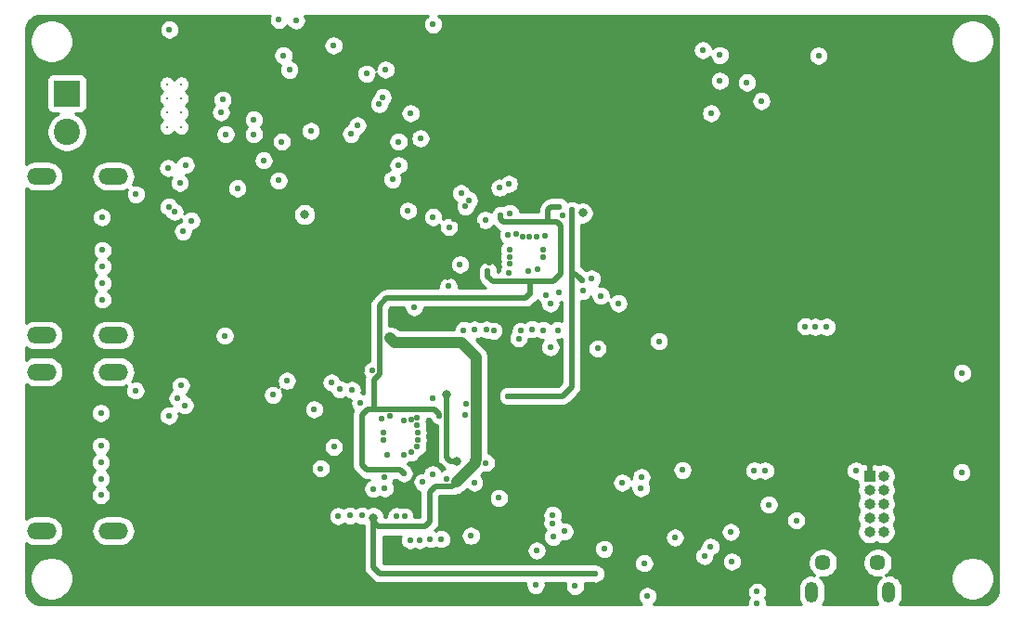
<source format=gbr>
G04 #@! TF.GenerationSoftware,KiCad,Pcbnew,(5.1.10)-1*
G04 #@! TF.CreationDate,2021-11-19T20:39:20+03:00*
G04 #@! TF.ProjectId,hdmi_to_mipi-dsi_converter,68646d69-5f74-46f5-9f6d-6970692d6473,rev?*
G04 #@! TF.SameCoordinates,Original*
G04 #@! TF.FileFunction,Copper,L3,Inr*
G04 #@! TF.FilePolarity,Positive*
%FSLAX46Y46*%
G04 Gerber Fmt 4.6, Leading zero omitted, Abs format (unit mm)*
G04 Created by KiCad (PCBNEW (5.1.10)-1) date 2021-11-19 20:39:20*
%MOMM*%
%LPD*%
G01*
G04 APERTURE LIST*
G04 #@! TA.AperFunction,ComponentPad*
%ADD10O,2.700000X1.500000*%
G04 #@! TD*
G04 #@! TA.AperFunction,ComponentPad*
%ADD11R,1.000000X1.000000*%
G04 #@! TD*
G04 #@! TA.AperFunction,ComponentPad*
%ADD12O,1.000000X1.000000*%
G04 #@! TD*
G04 #@! TA.AperFunction,ComponentPad*
%ADD13R,2.400000X2.400000*%
G04 #@! TD*
G04 #@! TA.AperFunction,ComponentPad*
%ADD14C,2.400000*%
G04 #@! TD*
G04 #@! TA.AperFunction,ComponentPad*
%ADD15C,1.450000*%
G04 #@! TD*
G04 #@! TA.AperFunction,ComponentPad*
%ADD16O,1.200000X1.900000*%
G04 #@! TD*
G04 #@! TA.AperFunction,ComponentPad*
%ADD17C,0.300000*%
G04 #@! TD*
G04 #@! TA.AperFunction,ViaPad*
%ADD18C,0.550000*%
G04 #@! TD*
G04 #@! TA.AperFunction,ViaPad*
%ADD19C,0.800000*%
G04 #@! TD*
G04 #@! TA.AperFunction,Conductor*
%ADD20C,0.500000*%
G04 #@! TD*
G04 #@! TA.AperFunction,Conductor*
%ADD21C,1.000000*%
G04 #@! TD*
G04 #@! TA.AperFunction,Conductor*
%ADD22C,0.254000*%
G04 #@! TD*
G04 #@! TA.AperFunction,Conductor*
%ADD23C,0.100000*%
G04 #@! TD*
G04 APERTURE END LIST*
D10*
X102600000Y-65300000D03*
X109140000Y-65300000D03*
X109140000Y-79800000D03*
X102600000Y-79800000D03*
X102600000Y-83150000D03*
X109140000Y-83150000D03*
X109140000Y-97650000D03*
X102600000Y-97650000D03*
D11*
X178100000Y-92640000D03*
D12*
X179370000Y-92640000D03*
X178100000Y-93910000D03*
X179370000Y-93910000D03*
X178100000Y-95180000D03*
X179370000Y-95180000D03*
X178100000Y-96450000D03*
X179370000Y-96450000D03*
X178100000Y-97720000D03*
X179370000Y-97720000D03*
D13*
X104900000Y-57750000D03*
D14*
X104900000Y-61250000D03*
D15*
X173850000Y-100550000D03*
X178850000Y-100550000D03*
D16*
X172850000Y-103250000D03*
X179850000Y-103250000D03*
D17*
X114030000Y-56914000D03*
X115330000Y-56914000D03*
X114030000Y-58214000D03*
X115330000Y-58214000D03*
X114030000Y-59514000D03*
X115330000Y-59514000D03*
X114030000Y-60814000D03*
X115330000Y-60814000D03*
D18*
X130825000Y-61450000D03*
X172250000Y-79000000D03*
X168247990Y-58447990D03*
X115200000Y-65900000D03*
X145220000Y-66000000D03*
X149800000Y-68100000D03*
X144450000Y-68850000D03*
X143300000Y-73950000D03*
X147125000Y-76025000D03*
X135625000Y-92396400D03*
X131800000Y-90800000D03*
X138879860Y-87128208D03*
X132900000Y-85550000D03*
X133400000Y-77945998D03*
X133393991Y-58716074D03*
X174200000Y-79050000D03*
X162900000Y-53800000D03*
X148995841Y-76904159D03*
X158900000Y-80350000D03*
X149000000Y-80900000D03*
D19*
X126600000Y-68800000D03*
X134398000Y-80050000D03*
X140450000Y-93200000D03*
X132850000Y-96450000D03*
D18*
X153100000Y-101550000D03*
X175723000Y-92950000D03*
D19*
X139600000Y-74350000D03*
D18*
X161450000Y-56500000D03*
X184300000Y-80250000D03*
X140750000Y-98200000D03*
X145750000Y-98950000D03*
X154800000Y-101200000D03*
X143397190Y-73179190D03*
X152300000Y-81016000D03*
X156100000Y-78650000D03*
X127900000Y-91000000D03*
X131800000Y-83050000D03*
X160400000Y-99400000D03*
X166200000Y-94800000D03*
X160600000Y-94750000D03*
X157850000Y-94750000D03*
X159050000Y-92103600D03*
X159800000Y-92750000D03*
X166850000Y-101700000D03*
X165200000Y-104200000D03*
X140250000Y-69211509D03*
X143035000Y-67135000D03*
X142300000Y-69825000D03*
X150950000Y-68400000D03*
X137150000Y-61850000D03*
D19*
X140500000Y-91309000D03*
X139550000Y-85239000D03*
D18*
X145150000Y-85350000D03*
X151892846Y-74837010D03*
X171420000Y-96700000D03*
X136250000Y-59550000D03*
X163650000Y-59550000D03*
X114200000Y-87150000D03*
X115300000Y-84400000D03*
X166923000Y-56750000D03*
X173150000Y-79050000D03*
X131657911Y-85975175D03*
X127450000Y-86566000D03*
X143050000Y-69298000D03*
X139750000Y-69943999D03*
X114707569Y-68548000D03*
X115500000Y-70330490D03*
X176850000Y-92153600D03*
X165450000Y-97750000D03*
X137100000Y-98500000D03*
X132851407Y-93812663D03*
X143819870Y-79398000D03*
X136200000Y-98500000D03*
X133900000Y-93750000D03*
X146100000Y-80100000D03*
X138050000Y-98400000D03*
X133859500Y-92750000D03*
X145200000Y-74150000D03*
X136575000Y-77250000D03*
X137350000Y-93200000D03*
X148617501Y-76150000D03*
X139050000Y-98400000D03*
X147650000Y-102596400D03*
X149200000Y-96950000D03*
X163050000Y-99950000D03*
X149200000Y-96200000D03*
X163600000Y-99100000D03*
X150273600Y-97700000D03*
X149250000Y-98200000D03*
X134150000Y-90700000D03*
X125200000Y-55600000D03*
X120450000Y-66400000D03*
X114200000Y-68100000D03*
X149750000Y-75900000D03*
X138250000Y-92500000D03*
X155200000Y-76900000D03*
X153600000Y-76200000D03*
X153300000Y-81016000D03*
X151950000Y-75750000D03*
X141750000Y-98100000D03*
X142050000Y-93250000D03*
X144300000Y-94650000D03*
X139550000Y-92900000D03*
X144350000Y-66350000D03*
X141250000Y-68050000D03*
X134950000Y-96300000D03*
X131800000Y-96250000D03*
X130750000Y-96250000D03*
X129650000Y-96300000D03*
X138250000Y-85550000D03*
X141300000Y-86050000D03*
X141250000Y-87050000D03*
X151250000Y-102700000D03*
X147750000Y-99450000D03*
X168900000Y-95250000D03*
X161050000Y-92103600D03*
X165550000Y-100450000D03*
X160350000Y-98263600D03*
X168600000Y-92153600D03*
X167600000Y-92153600D03*
X167850000Y-103200000D03*
X167850000Y-104250000D03*
X124200000Y-65700000D03*
X124500000Y-62150000D03*
X122850000Y-63850000D03*
X134600000Y-65600000D03*
X135150000Y-64300000D03*
X135150000Y-62150000D03*
X155550000Y-93250000D03*
X157250000Y-93750000D03*
X157300000Y-92750000D03*
X157850000Y-103600000D03*
X108100000Y-69050000D03*
X108150000Y-72050000D03*
X108150000Y-73550000D03*
X108150000Y-75050000D03*
X108150000Y-76550000D03*
X108000000Y-86900000D03*
X108000000Y-89900000D03*
X108000000Y-91400000D03*
X108000000Y-92900000D03*
X108000000Y-94400000D03*
X130900000Y-84800000D03*
X129800000Y-84750000D03*
X132750000Y-83050000D03*
X129250000Y-90000000D03*
X128050000Y-91950000D03*
X115000000Y-85550000D03*
X148348000Y-79350000D03*
X149652000Y-79350000D03*
X147300000Y-79250000D03*
X146300000Y-79400000D03*
X143150000Y-79300000D03*
X142100000Y-79300000D03*
X141100000Y-79350000D03*
X139700000Y-75350000D03*
X140750000Y-73350000D03*
D19*
X151950000Y-68650000D03*
D18*
X147750000Y-70800000D03*
X145250000Y-72700000D03*
X148350000Y-72000000D03*
X148350000Y-72700000D03*
X145250000Y-72000000D03*
X146486242Y-70831361D03*
X147100000Y-70800000D03*
X145306001Y-73300000D03*
X150100000Y-68850000D03*
X164450000Y-56600000D03*
X186500000Y-92300000D03*
X186550000Y-83250000D03*
X164450000Y-54250000D03*
X173450000Y-54300000D03*
X135650000Y-87550000D03*
X136850000Y-88000000D03*
X133800000Y-88700000D03*
X133800000Y-89350000D03*
X136900000Y-88700000D03*
X136900000Y-89350000D03*
X136850000Y-90000000D03*
X136300000Y-90500000D03*
X135696400Y-96350000D03*
X157550000Y-100600000D03*
X153900000Y-99300000D03*
X148500000Y-70750000D03*
X136850000Y-87350000D03*
X136300000Y-87500000D03*
X119300000Y-79850000D03*
X138300000Y-51450000D03*
X147792214Y-73752990D03*
X114250000Y-51925000D03*
X127150000Y-61175000D03*
X141575000Y-67500000D03*
X129025000Y-84125000D03*
X121950000Y-61475000D03*
X121950000Y-60125000D03*
X124650000Y-54275000D03*
X125800000Y-51099998D03*
X124250000Y-51050000D03*
X132225000Y-55950000D03*
X133975000Y-55575000D03*
X133700000Y-58100000D03*
X119100000Y-58325000D03*
X114125000Y-64550000D03*
X115725000Y-64275000D03*
X129224998Y-53374994D03*
X131400000Y-60675000D03*
X118950000Y-59475000D03*
X119380000Y-61468000D03*
X134350000Y-87200000D03*
X123700000Y-85250000D03*
X111150000Y-84850000D03*
X115650000Y-86200000D03*
X111200000Y-66950000D03*
X145850000Y-70600000D03*
X136000000Y-68450000D03*
X116250000Y-69350000D03*
X138300000Y-69030000D03*
X145150000Y-70670000D03*
X124960000Y-83960000D03*
X133610000Y-87440000D03*
X145310000Y-68670000D03*
X140850000Y-66850000D03*
X152770000Y-74640000D03*
X147020000Y-73990000D03*
X143130000Y-91440000D03*
X135600000Y-90690000D03*
D20*
X144450000Y-69238908D02*
X144663093Y-69452001D01*
X144663093Y-69452001D02*
X147647999Y-69452001D01*
X144450000Y-68850000D02*
X144450000Y-69238908D01*
X147647999Y-69452001D02*
X147650000Y-69450000D01*
X143300000Y-74450000D02*
X143750000Y-74900000D01*
X143300000Y-73950000D02*
X143300000Y-74450000D01*
X135326599Y-92097999D02*
X132247999Y-92097999D01*
X135625000Y-92396400D02*
X135326599Y-92097999D01*
X131800000Y-91650000D02*
X131800000Y-90800000D01*
X132247999Y-92097999D02*
X131800000Y-91650000D01*
X138879860Y-86970140D02*
X138459720Y-86550000D01*
X138879860Y-87128208D02*
X138879860Y-86970140D01*
X134664962Y-86550000D02*
X134662961Y-86547999D01*
X138459720Y-86550000D02*
X134664962Y-86550000D01*
X131800000Y-87050000D02*
X131800000Y-90800000D01*
X132302001Y-86547999D02*
X131800000Y-87050000D01*
X132900000Y-86500000D02*
X132852001Y-86547999D01*
X132852001Y-86547999D02*
X132302001Y-86547999D01*
X132900000Y-85550000D02*
X132900000Y-86500000D01*
X134662961Y-86547999D02*
X132852001Y-86547999D01*
X146750000Y-76400000D02*
X147125000Y-76025000D01*
X134050000Y-76400000D02*
X146750000Y-76400000D01*
X133400000Y-77050000D02*
X134050000Y-76400000D01*
X133400000Y-77945998D02*
X133400000Y-77050000D01*
X133402001Y-77947999D02*
X133400000Y-77945998D01*
X133402001Y-83362961D02*
X133402001Y-77947999D01*
X132900000Y-83864962D02*
X133402001Y-83362961D01*
X132900000Y-85550000D02*
X132900000Y-83864962D01*
X143750000Y-74900000D02*
X146450000Y-74900000D01*
X147650000Y-69450000D02*
X147750000Y-69450000D01*
X148800000Y-69400000D02*
X148800000Y-68350000D01*
X149050000Y-68100000D02*
X149800000Y-68100000D01*
X148750000Y-69450000D02*
X148800000Y-69400000D01*
X148800000Y-68350000D02*
X149050000Y-68100000D01*
X147750000Y-69450000D02*
X148750000Y-69450000D01*
X149600000Y-69450000D02*
X147750000Y-69450000D01*
X149950000Y-69800000D02*
X149600000Y-69450000D01*
X149950000Y-74250000D02*
X149950000Y-69800000D01*
X149300000Y-74900000D02*
X149950000Y-74250000D01*
X146450000Y-74900000D02*
X149300000Y-74900000D01*
X147125000Y-75000000D02*
X147125000Y-76025000D01*
X147025000Y-74900000D02*
X147125000Y-75000000D01*
X146450000Y-74900000D02*
X147025000Y-74900000D01*
X140050001Y-93599999D02*
X138500001Y-93599999D01*
X140450000Y-93200000D02*
X140050001Y-93599999D01*
X138500001Y-93599999D02*
X138000000Y-94100000D01*
X138000000Y-94100000D02*
X138000000Y-96050000D01*
X138000000Y-96050000D02*
X138000000Y-96500000D01*
X138000000Y-96500000D02*
X138000000Y-96800000D01*
X138000000Y-96800000D02*
X137550000Y-97250000D01*
X137550000Y-97250000D02*
X133250000Y-97250000D01*
X132850000Y-96850000D02*
X132850000Y-96450000D01*
X133250000Y-97250000D02*
X132850000Y-96850000D01*
D21*
X142150000Y-91200000D02*
X142150000Y-91500000D01*
X142202001Y-91147999D02*
X142150000Y-91200000D01*
X142202001Y-81802001D02*
X142202001Y-91147999D01*
X142150000Y-91500000D02*
X140450000Y-93200000D01*
X140849999Y-80449999D02*
X142202001Y-81802001D01*
X134797999Y-80449999D02*
X140849999Y-80449999D01*
X134398000Y-80050000D02*
X134797999Y-80449999D01*
D20*
X132850000Y-100950000D02*
X132850000Y-96450000D01*
X133450000Y-101550000D02*
X132850000Y-100950000D01*
X153100000Y-101550000D02*
X133450000Y-101550000D01*
X139550000Y-85239000D02*
X139550000Y-90950000D01*
X139909000Y-91309000D02*
X140500000Y-91309000D01*
X139550000Y-90950000D02*
X139909000Y-91309000D01*
X150950000Y-68400000D02*
X150950000Y-74200000D01*
X150950000Y-84500000D02*
X150950000Y-74200000D01*
X150100000Y-85350000D02*
X150950000Y-84500000D01*
X145150000Y-85350000D02*
X150100000Y-85350000D01*
X151255836Y-74200000D02*
X151617847Y-74562011D01*
X151617847Y-74562011D02*
X151892846Y-74837010D01*
X150950000Y-74200000D02*
X151255836Y-74200000D01*
D22*
X123374971Y-50784563D02*
X123340000Y-50960373D01*
X123340000Y-51139627D01*
X123374971Y-51315437D01*
X123443569Y-51481047D01*
X123543157Y-51630091D01*
X123669909Y-51756843D01*
X123818953Y-51856431D01*
X123984563Y-51925029D01*
X124160373Y-51960000D01*
X124339627Y-51960000D01*
X124515437Y-51925029D01*
X124681047Y-51856431D01*
X124830091Y-51756843D01*
X124956843Y-51630091D01*
X125008296Y-51553086D01*
X125093157Y-51680089D01*
X125219909Y-51806841D01*
X125368953Y-51906429D01*
X125534563Y-51975027D01*
X125710373Y-52009998D01*
X125889627Y-52009998D01*
X126065437Y-51975027D01*
X126231047Y-51906429D01*
X126380091Y-51806841D01*
X126506843Y-51680089D01*
X126606431Y-51531045D01*
X126675029Y-51365435D01*
X126710000Y-51189625D01*
X126710000Y-51010371D01*
X126675029Y-50834561D01*
X126606431Y-50668951D01*
X126600450Y-50660000D01*
X137844362Y-50660000D01*
X137719909Y-50743157D01*
X137593157Y-50869909D01*
X137493569Y-51018953D01*
X137424971Y-51184563D01*
X137390000Y-51360373D01*
X137390000Y-51539627D01*
X137424971Y-51715437D01*
X137493569Y-51881047D01*
X137593157Y-52030091D01*
X137719909Y-52156843D01*
X137868953Y-52256431D01*
X138034563Y-52325029D01*
X138210373Y-52360000D01*
X138389627Y-52360000D01*
X138565437Y-52325029D01*
X138731047Y-52256431D01*
X138880091Y-52156843D01*
X139006843Y-52030091D01*
X139106431Y-51881047D01*
X139175029Y-51715437D01*
X139210000Y-51539627D01*
X139210000Y-51360373D01*
X139175029Y-51184563D01*
X139106431Y-51018953D01*
X139006843Y-50869909D01*
X138880091Y-50743157D01*
X138755638Y-50660000D01*
X188467721Y-50660000D01*
X188759659Y-50688625D01*
X189009429Y-50764035D01*
X189239792Y-50886522D01*
X189441980Y-51051422D01*
X189608286Y-51252450D01*
X189732378Y-51481954D01*
X189809531Y-51731195D01*
X189840000Y-52021088D01*
X189840001Y-102967711D01*
X189811375Y-103259660D01*
X189735965Y-103509429D01*
X189613477Y-103739794D01*
X189448579Y-103941979D01*
X189247546Y-104108288D01*
X189018046Y-104232378D01*
X188768805Y-104309531D01*
X188478911Y-104340000D01*
X180840347Y-104340000D01*
X180881833Y-104289449D01*
X180996511Y-104074901D01*
X181067130Y-103842101D01*
X181085000Y-103660664D01*
X181085000Y-102839335D01*
X181067130Y-102657898D01*
X180996511Y-102425099D01*
X180881833Y-102210551D01*
X180727502Y-102022498D01*
X180539448Y-101868167D01*
X180420326Y-101804495D01*
X185515000Y-101804495D01*
X185515000Y-102195505D01*
X185591282Y-102579003D01*
X185740915Y-102940250D01*
X185958149Y-103265364D01*
X186234636Y-103541851D01*
X186559750Y-103759085D01*
X186920997Y-103908718D01*
X187304495Y-103985000D01*
X187695505Y-103985000D01*
X188079003Y-103908718D01*
X188440250Y-103759085D01*
X188765364Y-103541851D01*
X189041851Y-103265364D01*
X189259085Y-102940250D01*
X189408718Y-102579003D01*
X189485000Y-102195505D01*
X189485000Y-101804495D01*
X189408718Y-101420997D01*
X189259085Y-101059750D01*
X189041851Y-100734636D01*
X188765364Y-100458149D01*
X188440250Y-100240915D01*
X188079003Y-100091282D01*
X187695505Y-100015000D01*
X187304495Y-100015000D01*
X186920997Y-100091282D01*
X186559750Y-100240915D01*
X186234636Y-100458149D01*
X185958149Y-100734636D01*
X185740915Y-101059750D01*
X185591282Y-101420997D01*
X185515000Y-101804495D01*
X180420326Y-101804495D01*
X180324900Y-101753489D01*
X180092101Y-101682870D01*
X179850000Y-101659025D01*
X179607898Y-101682870D01*
X179597965Y-101685883D01*
X179716949Y-101606381D01*
X179906381Y-101416949D01*
X180055216Y-101194201D01*
X180157736Y-100946697D01*
X180210000Y-100683948D01*
X180210000Y-100416052D01*
X180157736Y-100153303D01*
X180055216Y-99905799D01*
X179906381Y-99683051D01*
X179716949Y-99493619D01*
X179494201Y-99344784D01*
X179246697Y-99242264D01*
X178983948Y-99190000D01*
X178716052Y-99190000D01*
X178453303Y-99242264D01*
X178205799Y-99344784D01*
X177983051Y-99493619D01*
X177793619Y-99683051D01*
X177644784Y-99905799D01*
X177542264Y-100153303D01*
X177490000Y-100416052D01*
X177490000Y-100683948D01*
X177542264Y-100946697D01*
X177644784Y-101194201D01*
X177793619Y-101416949D01*
X177983051Y-101606381D01*
X178205799Y-101755216D01*
X178453303Y-101857736D01*
X178716052Y-101910000D01*
X178983948Y-101910000D01*
X179149768Y-101877016D01*
X178972498Y-102022498D01*
X178818167Y-102210552D01*
X178703489Y-102425100D01*
X178632870Y-102657899D01*
X178615000Y-102839336D01*
X178615000Y-103660665D01*
X178632870Y-103842102D01*
X178703489Y-104074901D01*
X178818168Y-104289449D01*
X178859654Y-104340000D01*
X173840347Y-104340000D01*
X173881833Y-104289449D01*
X173996511Y-104074901D01*
X174067130Y-103842102D01*
X174085000Y-103660665D01*
X174085000Y-102839336D01*
X174067130Y-102657899D01*
X173996511Y-102425099D01*
X173881833Y-102210551D01*
X173727502Y-102022498D01*
X173550232Y-101877016D01*
X173716052Y-101910000D01*
X173983948Y-101910000D01*
X174246697Y-101857736D01*
X174494201Y-101755216D01*
X174716949Y-101606381D01*
X174906381Y-101416949D01*
X175055216Y-101194201D01*
X175157736Y-100946697D01*
X175210000Y-100683948D01*
X175210000Y-100416052D01*
X175157736Y-100153303D01*
X175055216Y-99905799D01*
X174906381Y-99683051D01*
X174716949Y-99493619D01*
X174494201Y-99344784D01*
X174246697Y-99242264D01*
X173983948Y-99190000D01*
X173716052Y-99190000D01*
X173453303Y-99242264D01*
X173205799Y-99344784D01*
X172983051Y-99493619D01*
X172793619Y-99683051D01*
X172644784Y-99905799D01*
X172542264Y-100153303D01*
X172490000Y-100416052D01*
X172490000Y-100683948D01*
X172542264Y-100946697D01*
X172644784Y-101194201D01*
X172793619Y-101416949D01*
X172983051Y-101606381D01*
X173102035Y-101685883D01*
X173092102Y-101682870D01*
X172850000Y-101659025D01*
X172607899Y-101682870D01*
X172375100Y-101753489D01*
X172160552Y-101868167D01*
X171972499Y-102022498D01*
X171818168Y-102210551D01*
X171703489Y-102425099D01*
X171632870Y-102657898D01*
X171615000Y-102839335D01*
X171615000Y-103660664D01*
X171632870Y-103842101D01*
X171703489Y-104074900D01*
X171818167Y-104289448D01*
X171859654Y-104340000D01*
X168759926Y-104340000D01*
X168760000Y-104339627D01*
X168760000Y-104160373D01*
X168725029Y-103984563D01*
X168656431Y-103818953D01*
X168593654Y-103725000D01*
X168656431Y-103631047D01*
X168725029Y-103465437D01*
X168760000Y-103289627D01*
X168760000Y-103110373D01*
X168725029Y-102934563D01*
X168656431Y-102768953D01*
X168556843Y-102619909D01*
X168430091Y-102493157D01*
X168281047Y-102393569D01*
X168115437Y-102324971D01*
X167939627Y-102290000D01*
X167760373Y-102290000D01*
X167584563Y-102324971D01*
X167418953Y-102393569D01*
X167269909Y-102493157D01*
X167143157Y-102619909D01*
X167043569Y-102768953D01*
X166974971Y-102934563D01*
X166940000Y-103110373D01*
X166940000Y-103289627D01*
X166974971Y-103465437D01*
X167043569Y-103631047D01*
X167106346Y-103725000D01*
X167043569Y-103818953D01*
X166974971Y-103984563D01*
X166940000Y-104160373D01*
X166940000Y-104339627D01*
X166940074Y-104340000D01*
X158380468Y-104340000D01*
X158430091Y-104306843D01*
X158556843Y-104180091D01*
X158656431Y-104031047D01*
X158725029Y-103865437D01*
X158760000Y-103689627D01*
X158760000Y-103510373D01*
X158725029Y-103334563D01*
X158656431Y-103168953D01*
X158556843Y-103019909D01*
X158430091Y-102893157D01*
X158281047Y-102793569D01*
X158115437Y-102724971D01*
X157939627Y-102690000D01*
X157760373Y-102690000D01*
X157584563Y-102724971D01*
X157418953Y-102793569D01*
X157269909Y-102893157D01*
X157143157Y-103019909D01*
X157043569Y-103168953D01*
X156974971Y-103334563D01*
X156940000Y-103510373D01*
X156940000Y-103689627D01*
X156974971Y-103865437D01*
X157043569Y-104031047D01*
X157143157Y-104180091D01*
X157269909Y-104306843D01*
X157319532Y-104340000D01*
X102532279Y-104340000D01*
X102240340Y-104311375D01*
X101990571Y-104235965D01*
X101760206Y-104113477D01*
X101558021Y-103948579D01*
X101391712Y-103747546D01*
X101267622Y-103518046D01*
X101190469Y-103268805D01*
X101160000Y-102978911D01*
X101160000Y-101804495D01*
X101515000Y-101804495D01*
X101515000Y-102195505D01*
X101591282Y-102579003D01*
X101740915Y-102940250D01*
X101958149Y-103265364D01*
X102234636Y-103541851D01*
X102559750Y-103759085D01*
X102920997Y-103908718D01*
X103304495Y-103985000D01*
X103695505Y-103985000D01*
X104079003Y-103908718D01*
X104440250Y-103759085D01*
X104765364Y-103541851D01*
X105041851Y-103265364D01*
X105259085Y-102940250D01*
X105408718Y-102579003D01*
X105485000Y-102195505D01*
X105485000Y-101804495D01*
X105408718Y-101420997D01*
X105259085Y-101059750D01*
X105041851Y-100734636D01*
X104765364Y-100458149D01*
X104440250Y-100240915D01*
X104079003Y-100091282D01*
X103695505Y-100015000D01*
X103304495Y-100015000D01*
X102920997Y-100091282D01*
X102559750Y-100240915D01*
X102234636Y-100458149D01*
X101958149Y-100734636D01*
X101740915Y-101059750D01*
X101591282Y-101420997D01*
X101515000Y-101804495D01*
X101160000Y-101804495D01*
X101160000Y-98752326D01*
X101226812Y-98807157D01*
X101467419Y-98935764D01*
X101728493Y-99014960D01*
X101931963Y-99035000D01*
X103268037Y-99035000D01*
X103471507Y-99014960D01*
X103732581Y-98935764D01*
X103973188Y-98807157D01*
X104184081Y-98634081D01*
X104357157Y-98423188D01*
X104485764Y-98182581D01*
X104564960Y-97921507D01*
X104591701Y-97650000D01*
X107148299Y-97650000D01*
X107175040Y-97921507D01*
X107254236Y-98182581D01*
X107382843Y-98423188D01*
X107555919Y-98634081D01*
X107766812Y-98807157D01*
X108007419Y-98935764D01*
X108268493Y-99014960D01*
X108471963Y-99035000D01*
X109808037Y-99035000D01*
X110011507Y-99014960D01*
X110272581Y-98935764D01*
X110513188Y-98807157D01*
X110724081Y-98634081D01*
X110897157Y-98423188D01*
X111025764Y-98182581D01*
X111104960Y-97921507D01*
X111131701Y-97650000D01*
X111104960Y-97378493D01*
X111025764Y-97117419D01*
X110897157Y-96876812D01*
X110724081Y-96665919D01*
X110513188Y-96492843D01*
X110272581Y-96364236D01*
X110011507Y-96285040D01*
X109808037Y-96265000D01*
X108471963Y-96265000D01*
X108268493Y-96285040D01*
X108007419Y-96364236D01*
X107766812Y-96492843D01*
X107555919Y-96665919D01*
X107382843Y-96876812D01*
X107254236Y-97117419D01*
X107175040Y-97378493D01*
X107148299Y-97650000D01*
X104591701Y-97650000D01*
X104564960Y-97378493D01*
X104485764Y-97117419D01*
X104357157Y-96876812D01*
X104184081Y-96665919D01*
X103973188Y-96492843D01*
X103732581Y-96364236D01*
X103471507Y-96285040D01*
X103268037Y-96265000D01*
X101931963Y-96265000D01*
X101728493Y-96285040D01*
X101467419Y-96364236D01*
X101226812Y-96492843D01*
X101160000Y-96547674D01*
X101160000Y-89810373D01*
X107090000Y-89810373D01*
X107090000Y-89989627D01*
X107124971Y-90165437D01*
X107193569Y-90331047D01*
X107293157Y-90480091D01*
X107419909Y-90606843D01*
X107484498Y-90650000D01*
X107419909Y-90693157D01*
X107293157Y-90819909D01*
X107193569Y-90968953D01*
X107124971Y-91134563D01*
X107090000Y-91310373D01*
X107090000Y-91489627D01*
X107124971Y-91665437D01*
X107193569Y-91831047D01*
X107293157Y-91980091D01*
X107419909Y-92106843D01*
X107484498Y-92150000D01*
X107419909Y-92193157D01*
X107293157Y-92319909D01*
X107193569Y-92468953D01*
X107124971Y-92634563D01*
X107090000Y-92810373D01*
X107090000Y-92989627D01*
X107124971Y-93165437D01*
X107193569Y-93331047D01*
X107293157Y-93480091D01*
X107419909Y-93606843D01*
X107484498Y-93650000D01*
X107419909Y-93693157D01*
X107293157Y-93819909D01*
X107193569Y-93968953D01*
X107124971Y-94134563D01*
X107090000Y-94310373D01*
X107090000Y-94489627D01*
X107124971Y-94665437D01*
X107193569Y-94831047D01*
X107293157Y-94980091D01*
X107419909Y-95106843D01*
X107568953Y-95206431D01*
X107734563Y-95275029D01*
X107910373Y-95310000D01*
X108089627Y-95310000D01*
X108265437Y-95275029D01*
X108431047Y-95206431D01*
X108580091Y-95106843D01*
X108706843Y-94980091D01*
X108806431Y-94831047D01*
X108875029Y-94665437D01*
X108910000Y-94489627D01*
X108910000Y-94310373D01*
X108875029Y-94134563D01*
X108806431Y-93968953D01*
X108706843Y-93819909D01*
X108580091Y-93693157D01*
X108515502Y-93650000D01*
X108580091Y-93606843D01*
X108706843Y-93480091D01*
X108806431Y-93331047D01*
X108875029Y-93165437D01*
X108910000Y-92989627D01*
X108910000Y-92810373D01*
X108875029Y-92634563D01*
X108806431Y-92468953D01*
X108706843Y-92319909D01*
X108580091Y-92193157D01*
X108515502Y-92150000D01*
X108580091Y-92106843D01*
X108706843Y-91980091D01*
X108786835Y-91860373D01*
X127140000Y-91860373D01*
X127140000Y-92039627D01*
X127174971Y-92215437D01*
X127243569Y-92381047D01*
X127343157Y-92530091D01*
X127469909Y-92656843D01*
X127618953Y-92756431D01*
X127784563Y-92825029D01*
X127960373Y-92860000D01*
X128139627Y-92860000D01*
X128315437Y-92825029D01*
X128481047Y-92756431D01*
X128630091Y-92656843D01*
X128756843Y-92530091D01*
X128856431Y-92381047D01*
X128925029Y-92215437D01*
X128960000Y-92039627D01*
X128960000Y-91860373D01*
X128925029Y-91684563D01*
X128856431Y-91518953D01*
X128756843Y-91369909D01*
X128630091Y-91243157D01*
X128481047Y-91143569D01*
X128315437Y-91074971D01*
X128139627Y-91040000D01*
X127960373Y-91040000D01*
X127784563Y-91074971D01*
X127618953Y-91143569D01*
X127469909Y-91243157D01*
X127343157Y-91369909D01*
X127243569Y-91518953D01*
X127174971Y-91684563D01*
X127140000Y-91860373D01*
X108786835Y-91860373D01*
X108806431Y-91831047D01*
X108875029Y-91665437D01*
X108910000Y-91489627D01*
X108910000Y-91310373D01*
X108875029Y-91134563D01*
X108806431Y-90968953D01*
X108706843Y-90819909D01*
X108580091Y-90693157D01*
X108515502Y-90650000D01*
X108580091Y-90606843D01*
X108706843Y-90480091D01*
X108806431Y-90331047D01*
X108875029Y-90165437D01*
X108910000Y-89989627D01*
X108910000Y-89910373D01*
X128340000Y-89910373D01*
X128340000Y-90089627D01*
X128374971Y-90265437D01*
X128443569Y-90431047D01*
X128543157Y-90580091D01*
X128669909Y-90706843D01*
X128818953Y-90806431D01*
X128984563Y-90875029D01*
X129160373Y-90910000D01*
X129339627Y-90910000D01*
X129515437Y-90875029D01*
X129681047Y-90806431D01*
X129830091Y-90706843D01*
X129956843Y-90580091D01*
X130056431Y-90431047D01*
X130125029Y-90265437D01*
X130160000Y-90089627D01*
X130160000Y-89910373D01*
X130125029Y-89734563D01*
X130056431Y-89568953D01*
X129956843Y-89419909D01*
X129830091Y-89293157D01*
X129681047Y-89193569D01*
X129515437Y-89124971D01*
X129339627Y-89090000D01*
X129160373Y-89090000D01*
X128984563Y-89124971D01*
X128818953Y-89193569D01*
X128669909Y-89293157D01*
X128543157Y-89419909D01*
X128443569Y-89568953D01*
X128374971Y-89734563D01*
X128340000Y-89910373D01*
X108910000Y-89910373D01*
X108910000Y-89810373D01*
X108875029Y-89634563D01*
X108806431Y-89468953D01*
X108706843Y-89319909D01*
X108580091Y-89193157D01*
X108431047Y-89093569D01*
X108265437Y-89024971D01*
X108089627Y-88990000D01*
X107910373Y-88990000D01*
X107734563Y-89024971D01*
X107568953Y-89093569D01*
X107419909Y-89193157D01*
X107293157Y-89319909D01*
X107193569Y-89468953D01*
X107124971Y-89634563D01*
X107090000Y-89810373D01*
X101160000Y-89810373D01*
X101160000Y-86810373D01*
X107090000Y-86810373D01*
X107090000Y-86989627D01*
X107124971Y-87165437D01*
X107193569Y-87331047D01*
X107293157Y-87480091D01*
X107419909Y-87606843D01*
X107568953Y-87706431D01*
X107734563Y-87775029D01*
X107910373Y-87810000D01*
X108089627Y-87810000D01*
X108265437Y-87775029D01*
X108431047Y-87706431D01*
X108580091Y-87606843D01*
X108706843Y-87480091D01*
X108806431Y-87331047D01*
X108875029Y-87165437D01*
X108895927Y-87060373D01*
X113290000Y-87060373D01*
X113290000Y-87239627D01*
X113324971Y-87415437D01*
X113393569Y-87581047D01*
X113493157Y-87730091D01*
X113619909Y-87856843D01*
X113768953Y-87956431D01*
X113934563Y-88025029D01*
X114110373Y-88060000D01*
X114289627Y-88060000D01*
X114465437Y-88025029D01*
X114631047Y-87956431D01*
X114780091Y-87856843D01*
X114906843Y-87730091D01*
X115006431Y-87581047D01*
X115075029Y-87415437D01*
X115110000Y-87239627D01*
X115110000Y-87060373D01*
X115080925Y-86914204D01*
X115218953Y-87006431D01*
X115384563Y-87075029D01*
X115560373Y-87110000D01*
X115739627Y-87110000D01*
X115915437Y-87075029D01*
X116081047Y-87006431D01*
X116230091Y-86906843D01*
X116356843Y-86780091D01*
X116456431Y-86631047D01*
X116520499Y-86476373D01*
X126540000Y-86476373D01*
X126540000Y-86655627D01*
X126574971Y-86831437D01*
X126643569Y-86997047D01*
X126743157Y-87146091D01*
X126869909Y-87272843D01*
X127018953Y-87372431D01*
X127184563Y-87441029D01*
X127360373Y-87476000D01*
X127539627Y-87476000D01*
X127715437Y-87441029D01*
X127881047Y-87372431D01*
X128030091Y-87272843D01*
X128156843Y-87146091D01*
X128256431Y-86997047D01*
X128325029Y-86831437D01*
X128360000Y-86655627D01*
X128360000Y-86476373D01*
X128325029Y-86300563D01*
X128256431Y-86134953D01*
X128156843Y-85985909D01*
X128030091Y-85859157D01*
X127881047Y-85759569D01*
X127715437Y-85690971D01*
X127539627Y-85656000D01*
X127360373Y-85656000D01*
X127184563Y-85690971D01*
X127018953Y-85759569D01*
X126869909Y-85859157D01*
X126743157Y-85985909D01*
X126643569Y-86134953D01*
X126574971Y-86300563D01*
X126540000Y-86476373D01*
X116520499Y-86476373D01*
X116525029Y-86465437D01*
X116560000Y-86289627D01*
X116560000Y-86110373D01*
X116525029Y-85934563D01*
X116456431Y-85768953D01*
X116356843Y-85619909D01*
X116230091Y-85493157D01*
X116081047Y-85393569D01*
X115915437Y-85324971D01*
X115881733Y-85318267D01*
X115875029Y-85284563D01*
X115823589Y-85160373D01*
X122790000Y-85160373D01*
X122790000Y-85339627D01*
X122824971Y-85515437D01*
X122893569Y-85681047D01*
X122993157Y-85830091D01*
X123119909Y-85956843D01*
X123268953Y-86056431D01*
X123434563Y-86125029D01*
X123610373Y-86160000D01*
X123789627Y-86160000D01*
X123965437Y-86125029D01*
X124131047Y-86056431D01*
X124280091Y-85956843D01*
X124406843Y-85830091D01*
X124506431Y-85681047D01*
X124575029Y-85515437D01*
X124610000Y-85339627D01*
X124610000Y-85160373D01*
X124575029Y-84984563D01*
X124506431Y-84818953D01*
X124424866Y-84696882D01*
X124528953Y-84766431D01*
X124694563Y-84835029D01*
X124870373Y-84870000D01*
X125049627Y-84870000D01*
X125225437Y-84835029D01*
X125391047Y-84766431D01*
X125540091Y-84666843D01*
X125666843Y-84540091D01*
X125766431Y-84391047D01*
X125835029Y-84225437D01*
X125870000Y-84049627D01*
X125870000Y-84035373D01*
X128115000Y-84035373D01*
X128115000Y-84214627D01*
X128149971Y-84390437D01*
X128218569Y-84556047D01*
X128318157Y-84705091D01*
X128444909Y-84831843D01*
X128593953Y-84931431D01*
X128759563Y-85000029D01*
X128932868Y-85034502D01*
X128993569Y-85181047D01*
X129093157Y-85330091D01*
X129219909Y-85456843D01*
X129368953Y-85556431D01*
X129534563Y-85625029D01*
X129710373Y-85660000D01*
X129889627Y-85660000D01*
X130065437Y-85625029D01*
X130231047Y-85556431D01*
X130314042Y-85500976D01*
X130319909Y-85506843D01*
X130468953Y-85606431D01*
X130634563Y-85675029D01*
X130784874Y-85704928D01*
X130782882Y-85709738D01*
X130747911Y-85885548D01*
X130747911Y-86064802D01*
X130782882Y-86240612D01*
X130851480Y-86406222D01*
X130951068Y-86555266D01*
X131022676Y-86626874D01*
X130978411Y-86709688D01*
X130927805Y-86876511D01*
X130915000Y-87006524D01*
X130915000Y-87006531D01*
X130910719Y-87050000D01*
X130915000Y-87093469D01*
X130915001Y-90584686D01*
X130890000Y-90710373D01*
X130890000Y-90889627D01*
X130915000Y-91015310D01*
X130915000Y-91606531D01*
X130910719Y-91650000D01*
X130915000Y-91693469D01*
X130915000Y-91693476D01*
X130923682Y-91781622D01*
X130927805Y-91823490D01*
X130938994Y-91860373D01*
X130978411Y-91990312D01*
X131060589Y-92144058D01*
X131171183Y-92278817D01*
X131204956Y-92306534D01*
X131591465Y-92693043D01*
X131619182Y-92726816D01*
X131753940Y-92837410D01*
X131907686Y-92919588D01*
X132074509Y-92970194D01*
X132204522Y-92982999D01*
X132204532Y-92982999D01*
X132247998Y-92987280D01*
X132291464Y-92982999D01*
X132476449Y-92982999D01*
X132420360Y-93006232D01*
X132271316Y-93105820D01*
X132144564Y-93232572D01*
X132044976Y-93381616D01*
X131976378Y-93547226D01*
X131941407Y-93723036D01*
X131941407Y-93902290D01*
X131976378Y-94078100D01*
X132044976Y-94243710D01*
X132144564Y-94392754D01*
X132271316Y-94519506D01*
X132420360Y-94619094D01*
X132585970Y-94687692D01*
X132761780Y-94722663D01*
X132941034Y-94722663D01*
X133116844Y-94687692D01*
X133282454Y-94619094D01*
X133422594Y-94525455D01*
X133468953Y-94556431D01*
X133634563Y-94625029D01*
X133810373Y-94660000D01*
X133989627Y-94660000D01*
X134165437Y-94625029D01*
X134331047Y-94556431D01*
X134480091Y-94456843D01*
X134606843Y-94330091D01*
X134706431Y-94181047D01*
X134775029Y-94015437D01*
X134810000Y-93839627D01*
X134810000Y-93660373D01*
X134775029Y-93484563D01*
X134706431Y-93318953D01*
X134640108Y-93219694D01*
X134665931Y-93181047D01*
X134734529Y-93015437D01*
X134740981Y-92982999D01*
X134924665Y-92982999D01*
X135044909Y-93103243D01*
X135193953Y-93202831D01*
X135359563Y-93271429D01*
X135535373Y-93306400D01*
X135714627Y-93306400D01*
X135890437Y-93271429D01*
X136056047Y-93202831D01*
X136205091Y-93103243D01*
X136331843Y-92976491D01*
X136431431Y-92827447D01*
X136500029Y-92661837D01*
X136535000Y-92486027D01*
X136535000Y-92306773D01*
X136500029Y-92130963D01*
X136431431Y-91965353D01*
X136331843Y-91816309D01*
X136205091Y-91689557D01*
X136098540Y-91618362D01*
X135992554Y-91512376D01*
X136031047Y-91496431D01*
X136171864Y-91402340D01*
X136210373Y-91410000D01*
X136389627Y-91410000D01*
X136565437Y-91375029D01*
X136731047Y-91306431D01*
X136880091Y-91206843D01*
X137006843Y-91080091D01*
X137106431Y-90931047D01*
X137132575Y-90867930D01*
X137281047Y-90806431D01*
X137430091Y-90706843D01*
X137556843Y-90580091D01*
X137656431Y-90431047D01*
X137725029Y-90265437D01*
X137760000Y-90089627D01*
X137760000Y-89910373D01*
X137725242Y-89735633D01*
X137775029Y-89615437D01*
X137810000Y-89439627D01*
X137810000Y-89260373D01*
X137775029Y-89084563D01*
X137750357Y-89025000D01*
X137775029Y-88965437D01*
X137810000Y-88789627D01*
X137810000Y-88610373D01*
X137775029Y-88434563D01*
X137715002Y-88289645D01*
X137725029Y-88265437D01*
X137760000Y-88089627D01*
X137760000Y-87910373D01*
X137725029Y-87734563D01*
X137700357Y-87675000D01*
X137725029Y-87615437D01*
X137760000Y-87439627D01*
X137760000Y-87435000D01*
X138021961Y-87435000D01*
X138073429Y-87559255D01*
X138173017Y-87708299D01*
X138299769Y-87835051D01*
X138448813Y-87934639D01*
X138614423Y-88003237D01*
X138665000Y-88013298D01*
X138665001Y-90906521D01*
X138660719Y-90950000D01*
X138677805Y-91123490D01*
X138728412Y-91290313D01*
X138810590Y-91444059D01*
X138893468Y-91545046D01*
X138893471Y-91545049D01*
X138921184Y-91578817D01*
X138954952Y-91606530D01*
X139252466Y-91904044D01*
X139280183Y-91937817D01*
X139366516Y-92008669D01*
X139284563Y-92024971D01*
X139118953Y-92093569D01*
X139077970Y-92120953D01*
X139056431Y-92068953D01*
X138956843Y-91919909D01*
X138830091Y-91793157D01*
X138681047Y-91693569D01*
X138515437Y-91624971D01*
X138339627Y-91590000D01*
X138160373Y-91590000D01*
X137984563Y-91624971D01*
X137818953Y-91693569D01*
X137669909Y-91793157D01*
X137543157Y-91919909D01*
X137443569Y-92068953D01*
X137374971Y-92234563D01*
X137363944Y-92290000D01*
X137260373Y-92290000D01*
X137084563Y-92324971D01*
X136918953Y-92393569D01*
X136769909Y-92493157D01*
X136643157Y-92619909D01*
X136543569Y-92768953D01*
X136474971Y-92934563D01*
X136440000Y-93110373D01*
X136440000Y-93289627D01*
X136474971Y-93465437D01*
X136543569Y-93631047D01*
X136643157Y-93780091D01*
X136769909Y-93906843D01*
X136918953Y-94006431D01*
X137084563Y-94075029D01*
X137112628Y-94080612D01*
X137110719Y-94100000D01*
X137115000Y-94143469D01*
X137115001Y-96006514D01*
X137115000Y-96006524D01*
X137115000Y-96365000D01*
X136606400Y-96365000D01*
X136606400Y-96260373D01*
X136571429Y-96084563D01*
X136502831Y-95918953D01*
X136403243Y-95769909D01*
X136276491Y-95643157D01*
X136127447Y-95543569D01*
X135961837Y-95474971D01*
X135786027Y-95440000D01*
X135606773Y-95440000D01*
X135430963Y-95474971D01*
X135382967Y-95494852D01*
X135381047Y-95493569D01*
X135215437Y-95424971D01*
X135039627Y-95390000D01*
X134860373Y-95390000D01*
X134684563Y-95424971D01*
X134518953Y-95493569D01*
X134369909Y-95593157D01*
X134243157Y-95719909D01*
X134143569Y-95868953D01*
X134074971Y-96034563D01*
X134040000Y-96210373D01*
X134040000Y-96365000D01*
X133885000Y-96365000D01*
X133885000Y-96348061D01*
X133845226Y-96148102D01*
X133767205Y-95959744D01*
X133653937Y-95790226D01*
X133509774Y-95646063D01*
X133340256Y-95532795D01*
X133151898Y-95454774D01*
X132951939Y-95415000D01*
X132748061Y-95415000D01*
X132548102Y-95454774D01*
X132362731Y-95531558D01*
X132231047Y-95443569D01*
X132065437Y-95374971D01*
X131889627Y-95340000D01*
X131710373Y-95340000D01*
X131534563Y-95374971D01*
X131368953Y-95443569D01*
X131275000Y-95506346D01*
X131181047Y-95443569D01*
X131015437Y-95374971D01*
X130839627Y-95340000D01*
X130660373Y-95340000D01*
X130484563Y-95374971D01*
X130318953Y-95443569D01*
X130169909Y-95543157D01*
X130164042Y-95549024D01*
X130081047Y-95493569D01*
X129915437Y-95424971D01*
X129739627Y-95390000D01*
X129560373Y-95390000D01*
X129384563Y-95424971D01*
X129218953Y-95493569D01*
X129069909Y-95593157D01*
X128943157Y-95719909D01*
X128843569Y-95868953D01*
X128774971Y-96034563D01*
X128740000Y-96210373D01*
X128740000Y-96389627D01*
X128774971Y-96565437D01*
X128843569Y-96731047D01*
X128943157Y-96880091D01*
X129069909Y-97006843D01*
X129218953Y-97106431D01*
X129384563Y-97175029D01*
X129560373Y-97210000D01*
X129739627Y-97210000D01*
X129915437Y-97175029D01*
X130081047Y-97106431D01*
X130230091Y-97006843D01*
X130235958Y-97000976D01*
X130318953Y-97056431D01*
X130484563Y-97125029D01*
X130660373Y-97160000D01*
X130839627Y-97160000D01*
X131015437Y-97125029D01*
X131181047Y-97056431D01*
X131275000Y-96993654D01*
X131368953Y-97056431D01*
X131534563Y-97125029D01*
X131710373Y-97160000D01*
X131889627Y-97160000D01*
X131965001Y-97145007D01*
X131965000Y-100906531D01*
X131960719Y-100950000D01*
X131965000Y-100993469D01*
X131965000Y-100993476D01*
X131977805Y-101123489D01*
X132028411Y-101290312D01*
X132110589Y-101444058D01*
X132221183Y-101578817D01*
X132254956Y-101606534D01*
X132793470Y-102145049D01*
X132821183Y-102178817D01*
X132854951Y-102206530D01*
X132854953Y-102206532D01*
X132916257Y-102256843D01*
X132955941Y-102289411D01*
X133109687Y-102371589D01*
X133276510Y-102422195D01*
X133406523Y-102435000D01*
X133406533Y-102435000D01*
X133449999Y-102439281D01*
X133493465Y-102435000D01*
X146754277Y-102435000D01*
X146740000Y-102506773D01*
X146740000Y-102686027D01*
X146774971Y-102861837D01*
X146843569Y-103027447D01*
X146943157Y-103176491D01*
X147069909Y-103303243D01*
X147218953Y-103402831D01*
X147384563Y-103471429D01*
X147560373Y-103506400D01*
X147739627Y-103506400D01*
X147915437Y-103471429D01*
X148081047Y-103402831D01*
X148230091Y-103303243D01*
X148356843Y-103176491D01*
X148456431Y-103027447D01*
X148525029Y-102861837D01*
X148560000Y-102686027D01*
X148560000Y-102506773D01*
X148545723Y-102435000D01*
X150374884Y-102435000D01*
X150340000Y-102610373D01*
X150340000Y-102789627D01*
X150374971Y-102965437D01*
X150443569Y-103131047D01*
X150543157Y-103280091D01*
X150669909Y-103406843D01*
X150818953Y-103506431D01*
X150984563Y-103575029D01*
X151160373Y-103610000D01*
X151339627Y-103610000D01*
X151515437Y-103575029D01*
X151681047Y-103506431D01*
X151830091Y-103406843D01*
X151956843Y-103280091D01*
X152056431Y-103131047D01*
X152125029Y-102965437D01*
X152160000Y-102789627D01*
X152160000Y-102610373D01*
X152125116Y-102435000D01*
X152884690Y-102435000D01*
X153010373Y-102460000D01*
X153189627Y-102460000D01*
X153365437Y-102425029D01*
X153531047Y-102356431D01*
X153680091Y-102256843D01*
X153806843Y-102130091D01*
X153906431Y-101981047D01*
X153975029Y-101815437D01*
X154010000Y-101639627D01*
X154010000Y-101460373D01*
X153975029Y-101284563D01*
X153906431Y-101118953D01*
X153806843Y-100969909D01*
X153680091Y-100843157D01*
X153531047Y-100743569D01*
X153365437Y-100674971D01*
X153189627Y-100640000D01*
X153010373Y-100640000D01*
X152884690Y-100665000D01*
X133816579Y-100665000D01*
X133735000Y-100583422D01*
X133735000Y-100510373D01*
X156640000Y-100510373D01*
X156640000Y-100689627D01*
X156674971Y-100865437D01*
X156743569Y-101031047D01*
X156843157Y-101180091D01*
X156969909Y-101306843D01*
X157118953Y-101406431D01*
X157284563Y-101475029D01*
X157460373Y-101510000D01*
X157639627Y-101510000D01*
X157815437Y-101475029D01*
X157981047Y-101406431D01*
X158130091Y-101306843D01*
X158256843Y-101180091D01*
X158356431Y-101031047D01*
X158425029Y-100865437D01*
X158460000Y-100689627D01*
X158460000Y-100510373D01*
X158425029Y-100334563D01*
X158356431Y-100168953D01*
X158256843Y-100019909D01*
X158130091Y-99893157D01*
X158081027Y-99860373D01*
X162140000Y-99860373D01*
X162140000Y-100039627D01*
X162174971Y-100215437D01*
X162243569Y-100381047D01*
X162343157Y-100530091D01*
X162469909Y-100656843D01*
X162618953Y-100756431D01*
X162784563Y-100825029D01*
X162960373Y-100860000D01*
X163139627Y-100860000D01*
X163315437Y-100825029D01*
X163481047Y-100756431D01*
X163630091Y-100656843D01*
X163756843Y-100530091D01*
X163856431Y-100381047D01*
X163864994Y-100360373D01*
X164640000Y-100360373D01*
X164640000Y-100539627D01*
X164674971Y-100715437D01*
X164743569Y-100881047D01*
X164843157Y-101030091D01*
X164969909Y-101156843D01*
X165118953Y-101256431D01*
X165284563Y-101325029D01*
X165460373Y-101360000D01*
X165639627Y-101360000D01*
X165815437Y-101325029D01*
X165981047Y-101256431D01*
X166130091Y-101156843D01*
X166256843Y-101030091D01*
X166356431Y-100881047D01*
X166425029Y-100715437D01*
X166460000Y-100539627D01*
X166460000Y-100360373D01*
X166425029Y-100184563D01*
X166356431Y-100018953D01*
X166256843Y-99869909D01*
X166130091Y-99743157D01*
X165981047Y-99643569D01*
X165815437Y-99574971D01*
X165639627Y-99540000D01*
X165460373Y-99540000D01*
X165284563Y-99574971D01*
X165118953Y-99643569D01*
X164969909Y-99743157D01*
X164843157Y-99869909D01*
X164743569Y-100018953D01*
X164674971Y-100184563D01*
X164640000Y-100360373D01*
X163864994Y-100360373D01*
X163925029Y-100215437D01*
X163960000Y-100039627D01*
X163960000Y-99935860D01*
X164031047Y-99906431D01*
X164180091Y-99806843D01*
X164306843Y-99680091D01*
X164406431Y-99531047D01*
X164475029Y-99365437D01*
X164510000Y-99189627D01*
X164510000Y-99010373D01*
X164475029Y-98834563D01*
X164406431Y-98668953D01*
X164306843Y-98519909D01*
X164180091Y-98393157D01*
X164031047Y-98293569D01*
X163865437Y-98224971D01*
X163689627Y-98190000D01*
X163510373Y-98190000D01*
X163334563Y-98224971D01*
X163168953Y-98293569D01*
X163019909Y-98393157D01*
X162893157Y-98519909D01*
X162793569Y-98668953D01*
X162724971Y-98834563D01*
X162690000Y-99010373D01*
X162690000Y-99114140D01*
X162618953Y-99143569D01*
X162469909Y-99243157D01*
X162343157Y-99369909D01*
X162243569Y-99518953D01*
X162174971Y-99684563D01*
X162140000Y-99860373D01*
X158081027Y-99860373D01*
X157981047Y-99793569D01*
X157815437Y-99724971D01*
X157639627Y-99690000D01*
X157460373Y-99690000D01*
X157284563Y-99724971D01*
X157118953Y-99793569D01*
X156969909Y-99893157D01*
X156843157Y-100019909D01*
X156743569Y-100168953D01*
X156674971Y-100334563D01*
X156640000Y-100510373D01*
X133735000Y-100510373D01*
X133735000Y-98135000D01*
X135366211Y-98135000D01*
X135324971Y-98234563D01*
X135290000Y-98410373D01*
X135290000Y-98589627D01*
X135324971Y-98765437D01*
X135393569Y-98931047D01*
X135493157Y-99080091D01*
X135619909Y-99206843D01*
X135768953Y-99306431D01*
X135934563Y-99375029D01*
X136110373Y-99410000D01*
X136289627Y-99410000D01*
X136465437Y-99375029D01*
X136631047Y-99306431D01*
X136650000Y-99293767D01*
X136668953Y-99306431D01*
X136834563Y-99375029D01*
X137010373Y-99410000D01*
X137189627Y-99410000D01*
X137365437Y-99375029D01*
X137400819Y-99360373D01*
X146840000Y-99360373D01*
X146840000Y-99539627D01*
X146874971Y-99715437D01*
X146943569Y-99881047D01*
X147043157Y-100030091D01*
X147169909Y-100156843D01*
X147318953Y-100256431D01*
X147484563Y-100325029D01*
X147660373Y-100360000D01*
X147839627Y-100360000D01*
X148015437Y-100325029D01*
X148181047Y-100256431D01*
X148330091Y-100156843D01*
X148456843Y-100030091D01*
X148556431Y-99881047D01*
X148625029Y-99715437D01*
X148660000Y-99539627D01*
X148660000Y-99360373D01*
X148630163Y-99210373D01*
X152990000Y-99210373D01*
X152990000Y-99389627D01*
X153024971Y-99565437D01*
X153093569Y-99731047D01*
X153193157Y-99880091D01*
X153319909Y-100006843D01*
X153468953Y-100106431D01*
X153634563Y-100175029D01*
X153810373Y-100210000D01*
X153989627Y-100210000D01*
X154165437Y-100175029D01*
X154331047Y-100106431D01*
X154480091Y-100006843D01*
X154606843Y-99880091D01*
X154706431Y-99731047D01*
X154775029Y-99565437D01*
X154810000Y-99389627D01*
X154810000Y-99210373D01*
X154775029Y-99034563D01*
X154706431Y-98868953D01*
X154606843Y-98719909D01*
X154480091Y-98593157D01*
X154331047Y-98493569D01*
X154165437Y-98424971D01*
X153989627Y-98390000D01*
X153810373Y-98390000D01*
X153634563Y-98424971D01*
X153468953Y-98493569D01*
X153319909Y-98593157D01*
X153193157Y-98719909D01*
X153093569Y-98868953D01*
X153024971Y-99034563D01*
X152990000Y-99210373D01*
X148630163Y-99210373D01*
X148625029Y-99184563D01*
X148556431Y-99018953D01*
X148456843Y-98869909D01*
X148330091Y-98743157D01*
X148181047Y-98643569D01*
X148015437Y-98574971D01*
X147839627Y-98540000D01*
X147660373Y-98540000D01*
X147484563Y-98574971D01*
X147318953Y-98643569D01*
X147169909Y-98743157D01*
X147043157Y-98869909D01*
X146943569Y-99018953D01*
X146874971Y-99184563D01*
X146840000Y-99360373D01*
X137400819Y-99360373D01*
X137531047Y-99306431D01*
X137657075Y-99222222D01*
X137784563Y-99275029D01*
X137960373Y-99310000D01*
X138139627Y-99310000D01*
X138315437Y-99275029D01*
X138481047Y-99206431D01*
X138550000Y-99160358D01*
X138618953Y-99206431D01*
X138784563Y-99275029D01*
X138960373Y-99310000D01*
X139139627Y-99310000D01*
X139315437Y-99275029D01*
X139481047Y-99206431D01*
X139630091Y-99106843D01*
X139756843Y-98980091D01*
X139856431Y-98831047D01*
X139925029Y-98665437D01*
X139960000Y-98489627D01*
X139960000Y-98310373D01*
X139925029Y-98134563D01*
X139873588Y-98010373D01*
X140840000Y-98010373D01*
X140840000Y-98189627D01*
X140874971Y-98365437D01*
X140943569Y-98531047D01*
X141043157Y-98680091D01*
X141169909Y-98806843D01*
X141318953Y-98906431D01*
X141484563Y-98975029D01*
X141660373Y-99010000D01*
X141839627Y-99010000D01*
X142015437Y-98975029D01*
X142181047Y-98906431D01*
X142330091Y-98806843D01*
X142456843Y-98680091D01*
X142556431Y-98531047D01*
X142625029Y-98365437D01*
X142660000Y-98189627D01*
X142660000Y-98010373D01*
X142625029Y-97834563D01*
X142556431Y-97668953D01*
X142456843Y-97519909D01*
X142330091Y-97393157D01*
X142181047Y-97293569D01*
X142015437Y-97224971D01*
X141839627Y-97190000D01*
X141660373Y-97190000D01*
X141484563Y-97224971D01*
X141318953Y-97293569D01*
X141169909Y-97393157D01*
X141043157Y-97519909D01*
X140943569Y-97668953D01*
X140874971Y-97834563D01*
X140840000Y-98010373D01*
X139873588Y-98010373D01*
X139856431Y-97968953D01*
X139756843Y-97819909D01*
X139630091Y-97693157D01*
X139481047Y-97593569D01*
X139315437Y-97524971D01*
X139139627Y-97490000D01*
X138960373Y-97490000D01*
X138784563Y-97524971D01*
X138618953Y-97593569D01*
X138550000Y-97639642D01*
X138481047Y-97593569D01*
X138464757Y-97586821D01*
X138595044Y-97456534D01*
X138628817Y-97428817D01*
X138739411Y-97294059D01*
X138821589Y-97140313D01*
X138872195Y-96973489D01*
X138885000Y-96843476D01*
X138885000Y-96843467D01*
X138889281Y-96800001D01*
X138885000Y-96756535D01*
X138885000Y-96110373D01*
X148290000Y-96110373D01*
X148290000Y-96289627D01*
X148324971Y-96465437D01*
X148370354Y-96575000D01*
X148324971Y-96684563D01*
X148290000Y-96860373D01*
X148290000Y-97039627D01*
X148324971Y-97215437D01*
X148393569Y-97381047D01*
X148493157Y-97530091D01*
X148563066Y-97600000D01*
X148543157Y-97619909D01*
X148443569Y-97768953D01*
X148374971Y-97934563D01*
X148340000Y-98110373D01*
X148340000Y-98289627D01*
X148374971Y-98465437D01*
X148443569Y-98631047D01*
X148543157Y-98780091D01*
X148669909Y-98906843D01*
X148818953Y-99006431D01*
X148984563Y-99075029D01*
X149160373Y-99110000D01*
X149339627Y-99110000D01*
X149515437Y-99075029D01*
X149681047Y-99006431D01*
X149830091Y-98906843D01*
X149956843Y-98780091D01*
X150056431Y-98631047D01*
X150074194Y-98588163D01*
X150183973Y-98610000D01*
X150363227Y-98610000D01*
X150539037Y-98575029D01*
X150704647Y-98506431D01*
X150853691Y-98406843D01*
X150980443Y-98280091D01*
X151051348Y-98173973D01*
X159440000Y-98173973D01*
X159440000Y-98353227D01*
X159474971Y-98529037D01*
X159543569Y-98694647D01*
X159643157Y-98843691D01*
X159769909Y-98970443D01*
X159918953Y-99070031D01*
X160084563Y-99138629D01*
X160260373Y-99173600D01*
X160439627Y-99173600D01*
X160615437Y-99138629D01*
X160781047Y-99070031D01*
X160930091Y-98970443D01*
X161056843Y-98843691D01*
X161156431Y-98694647D01*
X161225029Y-98529037D01*
X161260000Y-98353227D01*
X161260000Y-98173973D01*
X161225029Y-97998163D01*
X161156431Y-97832553D01*
X161056843Y-97683509D01*
X161033707Y-97660373D01*
X164540000Y-97660373D01*
X164540000Y-97839627D01*
X164574971Y-98015437D01*
X164643569Y-98181047D01*
X164743157Y-98330091D01*
X164869909Y-98456843D01*
X165018953Y-98556431D01*
X165184563Y-98625029D01*
X165360373Y-98660000D01*
X165539627Y-98660000D01*
X165715437Y-98625029D01*
X165881047Y-98556431D01*
X166030091Y-98456843D01*
X166156843Y-98330091D01*
X166256431Y-98181047D01*
X166325029Y-98015437D01*
X166360000Y-97839627D01*
X166360000Y-97660373D01*
X166325029Y-97484563D01*
X166256431Y-97318953D01*
X166156843Y-97169909D01*
X166030091Y-97043157D01*
X165881047Y-96943569D01*
X165715437Y-96874971D01*
X165539627Y-96840000D01*
X165360373Y-96840000D01*
X165184563Y-96874971D01*
X165018953Y-96943569D01*
X164869909Y-97043157D01*
X164743157Y-97169909D01*
X164643569Y-97318953D01*
X164574971Y-97484563D01*
X164540000Y-97660373D01*
X161033707Y-97660373D01*
X160930091Y-97556757D01*
X160781047Y-97457169D01*
X160615437Y-97388571D01*
X160439627Y-97353600D01*
X160260373Y-97353600D01*
X160084563Y-97388571D01*
X159918953Y-97457169D01*
X159769909Y-97556757D01*
X159643157Y-97683509D01*
X159543569Y-97832553D01*
X159474971Y-97998163D01*
X159440000Y-98173973D01*
X151051348Y-98173973D01*
X151080031Y-98131047D01*
X151148629Y-97965437D01*
X151183600Y-97789627D01*
X151183600Y-97610373D01*
X151148629Y-97434563D01*
X151080031Y-97268953D01*
X150980443Y-97119909D01*
X150853691Y-96993157D01*
X150704647Y-96893569D01*
X150539037Y-96824971D01*
X150363227Y-96790000D01*
X150183973Y-96790000D01*
X150099350Y-96806833D01*
X150075029Y-96684563D01*
X150044299Y-96610373D01*
X170510000Y-96610373D01*
X170510000Y-96789627D01*
X170544971Y-96965437D01*
X170613569Y-97131047D01*
X170713157Y-97280091D01*
X170839909Y-97406843D01*
X170988953Y-97506431D01*
X171154563Y-97575029D01*
X171330373Y-97610000D01*
X171509627Y-97610000D01*
X171685437Y-97575029D01*
X171851047Y-97506431D01*
X172000091Y-97406843D01*
X172126843Y-97280091D01*
X172226431Y-97131047D01*
X172295029Y-96965437D01*
X172330000Y-96789627D01*
X172330000Y-96610373D01*
X172295029Y-96434563D01*
X172226431Y-96268953D01*
X172126843Y-96119909D01*
X172000091Y-95993157D01*
X171851047Y-95893569D01*
X171685437Y-95824971D01*
X171509627Y-95790000D01*
X171330373Y-95790000D01*
X171154563Y-95824971D01*
X170988953Y-95893569D01*
X170839909Y-95993157D01*
X170713157Y-96119909D01*
X170613569Y-96268953D01*
X170544971Y-96434563D01*
X170510000Y-96610373D01*
X150044299Y-96610373D01*
X150029646Y-96575000D01*
X150075029Y-96465437D01*
X150110000Y-96289627D01*
X150110000Y-96110373D01*
X150075029Y-95934563D01*
X150006431Y-95768953D01*
X149906843Y-95619909D01*
X149780091Y-95493157D01*
X149631047Y-95393569D01*
X149465437Y-95324971D01*
X149289627Y-95290000D01*
X149110373Y-95290000D01*
X148934563Y-95324971D01*
X148768953Y-95393569D01*
X148619909Y-95493157D01*
X148493157Y-95619909D01*
X148393569Y-95768953D01*
X148324971Y-95934563D01*
X148290000Y-96110373D01*
X138885000Y-96110373D01*
X138885000Y-94560373D01*
X143390000Y-94560373D01*
X143390000Y-94739627D01*
X143424971Y-94915437D01*
X143493569Y-95081047D01*
X143593157Y-95230091D01*
X143719909Y-95356843D01*
X143868953Y-95456431D01*
X144034563Y-95525029D01*
X144210373Y-95560000D01*
X144389627Y-95560000D01*
X144565437Y-95525029D01*
X144731047Y-95456431D01*
X144880091Y-95356843D01*
X145006843Y-95230091D01*
X145053427Y-95160373D01*
X167990000Y-95160373D01*
X167990000Y-95339627D01*
X168024971Y-95515437D01*
X168093569Y-95681047D01*
X168193157Y-95830091D01*
X168319909Y-95956843D01*
X168468953Y-96056431D01*
X168634563Y-96125029D01*
X168810373Y-96160000D01*
X168989627Y-96160000D01*
X169165437Y-96125029D01*
X169331047Y-96056431D01*
X169480091Y-95956843D01*
X169606843Y-95830091D01*
X169706431Y-95681047D01*
X169775029Y-95515437D01*
X169810000Y-95339627D01*
X169810000Y-95160373D01*
X169775029Y-94984563D01*
X169706431Y-94818953D01*
X169606843Y-94669909D01*
X169480091Y-94543157D01*
X169331047Y-94443569D01*
X169165437Y-94374971D01*
X168989627Y-94340000D01*
X168810373Y-94340000D01*
X168634563Y-94374971D01*
X168468953Y-94443569D01*
X168319909Y-94543157D01*
X168193157Y-94669909D01*
X168093569Y-94818953D01*
X168024971Y-94984563D01*
X167990000Y-95160373D01*
X145053427Y-95160373D01*
X145106431Y-95081047D01*
X145175029Y-94915437D01*
X145210000Y-94739627D01*
X145210000Y-94560373D01*
X145175029Y-94384563D01*
X145106431Y-94218953D01*
X145006843Y-94069909D01*
X144880091Y-93943157D01*
X144731047Y-93843569D01*
X144565437Y-93774971D01*
X144389627Y-93740000D01*
X144210373Y-93740000D01*
X144034563Y-93774971D01*
X143868953Y-93843569D01*
X143719909Y-93943157D01*
X143593157Y-94069909D01*
X143493569Y-94218953D01*
X143424971Y-94384563D01*
X143390000Y-94560373D01*
X138885000Y-94560373D01*
X138885000Y-94484999D01*
X140006532Y-94484999D01*
X140050001Y-94489280D01*
X140093470Y-94484999D01*
X140093478Y-94484999D01*
X140223491Y-94472194D01*
X140390314Y-94421588D01*
X140544060Y-94339410D01*
X140555391Y-94330111D01*
X140672498Y-94318577D01*
X140886446Y-94253676D01*
X141083622Y-94148283D01*
X141213143Y-94041988D01*
X141384099Y-93871033D01*
X141469909Y-93956843D01*
X141618953Y-94056431D01*
X141784563Y-94125029D01*
X141960373Y-94160000D01*
X142139627Y-94160000D01*
X142315437Y-94125029D01*
X142481047Y-94056431D01*
X142630091Y-93956843D01*
X142756843Y-93830091D01*
X142856431Y-93681047D01*
X142925029Y-93515437D01*
X142960000Y-93339627D01*
X142960000Y-93160373D01*
X154640000Y-93160373D01*
X154640000Y-93339627D01*
X154674971Y-93515437D01*
X154743569Y-93681047D01*
X154843157Y-93830091D01*
X154969909Y-93956843D01*
X155118953Y-94056431D01*
X155284563Y-94125029D01*
X155460373Y-94160000D01*
X155639627Y-94160000D01*
X155815437Y-94125029D01*
X155981047Y-94056431D01*
X156130091Y-93956843D01*
X156256843Y-93830091D01*
X156340000Y-93705638D01*
X156340000Y-93839627D01*
X156374971Y-94015437D01*
X156443569Y-94181047D01*
X156543157Y-94330091D01*
X156669909Y-94456843D01*
X156818953Y-94556431D01*
X156984563Y-94625029D01*
X157160373Y-94660000D01*
X157339627Y-94660000D01*
X157515437Y-94625029D01*
X157681047Y-94556431D01*
X157830091Y-94456843D01*
X157956843Y-94330091D01*
X158056431Y-94181047D01*
X158125029Y-94015437D01*
X158160000Y-93839627D01*
X158160000Y-93660373D01*
X158125029Y-93484563D01*
X158056431Y-93318953D01*
X158035358Y-93287415D01*
X158106431Y-93181047D01*
X158175029Y-93015437D01*
X158210000Y-92839627D01*
X158210000Y-92660373D01*
X158175029Y-92484563D01*
X158106431Y-92318953D01*
X158006843Y-92169909D01*
X157880091Y-92043157D01*
X157836415Y-92013973D01*
X160140000Y-92013973D01*
X160140000Y-92193227D01*
X160174971Y-92369037D01*
X160243569Y-92534647D01*
X160343157Y-92683691D01*
X160469909Y-92810443D01*
X160618953Y-92910031D01*
X160784563Y-92978629D01*
X160960373Y-93013600D01*
X161139627Y-93013600D01*
X161315437Y-92978629D01*
X161481047Y-92910031D01*
X161630091Y-92810443D01*
X161756843Y-92683691D01*
X161856431Y-92534647D01*
X161925029Y-92369037D01*
X161960000Y-92193227D01*
X161960000Y-92063973D01*
X166690000Y-92063973D01*
X166690000Y-92243227D01*
X166724971Y-92419037D01*
X166793569Y-92584647D01*
X166893157Y-92733691D01*
X167019909Y-92860443D01*
X167168953Y-92960031D01*
X167334563Y-93028629D01*
X167510373Y-93063600D01*
X167689627Y-93063600D01*
X167865437Y-93028629D01*
X168031047Y-92960031D01*
X168100000Y-92913958D01*
X168168953Y-92960031D01*
X168334563Y-93028629D01*
X168510373Y-93063600D01*
X168689627Y-93063600D01*
X168865437Y-93028629D01*
X169031047Y-92960031D01*
X169180091Y-92860443D01*
X169306843Y-92733691D01*
X169406431Y-92584647D01*
X169475029Y-92419037D01*
X169510000Y-92243227D01*
X169510000Y-92063973D01*
X175940000Y-92063973D01*
X175940000Y-92243227D01*
X175974971Y-92419037D01*
X176043569Y-92584647D01*
X176143157Y-92733691D01*
X176269909Y-92860443D01*
X176418953Y-92960031D01*
X176584563Y-93028629D01*
X176760373Y-93063600D01*
X176939627Y-93063600D01*
X176963090Y-93058933D01*
X176961928Y-93140000D01*
X176974188Y-93264482D01*
X177010498Y-93384180D01*
X177054888Y-93467226D01*
X177008617Y-93578933D01*
X176965000Y-93798212D01*
X176965000Y-94021788D01*
X177008617Y-94241067D01*
X177094176Y-94447624D01*
X177159241Y-94545000D01*
X177094176Y-94642376D01*
X177008617Y-94848933D01*
X176965000Y-95068212D01*
X176965000Y-95291788D01*
X177008617Y-95511067D01*
X177094176Y-95717624D01*
X177159241Y-95815000D01*
X177094176Y-95912376D01*
X177008617Y-96118933D01*
X176965000Y-96338212D01*
X176965000Y-96561788D01*
X177008617Y-96781067D01*
X177094176Y-96987624D01*
X177159241Y-97085000D01*
X177094176Y-97182376D01*
X177008617Y-97388933D01*
X176965000Y-97608212D01*
X176965000Y-97831788D01*
X177008617Y-98051067D01*
X177094176Y-98257624D01*
X177218388Y-98443520D01*
X177376480Y-98601612D01*
X177562376Y-98725824D01*
X177768933Y-98811383D01*
X177988212Y-98855000D01*
X178211788Y-98855000D01*
X178431067Y-98811383D01*
X178637624Y-98725824D01*
X178735000Y-98660759D01*
X178832376Y-98725824D01*
X179038933Y-98811383D01*
X179258212Y-98855000D01*
X179481788Y-98855000D01*
X179701067Y-98811383D01*
X179907624Y-98725824D01*
X180093520Y-98601612D01*
X180251612Y-98443520D01*
X180375824Y-98257624D01*
X180461383Y-98051067D01*
X180505000Y-97831788D01*
X180505000Y-97608212D01*
X180461383Y-97388933D01*
X180375824Y-97182376D01*
X180310759Y-97085000D01*
X180375824Y-96987624D01*
X180461383Y-96781067D01*
X180505000Y-96561788D01*
X180505000Y-96338212D01*
X180461383Y-96118933D01*
X180375824Y-95912376D01*
X180310759Y-95815000D01*
X180375824Y-95717624D01*
X180461383Y-95511067D01*
X180505000Y-95291788D01*
X180505000Y-95068212D01*
X180461383Y-94848933D01*
X180375824Y-94642376D01*
X180310759Y-94545000D01*
X180375824Y-94447624D01*
X180461383Y-94241067D01*
X180505000Y-94021788D01*
X180505000Y-93798212D01*
X180461383Y-93578933D01*
X180375824Y-93372376D01*
X180310759Y-93275000D01*
X180375824Y-93177624D01*
X180461383Y-92971067D01*
X180505000Y-92751788D01*
X180505000Y-92528212D01*
X180461383Y-92308933D01*
X180420558Y-92210373D01*
X185590000Y-92210373D01*
X185590000Y-92389627D01*
X185624971Y-92565437D01*
X185693569Y-92731047D01*
X185793157Y-92880091D01*
X185919909Y-93006843D01*
X186068953Y-93106431D01*
X186234563Y-93175029D01*
X186410373Y-93210000D01*
X186589627Y-93210000D01*
X186765437Y-93175029D01*
X186931047Y-93106431D01*
X187080091Y-93006843D01*
X187206843Y-92880091D01*
X187306431Y-92731047D01*
X187375029Y-92565437D01*
X187410000Y-92389627D01*
X187410000Y-92210373D01*
X187375029Y-92034563D01*
X187306431Y-91868953D01*
X187206843Y-91719909D01*
X187080091Y-91593157D01*
X186931047Y-91493569D01*
X186765437Y-91424971D01*
X186589627Y-91390000D01*
X186410373Y-91390000D01*
X186234563Y-91424971D01*
X186068953Y-91493569D01*
X185919909Y-91593157D01*
X185793157Y-91719909D01*
X185693569Y-91868953D01*
X185624971Y-92034563D01*
X185590000Y-92210373D01*
X180420558Y-92210373D01*
X180375824Y-92102376D01*
X180251612Y-91916480D01*
X180093520Y-91758388D01*
X179907624Y-91634176D01*
X179701067Y-91548617D01*
X179481788Y-91505000D01*
X179258212Y-91505000D01*
X179038933Y-91548617D01*
X178927226Y-91594888D01*
X178844180Y-91550498D01*
X178724482Y-91514188D01*
X178600000Y-91501928D01*
X178385750Y-91505000D01*
X178227000Y-91663750D01*
X178227000Y-92513000D01*
X178238026Y-92513000D01*
X178235000Y-92528212D01*
X178235000Y-92751788D01*
X178238026Y-92767000D01*
X178227000Y-92767000D01*
X178227000Y-92778026D01*
X178211788Y-92775000D01*
X177988212Y-92775000D01*
X177973000Y-92778026D01*
X177973000Y-92767000D01*
X177953000Y-92767000D01*
X177953000Y-92513000D01*
X177973000Y-92513000D01*
X177973000Y-91663750D01*
X177814250Y-91505000D01*
X177600000Y-91501928D01*
X177495549Y-91512215D01*
X177430091Y-91446757D01*
X177281047Y-91347169D01*
X177115437Y-91278571D01*
X176939627Y-91243600D01*
X176760373Y-91243600D01*
X176584563Y-91278571D01*
X176418953Y-91347169D01*
X176269909Y-91446757D01*
X176143157Y-91573509D01*
X176043569Y-91722553D01*
X175974971Y-91888163D01*
X175940000Y-92063973D01*
X169510000Y-92063973D01*
X169475029Y-91888163D01*
X169406431Y-91722553D01*
X169306843Y-91573509D01*
X169180091Y-91446757D01*
X169031047Y-91347169D01*
X168865437Y-91278571D01*
X168689627Y-91243600D01*
X168510373Y-91243600D01*
X168334563Y-91278571D01*
X168168953Y-91347169D01*
X168100000Y-91393242D01*
X168031047Y-91347169D01*
X167865437Y-91278571D01*
X167689627Y-91243600D01*
X167510373Y-91243600D01*
X167334563Y-91278571D01*
X167168953Y-91347169D01*
X167019909Y-91446757D01*
X166893157Y-91573509D01*
X166793569Y-91722553D01*
X166724971Y-91888163D01*
X166690000Y-92063973D01*
X161960000Y-92063973D01*
X161960000Y-92013973D01*
X161925029Y-91838163D01*
X161856431Y-91672553D01*
X161756843Y-91523509D01*
X161630091Y-91396757D01*
X161481047Y-91297169D01*
X161315437Y-91228571D01*
X161139627Y-91193600D01*
X160960373Y-91193600D01*
X160784563Y-91228571D01*
X160618953Y-91297169D01*
X160469909Y-91396757D01*
X160343157Y-91523509D01*
X160243569Y-91672553D01*
X160174971Y-91838163D01*
X160140000Y-92013973D01*
X157836415Y-92013973D01*
X157731047Y-91943569D01*
X157565437Y-91874971D01*
X157389627Y-91840000D01*
X157210373Y-91840000D01*
X157034563Y-91874971D01*
X156868953Y-91943569D01*
X156719909Y-92043157D01*
X156593157Y-92169909D01*
X156493569Y-92318953D01*
X156424971Y-92484563D01*
X156390000Y-92660373D01*
X156390000Y-92839627D01*
X156413102Y-92955769D01*
X156356431Y-92818953D01*
X156256843Y-92669909D01*
X156130091Y-92543157D01*
X155981047Y-92443569D01*
X155815437Y-92374971D01*
X155639627Y-92340000D01*
X155460373Y-92340000D01*
X155284563Y-92374971D01*
X155118953Y-92443569D01*
X154969909Y-92543157D01*
X154843157Y-92669909D01*
X154743569Y-92818953D01*
X154674971Y-92984563D01*
X154640000Y-93160373D01*
X142960000Y-93160373D01*
X142925029Y-92984563D01*
X142856431Y-92818953D01*
X142756843Y-92669909D01*
X142671033Y-92584099D01*
X142913140Y-92341991D01*
X142930108Y-92328067D01*
X143040373Y-92350000D01*
X143219627Y-92350000D01*
X143395437Y-92315029D01*
X143561047Y-92246431D01*
X143710091Y-92146843D01*
X143836843Y-92020091D01*
X143936431Y-91871047D01*
X144005029Y-91705437D01*
X144040000Y-91529627D01*
X144040000Y-91350373D01*
X144005029Y-91174563D01*
X143936431Y-91008953D01*
X143836843Y-90859909D01*
X143710091Y-90733157D01*
X143561047Y-90633569D01*
X143395437Y-90564971D01*
X143337001Y-90553347D01*
X143337001Y-81857753D01*
X143342492Y-81802001D01*
X143320578Y-81579502D01*
X143255677Y-81365554D01*
X143150285Y-81168378D01*
X143043990Y-81038857D01*
X143043988Y-81038855D01*
X143008450Y-80995552D01*
X142965147Y-80960014D01*
X142210900Y-80205768D01*
X142365437Y-80175029D01*
X142531047Y-80106431D01*
X142625000Y-80043654D01*
X142718953Y-80106431D01*
X142884563Y-80175029D01*
X143060373Y-80210000D01*
X143239627Y-80210000D01*
X143361020Y-80185853D01*
X143388823Y-80204431D01*
X143554433Y-80273029D01*
X143730243Y-80308000D01*
X143909497Y-80308000D01*
X144085307Y-80273029D01*
X144250917Y-80204431D01*
X144399961Y-80104843D01*
X144526713Y-79978091D01*
X144626301Y-79829047D01*
X144694899Y-79663437D01*
X144729870Y-79487627D01*
X144729870Y-79308373D01*
X144694899Y-79132563D01*
X144626301Y-78966953D01*
X144526713Y-78817909D01*
X144399961Y-78691157D01*
X144250917Y-78591569D01*
X144085307Y-78522971D01*
X143909497Y-78488000D01*
X143730243Y-78488000D01*
X143608850Y-78512147D01*
X143581047Y-78493569D01*
X143415437Y-78424971D01*
X143239627Y-78390000D01*
X143060373Y-78390000D01*
X142884563Y-78424971D01*
X142718953Y-78493569D01*
X142625000Y-78556346D01*
X142531047Y-78493569D01*
X142365437Y-78424971D01*
X142189627Y-78390000D01*
X142010373Y-78390000D01*
X141834563Y-78424971D01*
X141668953Y-78493569D01*
X141562585Y-78564642D01*
X141531047Y-78543569D01*
X141365437Y-78474971D01*
X141189627Y-78440000D01*
X141010373Y-78440000D01*
X140834563Y-78474971D01*
X140668953Y-78543569D01*
X140519909Y-78643157D01*
X140393157Y-78769909D01*
X140293569Y-78918953D01*
X140224971Y-79084563D01*
X140190000Y-79260373D01*
X140190000Y-79314999D01*
X135268130Y-79314999D01*
X135161143Y-79208012D01*
X135031622Y-79101717D01*
X134834446Y-78996324D01*
X134620498Y-78931423D01*
X134398000Y-78909509D01*
X134287001Y-78920441D01*
X134287001Y-78151248D01*
X134310000Y-78035625D01*
X134310000Y-77856371D01*
X134285000Y-77730688D01*
X134285000Y-77416578D01*
X134416579Y-77285000D01*
X135665000Y-77285000D01*
X135665000Y-77339627D01*
X135699971Y-77515437D01*
X135768569Y-77681047D01*
X135868157Y-77830091D01*
X135994909Y-77956843D01*
X136143953Y-78056431D01*
X136309563Y-78125029D01*
X136485373Y-78160000D01*
X136664627Y-78160000D01*
X136840437Y-78125029D01*
X137006047Y-78056431D01*
X137155091Y-77956843D01*
X137281843Y-77830091D01*
X137381431Y-77681047D01*
X137450029Y-77515437D01*
X137485000Y-77339627D01*
X137485000Y-77285000D01*
X146706531Y-77285000D01*
X146750000Y-77289281D01*
X146793469Y-77285000D01*
X146793477Y-77285000D01*
X146923490Y-77272195D01*
X147090313Y-77221589D01*
X147244059Y-77139411D01*
X147378817Y-77028817D01*
X147406534Y-76995044D01*
X147598540Y-76803038D01*
X147705091Y-76731843D01*
X147829021Y-76607913D01*
X147910658Y-76730091D01*
X148037410Y-76856843D01*
X148085841Y-76889204D01*
X148085841Y-76993786D01*
X148120812Y-77169596D01*
X148189410Y-77335206D01*
X148288998Y-77484250D01*
X148415750Y-77611002D01*
X148564794Y-77710590D01*
X148730404Y-77779188D01*
X148906214Y-77814159D01*
X149085468Y-77814159D01*
X149261278Y-77779188D01*
X149426888Y-77710590D01*
X149575932Y-77611002D01*
X149702684Y-77484250D01*
X149802272Y-77335206D01*
X149870870Y-77169596D01*
X149905841Y-76993786D01*
X149905841Y-76814532D01*
X149902454Y-76797503D01*
X150015437Y-76775029D01*
X150065001Y-76754499D01*
X150065001Y-78536094D01*
X149917437Y-78474971D01*
X149741627Y-78440000D01*
X149562373Y-78440000D01*
X149386563Y-78474971D01*
X149220953Y-78543569D01*
X149071909Y-78643157D01*
X149000000Y-78715066D01*
X148928091Y-78643157D01*
X148779047Y-78543569D01*
X148613437Y-78474971D01*
X148437627Y-78440000D01*
X148258373Y-78440000D01*
X148082563Y-78474971D01*
X147916953Y-78543569D01*
X147895103Y-78558169D01*
X147880091Y-78543157D01*
X147731047Y-78443569D01*
X147565437Y-78374971D01*
X147389627Y-78340000D01*
X147210373Y-78340000D01*
X147034563Y-78374971D01*
X146868953Y-78443569D01*
X146719909Y-78543157D01*
X146687525Y-78575541D01*
X146565437Y-78524971D01*
X146389627Y-78490000D01*
X146210373Y-78490000D01*
X146034563Y-78524971D01*
X145868953Y-78593569D01*
X145719909Y-78693157D01*
X145593157Y-78819909D01*
X145493569Y-78968953D01*
X145424971Y-79134563D01*
X145390000Y-79310373D01*
X145390000Y-79489627D01*
X145395548Y-79517518D01*
X145393157Y-79519909D01*
X145293569Y-79668953D01*
X145224971Y-79834563D01*
X145190000Y-80010373D01*
X145190000Y-80189627D01*
X145224971Y-80365437D01*
X145293569Y-80531047D01*
X145393157Y-80680091D01*
X145519909Y-80806843D01*
X145668953Y-80906431D01*
X145834563Y-80975029D01*
X146010373Y-81010000D01*
X146189627Y-81010000D01*
X146365437Y-80975029D01*
X146531047Y-80906431D01*
X146680091Y-80806843D01*
X146806843Y-80680091D01*
X146906431Y-80531047D01*
X146975029Y-80365437D01*
X147010000Y-80189627D01*
X147010000Y-80114855D01*
X147034563Y-80125029D01*
X147210373Y-80160000D01*
X147389627Y-80160000D01*
X147565437Y-80125029D01*
X147731047Y-80056431D01*
X147752897Y-80041831D01*
X147767909Y-80056843D01*
X147916953Y-80156431D01*
X148082563Y-80225029D01*
X148258373Y-80260000D01*
X148353066Y-80260000D01*
X148293157Y-80319909D01*
X148193569Y-80468953D01*
X148124971Y-80634563D01*
X148090000Y-80810373D01*
X148090000Y-80989627D01*
X148124971Y-81165437D01*
X148193569Y-81331047D01*
X148293157Y-81480091D01*
X148419909Y-81606843D01*
X148568953Y-81706431D01*
X148734563Y-81775029D01*
X148910373Y-81810000D01*
X149089627Y-81810000D01*
X149265437Y-81775029D01*
X149431047Y-81706431D01*
X149580091Y-81606843D01*
X149706843Y-81480091D01*
X149806431Y-81331047D01*
X149875029Y-81165437D01*
X149910000Y-80989627D01*
X149910000Y-80810373D01*
X149875029Y-80634563D01*
X149806431Y-80468953D01*
X149706843Y-80319909D01*
X149646934Y-80260000D01*
X149741627Y-80260000D01*
X149917437Y-80225029D01*
X150065000Y-80163906D01*
X150065000Y-84133421D01*
X149733422Y-84465000D01*
X145365310Y-84465000D01*
X145239627Y-84440000D01*
X145060373Y-84440000D01*
X144884563Y-84474971D01*
X144718953Y-84543569D01*
X144569909Y-84643157D01*
X144443157Y-84769909D01*
X144343569Y-84918953D01*
X144274971Y-85084563D01*
X144240000Y-85260373D01*
X144240000Y-85439627D01*
X144274971Y-85615437D01*
X144343569Y-85781047D01*
X144443157Y-85930091D01*
X144569909Y-86056843D01*
X144718953Y-86156431D01*
X144884563Y-86225029D01*
X145060373Y-86260000D01*
X145239627Y-86260000D01*
X145365310Y-86235000D01*
X150056531Y-86235000D01*
X150100000Y-86239281D01*
X150143469Y-86235000D01*
X150143477Y-86235000D01*
X150273490Y-86222195D01*
X150440313Y-86171589D01*
X150594059Y-86089411D01*
X150728817Y-85978817D01*
X150756534Y-85945044D01*
X151545050Y-85156529D01*
X151578817Y-85128817D01*
X151630772Y-85065511D01*
X151689411Y-84994059D01*
X151771589Y-84840314D01*
X151822195Y-84673490D01*
X151823487Y-84660373D01*
X151835000Y-84543477D01*
X151835000Y-84543469D01*
X151839281Y-84500000D01*
X151835000Y-84456531D01*
X151835000Y-83160373D01*
X185640000Y-83160373D01*
X185640000Y-83339627D01*
X185674971Y-83515437D01*
X185743569Y-83681047D01*
X185843157Y-83830091D01*
X185969909Y-83956843D01*
X186118953Y-84056431D01*
X186284563Y-84125029D01*
X186460373Y-84160000D01*
X186639627Y-84160000D01*
X186815437Y-84125029D01*
X186981047Y-84056431D01*
X187130091Y-83956843D01*
X187256843Y-83830091D01*
X187356431Y-83681047D01*
X187425029Y-83515437D01*
X187460000Y-83339627D01*
X187460000Y-83160373D01*
X187425029Y-82984563D01*
X187356431Y-82818953D01*
X187256843Y-82669909D01*
X187130091Y-82543157D01*
X186981047Y-82443569D01*
X186815437Y-82374971D01*
X186639627Y-82340000D01*
X186460373Y-82340000D01*
X186284563Y-82374971D01*
X186118953Y-82443569D01*
X185969909Y-82543157D01*
X185843157Y-82669909D01*
X185743569Y-82818953D01*
X185674971Y-82984563D01*
X185640000Y-83160373D01*
X151835000Y-83160373D01*
X151835000Y-80926373D01*
X152390000Y-80926373D01*
X152390000Y-81105627D01*
X152424971Y-81281437D01*
X152493569Y-81447047D01*
X152593157Y-81596091D01*
X152719909Y-81722843D01*
X152868953Y-81822431D01*
X153034563Y-81891029D01*
X153210373Y-81926000D01*
X153389627Y-81926000D01*
X153565437Y-81891029D01*
X153731047Y-81822431D01*
X153880091Y-81722843D01*
X154006843Y-81596091D01*
X154106431Y-81447047D01*
X154175029Y-81281437D01*
X154210000Y-81105627D01*
X154210000Y-80926373D01*
X154175029Y-80750563D01*
X154106431Y-80584953D01*
X154006843Y-80435909D01*
X153880091Y-80309157D01*
X153807081Y-80260373D01*
X157990000Y-80260373D01*
X157990000Y-80439627D01*
X158024971Y-80615437D01*
X158093569Y-80781047D01*
X158193157Y-80930091D01*
X158319909Y-81056843D01*
X158468953Y-81156431D01*
X158634563Y-81225029D01*
X158810373Y-81260000D01*
X158989627Y-81260000D01*
X159165437Y-81225029D01*
X159331047Y-81156431D01*
X159480091Y-81056843D01*
X159606843Y-80930091D01*
X159706431Y-80781047D01*
X159775029Y-80615437D01*
X159810000Y-80439627D01*
X159810000Y-80260373D01*
X159775029Y-80084563D01*
X159706431Y-79918953D01*
X159606843Y-79769909D01*
X159480091Y-79643157D01*
X159331047Y-79543569D01*
X159165437Y-79474971D01*
X158989627Y-79440000D01*
X158810373Y-79440000D01*
X158634563Y-79474971D01*
X158468953Y-79543569D01*
X158319909Y-79643157D01*
X158193157Y-79769909D01*
X158093569Y-79918953D01*
X158024971Y-80084563D01*
X157990000Y-80260373D01*
X153807081Y-80260373D01*
X153731047Y-80209569D01*
X153565437Y-80140971D01*
X153389627Y-80106000D01*
X153210373Y-80106000D01*
X153034563Y-80140971D01*
X152868953Y-80209569D01*
X152719909Y-80309157D01*
X152593157Y-80435909D01*
X152493569Y-80584953D01*
X152424971Y-80750563D01*
X152390000Y-80926373D01*
X151835000Y-80926373D01*
X151835000Y-78910373D01*
X171340000Y-78910373D01*
X171340000Y-79089627D01*
X171374971Y-79265437D01*
X171443569Y-79431047D01*
X171543157Y-79580091D01*
X171669909Y-79706843D01*
X171818953Y-79806431D01*
X171984563Y-79875029D01*
X172160373Y-79910000D01*
X172339627Y-79910000D01*
X172515437Y-79875029D01*
X172658253Y-79815873D01*
X172718953Y-79856431D01*
X172884563Y-79925029D01*
X173060373Y-79960000D01*
X173239627Y-79960000D01*
X173415437Y-79925029D01*
X173581047Y-79856431D01*
X173675000Y-79793654D01*
X173768953Y-79856431D01*
X173934563Y-79925029D01*
X174110373Y-79960000D01*
X174289627Y-79960000D01*
X174465437Y-79925029D01*
X174631047Y-79856431D01*
X174780091Y-79756843D01*
X174906843Y-79630091D01*
X175006431Y-79481047D01*
X175075029Y-79315437D01*
X175110000Y-79139627D01*
X175110000Y-78960373D01*
X175075029Y-78784563D01*
X175006431Y-78618953D01*
X174906843Y-78469909D01*
X174780091Y-78343157D01*
X174631047Y-78243569D01*
X174465437Y-78174971D01*
X174289627Y-78140000D01*
X174110373Y-78140000D01*
X173934563Y-78174971D01*
X173768953Y-78243569D01*
X173675000Y-78306346D01*
X173581047Y-78243569D01*
X173415437Y-78174971D01*
X173239627Y-78140000D01*
X173060373Y-78140000D01*
X172884563Y-78174971D01*
X172741747Y-78234127D01*
X172681047Y-78193569D01*
X172515437Y-78124971D01*
X172339627Y-78090000D01*
X172160373Y-78090000D01*
X171984563Y-78124971D01*
X171818953Y-78193569D01*
X171669909Y-78293157D01*
X171543157Y-78419909D01*
X171443569Y-78568953D01*
X171374971Y-78734563D01*
X171340000Y-78910373D01*
X151835000Y-78910373D01*
X151835000Y-76654953D01*
X151860373Y-76660000D01*
X152039627Y-76660000D01*
X152215437Y-76625029D01*
X152381047Y-76556431D01*
X152530091Y-76456843D01*
X152656843Y-76330091D01*
X152690000Y-76280468D01*
X152690000Y-76289627D01*
X152724971Y-76465437D01*
X152793569Y-76631047D01*
X152893157Y-76780091D01*
X153019909Y-76906843D01*
X153168953Y-77006431D01*
X153334563Y-77075029D01*
X153510373Y-77110000D01*
X153689627Y-77110000D01*
X153865437Y-77075029D01*
X154031047Y-77006431D01*
X154180091Y-76906843D01*
X154293337Y-76793597D01*
X154290000Y-76810373D01*
X154290000Y-76989627D01*
X154324971Y-77165437D01*
X154393569Y-77331047D01*
X154493157Y-77480091D01*
X154619909Y-77606843D01*
X154768953Y-77706431D01*
X154934563Y-77775029D01*
X155110373Y-77810000D01*
X155289627Y-77810000D01*
X155465437Y-77775029D01*
X155631047Y-77706431D01*
X155780091Y-77606843D01*
X155906843Y-77480091D01*
X156006431Y-77331047D01*
X156075029Y-77165437D01*
X156110000Y-76989627D01*
X156110000Y-76810373D01*
X156075029Y-76634563D01*
X156006431Y-76468953D01*
X155906843Y-76319909D01*
X155780091Y-76193157D01*
X155631047Y-76093569D01*
X155465437Y-76024971D01*
X155289627Y-75990000D01*
X155110373Y-75990000D01*
X154934563Y-76024971D01*
X154768953Y-76093569D01*
X154619909Y-76193157D01*
X154506663Y-76306403D01*
X154510000Y-76289627D01*
X154510000Y-76110373D01*
X154475029Y-75934563D01*
X154406431Y-75768953D01*
X154306843Y-75619909D01*
X154180091Y-75493157D01*
X154031047Y-75393569D01*
X153865437Y-75324971D01*
X153689627Y-75290000D01*
X153510373Y-75290000D01*
X153381250Y-75315684D01*
X153476843Y-75220091D01*
X153576431Y-75071047D01*
X153645029Y-74905437D01*
X153680000Y-74729627D01*
X153680000Y-74550373D01*
X153645029Y-74374563D01*
X153576431Y-74208953D01*
X153476843Y-74059909D01*
X153350091Y-73933157D01*
X153201047Y-73833569D01*
X153035437Y-73764971D01*
X152859627Y-73730000D01*
X152680373Y-73730000D01*
X152504563Y-73764971D01*
X152338953Y-73833569D01*
X152220279Y-73912865D01*
X151912370Y-73604956D01*
X151884653Y-73571183D01*
X151835000Y-73530433D01*
X151835000Y-69682402D01*
X151848061Y-69685000D01*
X152051939Y-69685000D01*
X152251898Y-69645226D01*
X152440256Y-69567205D01*
X152609774Y-69453937D01*
X152753937Y-69309774D01*
X152867205Y-69140256D01*
X152945226Y-68951898D01*
X152985000Y-68751939D01*
X152985000Y-68548061D01*
X152945226Y-68348102D01*
X152867205Y-68159744D01*
X152753937Y-67990226D01*
X152609774Y-67846063D01*
X152440256Y-67732795D01*
X152251898Y-67654774D01*
X152051939Y-67615000D01*
X151848061Y-67615000D01*
X151648102Y-67654774D01*
X151537515Y-67700581D01*
X151530091Y-67693157D01*
X151381047Y-67593569D01*
X151215437Y-67524971D01*
X151039627Y-67490000D01*
X150860373Y-67490000D01*
X150684563Y-67524971D01*
X150548017Y-67581530D01*
X150506843Y-67519909D01*
X150380091Y-67393157D01*
X150231047Y-67293569D01*
X150065437Y-67224971D01*
X149889627Y-67190000D01*
X149710373Y-67190000D01*
X149584690Y-67215000D01*
X149093465Y-67215000D01*
X149049999Y-67210719D01*
X149006533Y-67215000D01*
X149006523Y-67215000D01*
X148876510Y-67227805D01*
X148709687Y-67278411D01*
X148555941Y-67360589D01*
X148421183Y-67471183D01*
X148393466Y-67504956D01*
X148204952Y-67693470D01*
X148171184Y-67721183D01*
X148143471Y-67754951D01*
X148143468Y-67754954D01*
X148060590Y-67855941D01*
X147978412Y-68009687D01*
X147927805Y-68176510D01*
X147910719Y-68350000D01*
X147915001Y-68393478D01*
X147915001Y-68565000D01*
X147693469Y-68565000D01*
X147650000Y-68560719D01*
X147606531Y-68565000D01*
X147606523Y-68565000D01*
X147586206Y-68567001D01*
X146217340Y-68567001D01*
X146185029Y-68404563D01*
X146116431Y-68238953D01*
X146016843Y-68089909D01*
X145890091Y-67963157D01*
X145741047Y-67863569D01*
X145575437Y-67794971D01*
X145399627Y-67760000D01*
X145220373Y-67760000D01*
X145044563Y-67794971D01*
X144878953Y-67863569D01*
X144729909Y-67963157D01*
X144717316Y-67975750D01*
X144715437Y-67974971D01*
X144539627Y-67940000D01*
X144360373Y-67940000D01*
X144184563Y-67974971D01*
X144018953Y-68043569D01*
X143869909Y-68143157D01*
X143743157Y-68269909D01*
X143643569Y-68418953D01*
X143584780Y-68560881D01*
X143481047Y-68491569D01*
X143315437Y-68422971D01*
X143139627Y-68388000D01*
X142960373Y-68388000D01*
X142784563Y-68422971D01*
X142618953Y-68491569D01*
X142469909Y-68591157D01*
X142343157Y-68717909D01*
X142243569Y-68866953D01*
X142174971Y-69032563D01*
X142140000Y-69208373D01*
X142140000Y-69387627D01*
X142174971Y-69563437D01*
X142243569Y-69729047D01*
X142343157Y-69878091D01*
X142469909Y-70004843D01*
X142618953Y-70104431D01*
X142784563Y-70173029D01*
X142960373Y-70208000D01*
X143139627Y-70208000D01*
X143315437Y-70173029D01*
X143481047Y-70104431D01*
X143630091Y-70004843D01*
X143756843Y-69878091D01*
X143789536Y-69829162D01*
X143821184Y-69867725D01*
X143854952Y-69895438D01*
X144006559Y-70047045D01*
X144034276Y-70080818D01*
X144169034Y-70191412D01*
X144322780Y-70273590D01*
X144328503Y-70275326D01*
X144274971Y-70404563D01*
X144240000Y-70580373D01*
X144240000Y-70759627D01*
X144274971Y-70935437D01*
X144343569Y-71101047D01*
X144443157Y-71250091D01*
X144569909Y-71376843D01*
X144579689Y-71383377D01*
X144543157Y-71419909D01*
X144443569Y-71568953D01*
X144374971Y-71734563D01*
X144340000Y-71910373D01*
X144340000Y-72089627D01*
X144374971Y-72265437D01*
X144409998Y-72350000D01*
X144374971Y-72434563D01*
X144340000Y-72610373D01*
X144340000Y-72789627D01*
X144374971Y-72965437D01*
X144422093Y-73079200D01*
X144396001Y-73210373D01*
X144396001Y-73389627D01*
X144430972Y-73565437D01*
X144455913Y-73625649D01*
X144393569Y-73718953D01*
X144324971Y-73884563D01*
X144299025Y-74015000D01*
X144210000Y-74015000D01*
X144210000Y-73860373D01*
X144175029Y-73684563D01*
X144106431Y-73518953D01*
X144006843Y-73369909D01*
X143880091Y-73243157D01*
X143731047Y-73143569D01*
X143565437Y-73074971D01*
X143389627Y-73040000D01*
X143210373Y-73040000D01*
X143034563Y-73074971D01*
X142868953Y-73143569D01*
X142719909Y-73243157D01*
X142593157Y-73369909D01*
X142493569Y-73518953D01*
X142424971Y-73684563D01*
X142390000Y-73860373D01*
X142390000Y-74039627D01*
X142415000Y-74165310D01*
X142415000Y-74406531D01*
X142410719Y-74450000D01*
X142415000Y-74493469D01*
X142415000Y-74493477D01*
X142427805Y-74623490D01*
X142478411Y-74790313D01*
X142537040Y-74900000D01*
X142560590Y-74944059D01*
X142643468Y-75045046D01*
X142643471Y-75045049D01*
X142671184Y-75078817D01*
X142704952Y-75106530D01*
X143093466Y-75495044D01*
X143109844Y-75515000D01*
X140595007Y-75515000D01*
X140610000Y-75439627D01*
X140610000Y-75260373D01*
X140575029Y-75084563D01*
X140506431Y-74918953D01*
X140406843Y-74769909D01*
X140280091Y-74643157D01*
X140131047Y-74543569D01*
X139965437Y-74474971D01*
X139789627Y-74440000D01*
X139610373Y-74440000D01*
X139434563Y-74474971D01*
X139268953Y-74543569D01*
X139119909Y-74643157D01*
X138993157Y-74769909D01*
X138893569Y-74918953D01*
X138824971Y-75084563D01*
X138790000Y-75260373D01*
X138790000Y-75439627D01*
X138804993Y-75515000D01*
X134093469Y-75515000D01*
X134050000Y-75510719D01*
X134006531Y-75515000D01*
X134006523Y-75515000D01*
X133876510Y-75527805D01*
X133709687Y-75578411D01*
X133604633Y-75634563D01*
X133555941Y-75660589D01*
X133454953Y-75743468D01*
X133454951Y-75743470D01*
X133421183Y-75771183D01*
X133393470Y-75804951D01*
X132804951Y-76393471D01*
X132771184Y-76421183D01*
X132743471Y-76454951D01*
X132743468Y-76454954D01*
X132660590Y-76555941D01*
X132578412Y-76709687D01*
X132527805Y-76876510D01*
X132522045Y-76935000D01*
X132515000Y-77006523D01*
X132515000Y-77006531D01*
X132510719Y-77050000D01*
X132515000Y-77093469D01*
X132515000Y-77730688D01*
X132490000Y-77856371D01*
X132490000Y-78035625D01*
X132517002Y-78171372D01*
X132517001Y-82168519D01*
X132484563Y-82174971D01*
X132318953Y-82243569D01*
X132169909Y-82343157D01*
X132043157Y-82469909D01*
X131943569Y-82618953D01*
X131874971Y-82784563D01*
X131840000Y-82960373D01*
X131840000Y-83139627D01*
X131874971Y-83315437D01*
X131943569Y-83481047D01*
X132043157Y-83630091D01*
X132045665Y-83632599D01*
X132027805Y-83691472D01*
X132010719Y-83864962D01*
X132015001Y-83908441D01*
X132015000Y-85138110D01*
X131923348Y-85100146D01*
X131773037Y-85070247D01*
X131775029Y-85065437D01*
X131810000Y-84889627D01*
X131810000Y-84710373D01*
X131775029Y-84534563D01*
X131706431Y-84368953D01*
X131606843Y-84219909D01*
X131480091Y-84093157D01*
X131331047Y-83993569D01*
X131165437Y-83924971D01*
X130989627Y-83890000D01*
X130810373Y-83890000D01*
X130634563Y-83924971D01*
X130468953Y-83993569D01*
X130385958Y-84049024D01*
X130380091Y-84043157D01*
X130231047Y-83943569D01*
X130065437Y-83874971D01*
X129892132Y-83840498D01*
X129831431Y-83693953D01*
X129731843Y-83544909D01*
X129605091Y-83418157D01*
X129456047Y-83318569D01*
X129290437Y-83249971D01*
X129114627Y-83215000D01*
X128935373Y-83215000D01*
X128759563Y-83249971D01*
X128593953Y-83318569D01*
X128444909Y-83418157D01*
X128318157Y-83544909D01*
X128218569Y-83693953D01*
X128149971Y-83859563D01*
X128115000Y-84035373D01*
X125870000Y-84035373D01*
X125870000Y-83870373D01*
X125835029Y-83694563D01*
X125766431Y-83528953D01*
X125666843Y-83379909D01*
X125540091Y-83253157D01*
X125391047Y-83153569D01*
X125225437Y-83084971D01*
X125049627Y-83050000D01*
X124870373Y-83050000D01*
X124694563Y-83084971D01*
X124528953Y-83153569D01*
X124379909Y-83253157D01*
X124253157Y-83379909D01*
X124153569Y-83528953D01*
X124084971Y-83694563D01*
X124050000Y-83870373D01*
X124050000Y-84049627D01*
X124084971Y-84225437D01*
X124153569Y-84391047D01*
X124235134Y-84513118D01*
X124131047Y-84443569D01*
X123965437Y-84374971D01*
X123789627Y-84340000D01*
X123610373Y-84340000D01*
X123434563Y-84374971D01*
X123268953Y-84443569D01*
X123119909Y-84543157D01*
X122993157Y-84669909D01*
X122893569Y-84818953D01*
X122824971Y-84984563D01*
X122790000Y-85160373D01*
X115823589Y-85160373D01*
X115818470Y-85148017D01*
X115880091Y-85106843D01*
X116006843Y-84980091D01*
X116106431Y-84831047D01*
X116175029Y-84665437D01*
X116210000Y-84489627D01*
X116210000Y-84310373D01*
X116175029Y-84134563D01*
X116106431Y-83968953D01*
X116006843Y-83819909D01*
X115880091Y-83693157D01*
X115731047Y-83593569D01*
X115565437Y-83524971D01*
X115389627Y-83490000D01*
X115210373Y-83490000D01*
X115034563Y-83524971D01*
X114868953Y-83593569D01*
X114719909Y-83693157D01*
X114593157Y-83819909D01*
X114493569Y-83968953D01*
X114424971Y-84134563D01*
X114390000Y-84310373D01*
X114390000Y-84489627D01*
X114424971Y-84665437D01*
X114481530Y-84801983D01*
X114419909Y-84843157D01*
X114293157Y-84969909D01*
X114193569Y-85118953D01*
X114124971Y-85284563D01*
X114090000Y-85460373D01*
X114090000Y-85639627D01*
X114124971Y-85815437D01*
X114193569Y-85981047D01*
X114293157Y-86130091D01*
X114419909Y-86256843D01*
X114439241Y-86269760D01*
X114289627Y-86240000D01*
X114110373Y-86240000D01*
X113934563Y-86274971D01*
X113768953Y-86343569D01*
X113619909Y-86443157D01*
X113493157Y-86569909D01*
X113393569Y-86718953D01*
X113324971Y-86884563D01*
X113290000Y-87060373D01*
X108895927Y-87060373D01*
X108910000Y-86989627D01*
X108910000Y-86810373D01*
X108875029Y-86634563D01*
X108806431Y-86468953D01*
X108706843Y-86319909D01*
X108580091Y-86193157D01*
X108431047Y-86093569D01*
X108265437Y-86024971D01*
X108089627Y-85990000D01*
X107910373Y-85990000D01*
X107734563Y-86024971D01*
X107568953Y-86093569D01*
X107419909Y-86193157D01*
X107293157Y-86319909D01*
X107193569Y-86468953D01*
X107124971Y-86634563D01*
X107090000Y-86810373D01*
X101160000Y-86810373D01*
X101160000Y-84252326D01*
X101226812Y-84307157D01*
X101467419Y-84435764D01*
X101728493Y-84514960D01*
X101931963Y-84535000D01*
X103268037Y-84535000D01*
X103471507Y-84514960D01*
X103732581Y-84435764D01*
X103973188Y-84307157D01*
X104184081Y-84134081D01*
X104357157Y-83923188D01*
X104485764Y-83682581D01*
X104564960Y-83421507D01*
X104591701Y-83150000D01*
X107148299Y-83150000D01*
X107175040Y-83421507D01*
X107254236Y-83682581D01*
X107382843Y-83923188D01*
X107555919Y-84134081D01*
X107766812Y-84307157D01*
X108007419Y-84435764D01*
X108268493Y-84514960D01*
X108471963Y-84535000D01*
X109808037Y-84535000D01*
X110011507Y-84514960D01*
X110272581Y-84435764D01*
X110365534Y-84386079D01*
X110343569Y-84418953D01*
X110274971Y-84584563D01*
X110240000Y-84760373D01*
X110240000Y-84939627D01*
X110274971Y-85115437D01*
X110343569Y-85281047D01*
X110443157Y-85430091D01*
X110569909Y-85556843D01*
X110718953Y-85656431D01*
X110884563Y-85725029D01*
X111060373Y-85760000D01*
X111239627Y-85760000D01*
X111415437Y-85725029D01*
X111581047Y-85656431D01*
X111730091Y-85556843D01*
X111856843Y-85430091D01*
X111956431Y-85281047D01*
X112025029Y-85115437D01*
X112060000Y-84939627D01*
X112060000Y-84760373D01*
X112025029Y-84584563D01*
X111956431Y-84418953D01*
X111856843Y-84269909D01*
X111730091Y-84143157D01*
X111581047Y-84043569D01*
X111415437Y-83974971D01*
X111239627Y-83940000D01*
X111060373Y-83940000D01*
X110884563Y-83974971D01*
X110839259Y-83993736D01*
X110897157Y-83923188D01*
X111025764Y-83682581D01*
X111104960Y-83421507D01*
X111131701Y-83150000D01*
X111104960Y-82878493D01*
X111025764Y-82617419D01*
X110897157Y-82376812D01*
X110724081Y-82165919D01*
X110513188Y-81992843D01*
X110272581Y-81864236D01*
X110011507Y-81785040D01*
X109808037Y-81765000D01*
X108471963Y-81765000D01*
X108268493Y-81785040D01*
X108007419Y-81864236D01*
X107766812Y-81992843D01*
X107555919Y-82165919D01*
X107382843Y-82376812D01*
X107254236Y-82617419D01*
X107175040Y-82878493D01*
X107148299Y-83150000D01*
X104591701Y-83150000D01*
X104564960Y-82878493D01*
X104485764Y-82617419D01*
X104357157Y-82376812D01*
X104184081Y-82165919D01*
X103973188Y-81992843D01*
X103732581Y-81864236D01*
X103471507Y-81785040D01*
X103268037Y-81765000D01*
X101931963Y-81765000D01*
X101728493Y-81785040D01*
X101467419Y-81864236D01*
X101226812Y-81992843D01*
X101160000Y-82047674D01*
X101160000Y-80902326D01*
X101226812Y-80957157D01*
X101467419Y-81085764D01*
X101728493Y-81164960D01*
X101931963Y-81185000D01*
X103268037Y-81185000D01*
X103471507Y-81164960D01*
X103732581Y-81085764D01*
X103973188Y-80957157D01*
X104184081Y-80784081D01*
X104357157Y-80573188D01*
X104485764Y-80332581D01*
X104564960Y-80071507D01*
X104591701Y-79800000D01*
X107148299Y-79800000D01*
X107175040Y-80071507D01*
X107254236Y-80332581D01*
X107382843Y-80573188D01*
X107555919Y-80784081D01*
X107766812Y-80957157D01*
X108007419Y-81085764D01*
X108268493Y-81164960D01*
X108471963Y-81185000D01*
X109808037Y-81185000D01*
X110011507Y-81164960D01*
X110272581Y-81085764D01*
X110513188Y-80957157D01*
X110724081Y-80784081D01*
X110897157Y-80573188D01*
X111025764Y-80332581D01*
X111104960Y-80071507D01*
X111131701Y-79800000D01*
X111127799Y-79760373D01*
X118390000Y-79760373D01*
X118390000Y-79939627D01*
X118424971Y-80115437D01*
X118493569Y-80281047D01*
X118593157Y-80430091D01*
X118719909Y-80556843D01*
X118868953Y-80656431D01*
X119034563Y-80725029D01*
X119210373Y-80760000D01*
X119389627Y-80760000D01*
X119565437Y-80725029D01*
X119731047Y-80656431D01*
X119880091Y-80556843D01*
X120006843Y-80430091D01*
X120106431Y-80281047D01*
X120175029Y-80115437D01*
X120210000Y-79939627D01*
X120210000Y-79760373D01*
X120175029Y-79584563D01*
X120106431Y-79418953D01*
X120006843Y-79269909D01*
X119880091Y-79143157D01*
X119731047Y-79043569D01*
X119565437Y-78974971D01*
X119389627Y-78940000D01*
X119210373Y-78940000D01*
X119034563Y-78974971D01*
X118868953Y-79043569D01*
X118719909Y-79143157D01*
X118593157Y-79269909D01*
X118493569Y-79418953D01*
X118424971Y-79584563D01*
X118390000Y-79760373D01*
X111127799Y-79760373D01*
X111104960Y-79528493D01*
X111025764Y-79267419D01*
X110897157Y-79026812D01*
X110724081Y-78815919D01*
X110513188Y-78642843D01*
X110272581Y-78514236D01*
X110011507Y-78435040D01*
X109808037Y-78415000D01*
X108471963Y-78415000D01*
X108268493Y-78435040D01*
X108007419Y-78514236D01*
X107766812Y-78642843D01*
X107555919Y-78815919D01*
X107382843Y-79026812D01*
X107254236Y-79267419D01*
X107175040Y-79528493D01*
X107148299Y-79800000D01*
X104591701Y-79800000D01*
X104564960Y-79528493D01*
X104485764Y-79267419D01*
X104357157Y-79026812D01*
X104184081Y-78815919D01*
X103973188Y-78642843D01*
X103732581Y-78514236D01*
X103471507Y-78435040D01*
X103268037Y-78415000D01*
X101931963Y-78415000D01*
X101728493Y-78435040D01*
X101467419Y-78514236D01*
X101226812Y-78642843D01*
X101160000Y-78697674D01*
X101160000Y-71960373D01*
X107240000Y-71960373D01*
X107240000Y-72139627D01*
X107274971Y-72315437D01*
X107343569Y-72481047D01*
X107443157Y-72630091D01*
X107569909Y-72756843D01*
X107634498Y-72800000D01*
X107569909Y-72843157D01*
X107443157Y-72969909D01*
X107343569Y-73118953D01*
X107274971Y-73284563D01*
X107240000Y-73460373D01*
X107240000Y-73639627D01*
X107274971Y-73815437D01*
X107343569Y-73981047D01*
X107443157Y-74130091D01*
X107569909Y-74256843D01*
X107634498Y-74300000D01*
X107569909Y-74343157D01*
X107443157Y-74469909D01*
X107343569Y-74618953D01*
X107274971Y-74784563D01*
X107240000Y-74960373D01*
X107240000Y-75139627D01*
X107274971Y-75315437D01*
X107343569Y-75481047D01*
X107443157Y-75630091D01*
X107569909Y-75756843D01*
X107634498Y-75800000D01*
X107569909Y-75843157D01*
X107443157Y-75969909D01*
X107343569Y-76118953D01*
X107274971Y-76284563D01*
X107240000Y-76460373D01*
X107240000Y-76639627D01*
X107274971Y-76815437D01*
X107343569Y-76981047D01*
X107443157Y-77130091D01*
X107569909Y-77256843D01*
X107718953Y-77356431D01*
X107884563Y-77425029D01*
X108060373Y-77460000D01*
X108239627Y-77460000D01*
X108415437Y-77425029D01*
X108581047Y-77356431D01*
X108730091Y-77256843D01*
X108856843Y-77130091D01*
X108956431Y-76981047D01*
X109025029Y-76815437D01*
X109060000Y-76639627D01*
X109060000Y-76460373D01*
X109025029Y-76284563D01*
X108956431Y-76118953D01*
X108856843Y-75969909D01*
X108730091Y-75843157D01*
X108665502Y-75800000D01*
X108730091Y-75756843D01*
X108856843Y-75630091D01*
X108956431Y-75481047D01*
X109025029Y-75315437D01*
X109060000Y-75139627D01*
X109060000Y-74960373D01*
X109025029Y-74784563D01*
X108956431Y-74618953D01*
X108856843Y-74469909D01*
X108730091Y-74343157D01*
X108665502Y-74300000D01*
X108730091Y-74256843D01*
X108856843Y-74130091D01*
X108956431Y-73981047D01*
X109025029Y-73815437D01*
X109060000Y-73639627D01*
X109060000Y-73460373D01*
X109025029Y-73284563D01*
X109015010Y-73260373D01*
X139840000Y-73260373D01*
X139840000Y-73439627D01*
X139874971Y-73615437D01*
X139943569Y-73781047D01*
X140043157Y-73930091D01*
X140169909Y-74056843D01*
X140318953Y-74156431D01*
X140484563Y-74225029D01*
X140660373Y-74260000D01*
X140839627Y-74260000D01*
X141015437Y-74225029D01*
X141181047Y-74156431D01*
X141330091Y-74056843D01*
X141456843Y-73930091D01*
X141556431Y-73781047D01*
X141625029Y-73615437D01*
X141660000Y-73439627D01*
X141660000Y-73260373D01*
X141625029Y-73084563D01*
X141556431Y-72918953D01*
X141456843Y-72769909D01*
X141330091Y-72643157D01*
X141181047Y-72543569D01*
X141015437Y-72474971D01*
X140839627Y-72440000D01*
X140660373Y-72440000D01*
X140484563Y-72474971D01*
X140318953Y-72543569D01*
X140169909Y-72643157D01*
X140043157Y-72769909D01*
X139943569Y-72918953D01*
X139874971Y-73084563D01*
X139840000Y-73260373D01*
X109015010Y-73260373D01*
X108956431Y-73118953D01*
X108856843Y-72969909D01*
X108730091Y-72843157D01*
X108665502Y-72800000D01*
X108730091Y-72756843D01*
X108856843Y-72630091D01*
X108956431Y-72481047D01*
X109025029Y-72315437D01*
X109060000Y-72139627D01*
X109060000Y-71960373D01*
X109025029Y-71784563D01*
X108956431Y-71618953D01*
X108856843Y-71469909D01*
X108730091Y-71343157D01*
X108581047Y-71243569D01*
X108415437Y-71174971D01*
X108239627Y-71140000D01*
X108060373Y-71140000D01*
X107884563Y-71174971D01*
X107718953Y-71243569D01*
X107569909Y-71343157D01*
X107443157Y-71469909D01*
X107343569Y-71618953D01*
X107274971Y-71784563D01*
X107240000Y-71960373D01*
X101160000Y-71960373D01*
X101160000Y-68960373D01*
X107190000Y-68960373D01*
X107190000Y-69139627D01*
X107224971Y-69315437D01*
X107293569Y-69481047D01*
X107393157Y-69630091D01*
X107519909Y-69756843D01*
X107668953Y-69856431D01*
X107834563Y-69925029D01*
X108010373Y-69960000D01*
X108189627Y-69960000D01*
X108365437Y-69925029D01*
X108531047Y-69856431D01*
X108680091Y-69756843D01*
X108806843Y-69630091D01*
X108906431Y-69481047D01*
X108975029Y-69315437D01*
X109010000Y-69139627D01*
X109010000Y-68960373D01*
X108975029Y-68784563D01*
X108906431Y-68618953D01*
X108806843Y-68469909D01*
X108680091Y-68343157D01*
X108531047Y-68243569D01*
X108365437Y-68174971D01*
X108189627Y-68140000D01*
X108010373Y-68140000D01*
X107834563Y-68174971D01*
X107668953Y-68243569D01*
X107519909Y-68343157D01*
X107393157Y-68469909D01*
X107293569Y-68618953D01*
X107224971Y-68784563D01*
X107190000Y-68960373D01*
X101160000Y-68960373D01*
X101160000Y-68010373D01*
X113290000Y-68010373D01*
X113290000Y-68189627D01*
X113324971Y-68365437D01*
X113393569Y-68531047D01*
X113493157Y-68680091D01*
X113619909Y-68806843D01*
X113768953Y-68906431D01*
X113892206Y-68957484D01*
X113901138Y-68979047D01*
X114000726Y-69128091D01*
X114127478Y-69254843D01*
X114276522Y-69354431D01*
X114442132Y-69423029D01*
X114617942Y-69458000D01*
X114797196Y-69458000D01*
X114973006Y-69423029D01*
X115138616Y-69354431D01*
X115287660Y-69254843D01*
X115354369Y-69188134D01*
X115340000Y-69260373D01*
X115340000Y-69434488D01*
X115234563Y-69455461D01*
X115068953Y-69524059D01*
X114919909Y-69623647D01*
X114793157Y-69750399D01*
X114693569Y-69899443D01*
X114624971Y-70065053D01*
X114590000Y-70240863D01*
X114590000Y-70420117D01*
X114624971Y-70595927D01*
X114693569Y-70761537D01*
X114793157Y-70910581D01*
X114919909Y-71037333D01*
X115068953Y-71136921D01*
X115234563Y-71205519D01*
X115410373Y-71240490D01*
X115589627Y-71240490D01*
X115765437Y-71205519D01*
X115931047Y-71136921D01*
X116080091Y-71037333D01*
X116206843Y-70910581D01*
X116306431Y-70761537D01*
X116375029Y-70595927D01*
X116410000Y-70420117D01*
X116410000Y-70246002D01*
X116515437Y-70225029D01*
X116681047Y-70156431D01*
X116830091Y-70056843D01*
X116956843Y-69930091D01*
X117056431Y-69781047D01*
X117125029Y-69615437D01*
X117160000Y-69439627D01*
X117160000Y-69260373D01*
X117125029Y-69084563D01*
X117056431Y-68918953D01*
X116956843Y-68769909D01*
X116884995Y-68698061D01*
X125565000Y-68698061D01*
X125565000Y-68901939D01*
X125604774Y-69101898D01*
X125682795Y-69290256D01*
X125796063Y-69459774D01*
X125940226Y-69603937D01*
X126109744Y-69717205D01*
X126298102Y-69795226D01*
X126498061Y-69835000D01*
X126701939Y-69835000D01*
X126901898Y-69795226D01*
X127090256Y-69717205D01*
X127259774Y-69603937D01*
X127403937Y-69459774D01*
X127517205Y-69290256D01*
X127595226Y-69101898D01*
X127635000Y-68901939D01*
X127635000Y-68698061D01*
X127595226Y-68498102D01*
X127538177Y-68360373D01*
X135090000Y-68360373D01*
X135090000Y-68539627D01*
X135124971Y-68715437D01*
X135193569Y-68881047D01*
X135293157Y-69030091D01*
X135419909Y-69156843D01*
X135568953Y-69256431D01*
X135734563Y-69325029D01*
X135910373Y-69360000D01*
X136089627Y-69360000D01*
X136265437Y-69325029D01*
X136431047Y-69256431D01*
X136580091Y-69156843D01*
X136706843Y-69030091D01*
X136766790Y-68940373D01*
X137390000Y-68940373D01*
X137390000Y-69119627D01*
X137424971Y-69295437D01*
X137493569Y-69461047D01*
X137593157Y-69610091D01*
X137719909Y-69736843D01*
X137868953Y-69836431D01*
X138034563Y-69905029D01*
X138210373Y-69940000D01*
X138389627Y-69940000D01*
X138565437Y-69905029D01*
X138731047Y-69836431D01*
X138860816Y-69749722D01*
X138840000Y-69854372D01*
X138840000Y-70033626D01*
X138874971Y-70209436D01*
X138943569Y-70375046D01*
X139043157Y-70524090D01*
X139169909Y-70650842D01*
X139318953Y-70750430D01*
X139484563Y-70819028D01*
X139660373Y-70853999D01*
X139839627Y-70853999D01*
X140015437Y-70819028D01*
X140181047Y-70750430D01*
X140330091Y-70650842D01*
X140456843Y-70524090D01*
X140556431Y-70375046D01*
X140625029Y-70209436D01*
X140660000Y-70033626D01*
X140660000Y-69854372D01*
X140625029Y-69678562D01*
X140556431Y-69512952D01*
X140456843Y-69363908D01*
X140330091Y-69237156D01*
X140181047Y-69137568D01*
X140015437Y-69068970D01*
X139839627Y-69033999D01*
X139660373Y-69033999D01*
X139484563Y-69068970D01*
X139318953Y-69137568D01*
X139189184Y-69224277D01*
X139210000Y-69119627D01*
X139210000Y-68940373D01*
X139175029Y-68764563D01*
X139106431Y-68598953D01*
X139006843Y-68449909D01*
X138880091Y-68323157D01*
X138731047Y-68223569D01*
X138565437Y-68154971D01*
X138389627Y-68120000D01*
X138210373Y-68120000D01*
X138034563Y-68154971D01*
X137868953Y-68223569D01*
X137719909Y-68323157D01*
X137593157Y-68449909D01*
X137493569Y-68598953D01*
X137424971Y-68764563D01*
X137390000Y-68940373D01*
X136766790Y-68940373D01*
X136806431Y-68881047D01*
X136875029Y-68715437D01*
X136910000Y-68539627D01*
X136910000Y-68360373D01*
X136875029Y-68184563D01*
X136806431Y-68018953D01*
X136706843Y-67869909D01*
X136580091Y-67743157D01*
X136431047Y-67643569D01*
X136265437Y-67574971D01*
X136089627Y-67540000D01*
X135910373Y-67540000D01*
X135734563Y-67574971D01*
X135568953Y-67643569D01*
X135419909Y-67743157D01*
X135293157Y-67869909D01*
X135193569Y-68018953D01*
X135124971Y-68184563D01*
X135090000Y-68360373D01*
X127538177Y-68360373D01*
X127517205Y-68309744D01*
X127403937Y-68140226D01*
X127259774Y-67996063D01*
X127090256Y-67882795D01*
X126901898Y-67804774D01*
X126701939Y-67765000D01*
X126498061Y-67765000D01*
X126298102Y-67804774D01*
X126109744Y-67882795D01*
X125940226Y-67996063D01*
X125796063Y-68140226D01*
X125682795Y-68309744D01*
X125604774Y-68498102D01*
X125565000Y-68698061D01*
X116884995Y-68698061D01*
X116830091Y-68643157D01*
X116681047Y-68543569D01*
X116515437Y-68474971D01*
X116339627Y-68440000D01*
X116160373Y-68440000D01*
X115984563Y-68474971D01*
X115818953Y-68543569D01*
X115669909Y-68643157D01*
X115603200Y-68709866D01*
X115617569Y-68637627D01*
X115617569Y-68458373D01*
X115582598Y-68282563D01*
X115514000Y-68116953D01*
X115414412Y-67967909D01*
X115287660Y-67841157D01*
X115138616Y-67741569D01*
X115015363Y-67690516D01*
X115006431Y-67668953D01*
X114906843Y-67519909D01*
X114780091Y-67393157D01*
X114631047Y-67293569D01*
X114465437Y-67224971D01*
X114289627Y-67190000D01*
X114110373Y-67190000D01*
X113934563Y-67224971D01*
X113768953Y-67293569D01*
X113619909Y-67393157D01*
X113493157Y-67519909D01*
X113393569Y-67668953D01*
X113324971Y-67834563D01*
X113290000Y-68010373D01*
X101160000Y-68010373D01*
X101160000Y-66402326D01*
X101226812Y-66457157D01*
X101467419Y-66585764D01*
X101728493Y-66664960D01*
X101931963Y-66685000D01*
X103268037Y-66685000D01*
X103471507Y-66664960D01*
X103732581Y-66585764D01*
X103973188Y-66457157D01*
X104184081Y-66284081D01*
X104357157Y-66073188D01*
X104485764Y-65832581D01*
X104564960Y-65571507D01*
X104591701Y-65300000D01*
X107148299Y-65300000D01*
X107175040Y-65571507D01*
X107254236Y-65832581D01*
X107382843Y-66073188D01*
X107555919Y-66284081D01*
X107766812Y-66457157D01*
X108007419Y-66585764D01*
X108268493Y-66664960D01*
X108471963Y-66685000D01*
X109808037Y-66685000D01*
X110011507Y-66664960D01*
X110272581Y-66585764D01*
X110392430Y-66521704D01*
X110324971Y-66684563D01*
X110290000Y-66860373D01*
X110290000Y-67039627D01*
X110324971Y-67215437D01*
X110393569Y-67381047D01*
X110493157Y-67530091D01*
X110619909Y-67656843D01*
X110768953Y-67756431D01*
X110934563Y-67825029D01*
X111110373Y-67860000D01*
X111289627Y-67860000D01*
X111465437Y-67825029D01*
X111631047Y-67756431D01*
X111780091Y-67656843D01*
X111906843Y-67530091D01*
X112006431Y-67381047D01*
X112075029Y-67215437D01*
X112110000Y-67039627D01*
X112110000Y-66860373D01*
X112075029Y-66684563D01*
X112006431Y-66518953D01*
X111906843Y-66369909D01*
X111780091Y-66243157D01*
X111631047Y-66143569D01*
X111465437Y-66074971D01*
X111289627Y-66040000D01*
X111110373Y-66040000D01*
X110934563Y-66074971D01*
X110875676Y-66099363D01*
X110897157Y-66073188D01*
X111025764Y-65832581D01*
X111104960Y-65571507D01*
X111131701Y-65300000D01*
X111104960Y-65028493D01*
X111025764Y-64767419D01*
X110897157Y-64526812D01*
X110842632Y-64460373D01*
X113215000Y-64460373D01*
X113215000Y-64639627D01*
X113249971Y-64815437D01*
X113318569Y-64981047D01*
X113418157Y-65130091D01*
X113544909Y-65256843D01*
X113693953Y-65356431D01*
X113859563Y-65425029D01*
X114035373Y-65460000D01*
X114214627Y-65460000D01*
X114390437Y-65425029D01*
X114435348Y-65406426D01*
X114393569Y-65468953D01*
X114324971Y-65634563D01*
X114290000Y-65810373D01*
X114290000Y-65989627D01*
X114324971Y-66165437D01*
X114393569Y-66331047D01*
X114493157Y-66480091D01*
X114619909Y-66606843D01*
X114768953Y-66706431D01*
X114934563Y-66775029D01*
X115110373Y-66810000D01*
X115289627Y-66810000D01*
X115465437Y-66775029D01*
X115631047Y-66706431D01*
X115780091Y-66606843D01*
X115906843Y-66480091D01*
X116006431Y-66331047D01*
X116014994Y-66310373D01*
X119540000Y-66310373D01*
X119540000Y-66489627D01*
X119574971Y-66665437D01*
X119643569Y-66831047D01*
X119743157Y-66980091D01*
X119869909Y-67106843D01*
X120018953Y-67206431D01*
X120184563Y-67275029D01*
X120360373Y-67310000D01*
X120539627Y-67310000D01*
X120715437Y-67275029D01*
X120881047Y-67206431D01*
X121030091Y-67106843D01*
X121156843Y-66980091D01*
X121256431Y-66831047D01*
X121285705Y-66760373D01*
X139940000Y-66760373D01*
X139940000Y-66939627D01*
X139974971Y-67115437D01*
X140043569Y-67281047D01*
X140143157Y-67430091D01*
X140269909Y-67556843D01*
X140418953Y-67656431D01*
X140426714Y-67659646D01*
X140374971Y-67784563D01*
X140340000Y-67960373D01*
X140340000Y-68139627D01*
X140374971Y-68315437D01*
X140443569Y-68481047D01*
X140543157Y-68630091D01*
X140669909Y-68756843D01*
X140818953Y-68856431D01*
X140984563Y-68925029D01*
X141160373Y-68960000D01*
X141339627Y-68960000D01*
X141515437Y-68925029D01*
X141681047Y-68856431D01*
X141830091Y-68756843D01*
X141956843Y-68630091D01*
X142056431Y-68481047D01*
X142125029Y-68315437D01*
X142145333Y-68213363D01*
X142155091Y-68206843D01*
X142281843Y-68080091D01*
X142381431Y-67931047D01*
X142450029Y-67765437D01*
X142485000Y-67589627D01*
X142485000Y-67410373D01*
X142450029Y-67234563D01*
X142381431Y-67068953D01*
X142281843Y-66919909D01*
X142155091Y-66793157D01*
X142006047Y-66693569D01*
X141840437Y-66624971D01*
X141728643Y-66602734D01*
X141725029Y-66584563D01*
X141656431Y-66418953D01*
X141556843Y-66269909D01*
X141547307Y-66260373D01*
X143440000Y-66260373D01*
X143440000Y-66439627D01*
X143474971Y-66615437D01*
X143543569Y-66781047D01*
X143643157Y-66930091D01*
X143769909Y-67056843D01*
X143918953Y-67156431D01*
X144084563Y-67225029D01*
X144260373Y-67260000D01*
X144439627Y-67260000D01*
X144615437Y-67225029D01*
X144781047Y-67156431D01*
X144930091Y-67056843D01*
X145056843Y-66930091D01*
X145077319Y-66899447D01*
X145130373Y-66910000D01*
X145309627Y-66910000D01*
X145485437Y-66875029D01*
X145651047Y-66806431D01*
X145800091Y-66706843D01*
X145926843Y-66580091D01*
X146026431Y-66431047D01*
X146095029Y-66265437D01*
X146130000Y-66089627D01*
X146130000Y-65910373D01*
X146095029Y-65734563D01*
X146026431Y-65568953D01*
X145926843Y-65419909D01*
X145800091Y-65293157D01*
X145651047Y-65193569D01*
X145485437Y-65124971D01*
X145309627Y-65090000D01*
X145130373Y-65090000D01*
X144954563Y-65124971D01*
X144788953Y-65193569D01*
X144639909Y-65293157D01*
X144513157Y-65419909D01*
X144492681Y-65450553D01*
X144439627Y-65440000D01*
X144260373Y-65440000D01*
X144084563Y-65474971D01*
X143918953Y-65543569D01*
X143769909Y-65643157D01*
X143643157Y-65769909D01*
X143543569Y-65918953D01*
X143474971Y-66084563D01*
X143440000Y-66260373D01*
X141547307Y-66260373D01*
X141430091Y-66143157D01*
X141281047Y-66043569D01*
X141115437Y-65974971D01*
X140939627Y-65940000D01*
X140760373Y-65940000D01*
X140584563Y-65974971D01*
X140418953Y-66043569D01*
X140269909Y-66143157D01*
X140143157Y-66269909D01*
X140043569Y-66418953D01*
X139974971Y-66584563D01*
X139940000Y-66760373D01*
X121285705Y-66760373D01*
X121325029Y-66665437D01*
X121360000Y-66489627D01*
X121360000Y-66310373D01*
X121325029Y-66134563D01*
X121256431Y-65968953D01*
X121156843Y-65819909D01*
X121030091Y-65693157D01*
X120906196Y-65610373D01*
X123290000Y-65610373D01*
X123290000Y-65789627D01*
X123324971Y-65965437D01*
X123393569Y-66131047D01*
X123493157Y-66280091D01*
X123619909Y-66406843D01*
X123768953Y-66506431D01*
X123934563Y-66575029D01*
X124110373Y-66610000D01*
X124289627Y-66610000D01*
X124465437Y-66575029D01*
X124631047Y-66506431D01*
X124780091Y-66406843D01*
X124906843Y-66280091D01*
X125006431Y-66131047D01*
X125075029Y-65965437D01*
X125110000Y-65789627D01*
X125110000Y-65610373D01*
X125090109Y-65510373D01*
X133690000Y-65510373D01*
X133690000Y-65689627D01*
X133724971Y-65865437D01*
X133793569Y-66031047D01*
X133893157Y-66180091D01*
X134019909Y-66306843D01*
X134168953Y-66406431D01*
X134334563Y-66475029D01*
X134510373Y-66510000D01*
X134689627Y-66510000D01*
X134865437Y-66475029D01*
X135031047Y-66406431D01*
X135180091Y-66306843D01*
X135306843Y-66180091D01*
X135406431Y-66031047D01*
X135475029Y-65865437D01*
X135510000Y-65689627D01*
X135510000Y-65510373D01*
X135475029Y-65334563D01*
X135409442Y-65176222D01*
X135415437Y-65175029D01*
X135581047Y-65106431D01*
X135730091Y-65006843D01*
X135856843Y-64880091D01*
X135956431Y-64731047D01*
X136025029Y-64565437D01*
X136060000Y-64389627D01*
X136060000Y-64210373D01*
X136025029Y-64034563D01*
X135956431Y-63868953D01*
X135856843Y-63719909D01*
X135730091Y-63593157D01*
X135581047Y-63493569D01*
X135415437Y-63424971D01*
X135239627Y-63390000D01*
X135060373Y-63390000D01*
X134884563Y-63424971D01*
X134718953Y-63493569D01*
X134569909Y-63593157D01*
X134443157Y-63719909D01*
X134343569Y-63868953D01*
X134274971Y-64034563D01*
X134240000Y-64210373D01*
X134240000Y-64389627D01*
X134274971Y-64565437D01*
X134340558Y-64723778D01*
X134334563Y-64724971D01*
X134168953Y-64793569D01*
X134019909Y-64893157D01*
X133893157Y-65019909D01*
X133793569Y-65168953D01*
X133724971Y-65334563D01*
X133690000Y-65510373D01*
X125090109Y-65510373D01*
X125075029Y-65434563D01*
X125006431Y-65268953D01*
X124906843Y-65119909D01*
X124780091Y-64993157D01*
X124631047Y-64893569D01*
X124465437Y-64824971D01*
X124289627Y-64790000D01*
X124110373Y-64790000D01*
X123934563Y-64824971D01*
X123768953Y-64893569D01*
X123619909Y-64993157D01*
X123493157Y-65119909D01*
X123393569Y-65268953D01*
X123324971Y-65434563D01*
X123290000Y-65610373D01*
X120906196Y-65610373D01*
X120881047Y-65593569D01*
X120715437Y-65524971D01*
X120539627Y-65490000D01*
X120360373Y-65490000D01*
X120184563Y-65524971D01*
X120018953Y-65593569D01*
X119869909Y-65693157D01*
X119743157Y-65819909D01*
X119643569Y-65968953D01*
X119574971Y-66134563D01*
X119540000Y-66310373D01*
X116014994Y-66310373D01*
X116075029Y-66165437D01*
X116110000Y-65989627D01*
X116110000Y-65810373D01*
X116075029Y-65634563D01*
X116006431Y-65468953D01*
X115906843Y-65319909D01*
X115780091Y-65193157D01*
X115767883Y-65185000D01*
X115814627Y-65185000D01*
X115990437Y-65150029D01*
X116156047Y-65081431D01*
X116305091Y-64981843D01*
X116431843Y-64855091D01*
X116531431Y-64706047D01*
X116600029Y-64540437D01*
X116635000Y-64364627D01*
X116635000Y-64185373D01*
X116600029Y-64009563D01*
X116531431Y-63843953D01*
X116475585Y-63760373D01*
X121940000Y-63760373D01*
X121940000Y-63939627D01*
X121974971Y-64115437D01*
X122043569Y-64281047D01*
X122143157Y-64430091D01*
X122269909Y-64556843D01*
X122418953Y-64656431D01*
X122584563Y-64725029D01*
X122760373Y-64760000D01*
X122939627Y-64760000D01*
X123115437Y-64725029D01*
X123281047Y-64656431D01*
X123430091Y-64556843D01*
X123556843Y-64430091D01*
X123656431Y-64281047D01*
X123725029Y-64115437D01*
X123760000Y-63939627D01*
X123760000Y-63760373D01*
X123725029Y-63584563D01*
X123656431Y-63418953D01*
X123556843Y-63269909D01*
X123430091Y-63143157D01*
X123281047Y-63043569D01*
X123115437Y-62974971D01*
X122939627Y-62940000D01*
X122760373Y-62940000D01*
X122584563Y-62974971D01*
X122418953Y-63043569D01*
X122269909Y-63143157D01*
X122143157Y-63269909D01*
X122043569Y-63418953D01*
X121974971Y-63584563D01*
X121940000Y-63760373D01*
X116475585Y-63760373D01*
X116431843Y-63694909D01*
X116305091Y-63568157D01*
X116156047Y-63468569D01*
X115990437Y-63399971D01*
X115814627Y-63365000D01*
X115635373Y-63365000D01*
X115459563Y-63399971D01*
X115293953Y-63468569D01*
X115144909Y-63568157D01*
X115018157Y-63694909D01*
X114918569Y-63843953D01*
X114853173Y-64001832D01*
X114831843Y-63969909D01*
X114705091Y-63843157D01*
X114556047Y-63743569D01*
X114390437Y-63674971D01*
X114214627Y-63640000D01*
X114035373Y-63640000D01*
X113859563Y-63674971D01*
X113693953Y-63743569D01*
X113544909Y-63843157D01*
X113418157Y-63969909D01*
X113318569Y-64118953D01*
X113249971Y-64284563D01*
X113215000Y-64460373D01*
X110842632Y-64460373D01*
X110724081Y-64315919D01*
X110513188Y-64142843D01*
X110272581Y-64014236D01*
X110011507Y-63935040D01*
X109808037Y-63915000D01*
X108471963Y-63915000D01*
X108268493Y-63935040D01*
X108007419Y-64014236D01*
X107766812Y-64142843D01*
X107555919Y-64315919D01*
X107382843Y-64526812D01*
X107254236Y-64767419D01*
X107175040Y-65028493D01*
X107148299Y-65300000D01*
X104591701Y-65300000D01*
X104564960Y-65028493D01*
X104485764Y-64767419D01*
X104357157Y-64526812D01*
X104184081Y-64315919D01*
X103973188Y-64142843D01*
X103732581Y-64014236D01*
X103471507Y-63935040D01*
X103268037Y-63915000D01*
X101931963Y-63915000D01*
X101728493Y-63935040D01*
X101467419Y-64014236D01*
X101226812Y-64142843D01*
X101160000Y-64197674D01*
X101160000Y-56550000D01*
X103061928Y-56550000D01*
X103061928Y-58950000D01*
X103074188Y-59074482D01*
X103110498Y-59194180D01*
X103169463Y-59304494D01*
X103248815Y-59401185D01*
X103345506Y-59480537D01*
X103455820Y-59539502D01*
X103575518Y-59575812D01*
X103700000Y-59588072D01*
X104117162Y-59588072D01*
X104030801Y-59623844D01*
X103730256Y-59824662D01*
X103474662Y-60080256D01*
X103273844Y-60380801D01*
X103135518Y-60714750D01*
X103065000Y-61069268D01*
X103065000Y-61430732D01*
X103135518Y-61785250D01*
X103273844Y-62119199D01*
X103474662Y-62419744D01*
X103730256Y-62675338D01*
X104030801Y-62876156D01*
X104364750Y-63014482D01*
X104719268Y-63085000D01*
X105080732Y-63085000D01*
X105435250Y-63014482D01*
X105769199Y-62876156D01*
X106069744Y-62675338D01*
X106325338Y-62419744D01*
X106526156Y-62119199D01*
X106664482Y-61785250D01*
X106735000Y-61430732D01*
X106735000Y-61069268D01*
X106664482Y-60714750D01*
X106526156Y-60380801D01*
X106325338Y-60080256D01*
X106069744Y-59824662D01*
X105769199Y-59623844D01*
X105682838Y-59588072D01*
X106100000Y-59588072D01*
X106224482Y-59575812D01*
X106344180Y-59539502D01*
X106454494Y-59480537D01*
X106551185Y-59401185D01*
X106630537Y-59304494D01*
X106689502Y-59194180D01*
X106725812Y-59074482D01*
X106738072Y-58950000D01*
X106738072Y-56836684D01*
X113245000Y-56836684D01*
X113245000Y-56991316D01*
X113275167Y-57142976D01*
X113334342Y-57285837D01*
X113420251Y-57414408D01*
X113529592Y-57523749D01*
X113589831Y-57564000D01*
X113529592Y-57604251D01*
X113420251Y-57713592D01*
X113334342Y-57842163D01*
X113275167Y-57985024D01*
X113245000Y-58136684D01*
X113245000Y-58291316D01*
X113275167Y-58442976D01*
X113334342Y-58585837D01*
X113420251Y-58714408D01*
X113529592Y-58823749D01*
X113589831Y-58864000D01*
X113529592Y-58904251D01*
X113420251Y-59013592D01*
X113334342Y-59142163D01*
X113275167Y-59285024D01*
X113245000Y-59436684D01*
X113245000Y-59591316D01*
X113275167Y-59742976D01*
X113334342Y-59885837D01*
X113420251Y-60014408D01*
X113529592Y-60123749D01*
X113589831Y-60164000D01*
X113529592Y-60204251D01*
X113420251Y-60313592D01*
X113334342Y-60442163D01*
X113275167Y-60585024D01*
X113245000Y-60736684D01*
X113245000Y-60891316D01*
X113275167Y-61042976D01*
X113334342Y-61185837D01*
X113420251Y-61314408D01*
X113529592Y-61423749D01*
X113658163Y-61509658D01*
X113801024Y-61568833D01*
X113952684Y-61599000D01*
X114107316Y-61599000D01*
X114258976Y-61568833D01*
X114401837Y-61509658D01*
X114530408Y-61423749D01*
X114639749Y-61314408D01*
X114680000Y-61254169D01*
X114720251Y-61314408D01*
X114829592Y-61423749D01*
X114958163Y-61509658D01*
X115101024Y-61568833D01*
X115252684Y-61599000D01*
X115407316Y-61599000D01*
X115558976Y-61568833D01*
X115701837Y-61509658D01*
X115830408Y-61423749D01*
X115875784Y-61378373D01*
X118470000Y-61378373D01*
X118470000Y-61557627D01*
X118504971Y-61733437D01*
X118573569Y-61899047D01*
X118673157Y-62048091D01*
X118799909Y-62174843D01*
X118948953Y-62274431D01*
X119114563Y-62343029D01*
X119290373Y-62378000D01*
X119469627Y-62378000D01*
X119645437Y-62343029D01*
X119811047Y-62274431D01*
X119960091Y-62174843D01*
X120086843Y-62048091D01*
X120186431Y-61899047D01*
X120255029Y-61733437D01*
X120290000Y-61557627D01*
X120290000Y-61378373D01*
X120255029Y-61202563D01*
X120186431Y-61036953D01*
X120086843Y-60887909D01*
X119960091Y-60761157D01*
X119811047Y-60661569D01*
X119645437Y-60592971D01*
X119469627Y-60558000D01*
X119290373Y-60558000D01*
X119114563Y-60592971D01*
X118948953Y-60661569D01*
X118799909Y-60761157D01*
X118673157Y-60887909D01*
X118573569Y-61036953D01*
X118504971Y-61202563D01*
X118470000Y-61378373D01*
X115875784Y-61378373D01*
X115939749Y-61314408D01*
X116025658Y-61185837D01*
X116084833Y-61042976D01*
X116115000Y-60891316D01*
X116115000Y-60736684D01*
X116084833Y-60585024D01*
X116025658Y-60442163D01*
X115939749Y-60313592D01*
X115830408Y-60204251D01*
X115770169Y-60164000D01*
X115830408Y-60123749D01*
X115939749Y-60014408D01*
X116025658Y-59885837D01*
X116084833Y-59742976D01*
X116115000Y-59591316D01*
X116115000Y-59436684D01*
X116104794Y-59385373D01*
X118040000Y-59385373D01*
X118040000Y-59564627D01*
X118074971Y-59740437D01*
X118143569Y-59906047D01*
X118243157Y-60055091D01*
X118369909Y-60181843D01*
X118518953Y-60281431D01*
X118684563Y-60350029D01*
X118860373Y-60385000D01*
X119039627Y-60385000D01*
X119215437Y-60350029D01*
X119381047Y-60281431D01*
X119530091Y-60181843D01*
X119656843Y-60055091D01*
X119670018Y-60035373D01*
X121040000Y-60035373D01*
X121040000Y-60214627D01*
X121074971Y-60390437D01*
X121143569Y-60556047D01*
X121243157Y-60705091D01*
X121338066Y-60800000D01*
X121243157Y-60894909D01*
X121143569Y-61043953D01*
X121074971Y-61209563D01*
X121040000Y-61385373D01*
X121040000Y-61564627D01*
X121074971Y-61740437D01*
X121143569Y-61906047D01*
X121243157Y-62055091D01*
X121369909Y-62181843D01*
X121518953Y-62281431D01*
X121684563Y-62350029D01*
X121860373Y-62385000D01*
X122039627Y-62385000D01*
X122215437Y-62350029D01*
X122381047Y-62281431D01*
X122530091Y-62181843D01*
X122651561Y-62060373D01*
X123590000Y-62060373D01*
X123590000Y-62239627D01*
X123624971Y-62415437D01*
X123693569Y-62581047D01*
X123793157Y-62730091D01*
X123919909Y-62856843D01*
X124068953Y-62956431D01*
X124234563Y-63025029D01*
X124410373Y-63060000D01*
X124589627Y-63060000D01*
X124765437Y-63025029D01*
X124931047Y-62956431D01*
X125080091Y-62856843D01*
X125206843Y-62730091D01*
X125306431Y-62581047D01*
X125375029Y-62415437D01*
X125410000Y-62239627D01*
X125410000Y-62060373D01*
X125375029Y-61884563D01*
X125306431Y-61718953D01*
X125206843Y-61569909D01*
X125080091Y-61443157D01*
X124931047Y-61343569D01*
X124765437Y-61274971D01*
X124589627Y-61240000D01*
X124410373Y-61240000D01*
X124234563Y-61274971D01*
X124068953Y-61343569D01*
X123919909Y-61443157D01*
X123793157Y-61569909D01*
X123693569Y-61718953D01*
X123624971Y-61884563D01*
X123590000Y-62060373D01*
X122651561Y-62060373D01*
X122656843Y-62055091D01*
X122756431Y-61906047D01*
X122825029Y-61740437D01*
X122860000Y-61564627D01*
X122860000Y-61385373D01*
X122825029Y-61209563D01*
X122773588Y-61085373D01*
X126240000Y-61085373D01*
X126240000Y-61264627D01*
X126274971Y-61440437D01*
X126343569Y-61606047D01*
X126443157Y-61755091D01*
X126569909Y-61881843D01*
X126718953Y-61981431D01*
X126884563Y-62050029D01*
X127060373Y-62085000D01*
X127239627Y-62085000D01*
X127415437Y-62050029D01*
X127581047Y-61981431D01*
X127730091Y-61881843D01*
X127856843Y-61755091D01*
X127956431Y-61606047D01*
X128025029Y-61440437D01*
X128040954Y-61360373D01*
X129915000Y-61360373D01*
X129915000Y-61539627D01*
X129949971Y-61715437D01*
X130018569Y-61881047D01*
X130118157Y-62030091D01*
X130244909Y-62156843D01*
X130393953Y-62256431D01*
X130559563Y-62325029D01*
X130735373Y-62360000D01*
X130914627Y-62360000D01*
X131090437Y-62325029D01*
X131256047Y-62256431D01*
X131405091Y-62156843D01*
X131501561Y-62060373D01*
X134240000Y-62060373D01*
X134240000Y-62239627D01*
X134274971Y-62415437D01*
X134343569Y-62581047D01*
X134443157Y-62730091D01*
X134569909Y-62856843D01*
X134718953Y-62956431D01*
X134884563Y-63025029D01*
X135060373Y-63060000D01*
X135239627Y-63060000D01*
X135415437Y-63025029D01*
X135581047Y-62956431D01*
X135730091Y-62856843D01*
X135856843Y-62730091D01*
X135956431Y-62581047D01*
X136025029Y-62415437D01*
X136060000Y-62239627D01*
X136060000Y-62060373D01*
X136025029Y-61884563D01*
X135973588Y-61760373D01*
X136240000Y-61760373D01*
X136240000Y-61939627D01*
X136274971Y-62115437D01*
X136343569Y-62281047D01*
X136443157Y-62430091D01*
X136569909Y-62556843D01*
X136718953Y-62656431D01*
X136884563Y-62725029D01*
X137060373Y-62760000D01*
X137239627Y-62760000D01*
X137415437Y-62725029D01*
X137581047Y-62656431D01*
X137730091Y-62556843D01*
X137856843Y-62430091D01*
X137956431Y-62281047D01*
X138025029Y-62115437D01*
X138060000Y-61939627D01*
X138060000Y-61760373D01*
X138025029Y-61584563D01*
X137956431Y-61418953D01*
X137856843Y-61269909D01*
X137730091Y-61143157D01*
X137581047Y-61043569D01*
X137415437Y-60974971D01*
X137239627Y-60940000D01*
X137060373Y-60940000D01*
X136884563Y-60974971D01*
X136718953Y-61043569D01*
X136569909Y-61143157D01*
X136443157Y-61269909D01*
X136343569Y-61418953D01*
X136274971Y-61584563D01*
X136240000Y-61760373D01*
X135973588Y-61760373D01*
X135956431Y-61718953D01*
X135856843Y-61569909D01*
X135730091Y-61443157D01*
X135581047Y-61343569D01*
X135415437Y-61274971D01*
X135239627Y-61240000D01*
X135060373Y-61240000D01*
X134884563Y-61274971D01*
X134718953Y-61343569D01*
X134569909Y-61443157D01*
X134443157Y-61569909D01*
X134343569Y-61718953D01*
X134274971Y-61884563D01*
X134240000Y-62060373D01*
X131501561Y-62060373D01*
X131531843Y-62030091D01*
X131631431Y-61881047D01*
X131700029Y-61715437D01*
X131735000Y-61539627D01*
X131735000Y-61521215D01*
X131831047Y-61481431D01*
X131980091Y-61381843D01*
X132106843Y-61255091D01*
X132206431Y-61106047D01*
X132275029Y-60940437D01*
X132310000Y-60764627D01*
X132310000Y-60585373D01*
X132275029Y-60409563D01*
X132206431Y-60243953D01*
X132106843Y-60094909D01*
X131980091Y-59968157D01*
X131831047Y-59868569D01*
X131665437Y-59799971D01*
X131489627Y-59765000D01*
X131310373Y-59765000D01*
X131134563Y-59799971D01*
X130968953Y-59868569D01*
X130819909Y-59968157D01*
X130693157Y-60094909D01*
X130593569Y-60243953D01*
X130524971Y-60409563D01*
X130490000Y-60585373D01*
X130490000Y-60603785D01*
X130393953Y-60643569D01*
X130244909Y-60743157D01*
X130118157Y-60869909D01*
X130018569Y-61018953D01*
X129949971Y-61184563D01*
X129915000Y-61360373D01*
X128040954Y-61360373D01*
X128060000Y-61264627D01*
X128060000Y-61085373D01*
X128025029Y-60909563D01*
X127956431Y-60743953D01*
X127856843Y-60594909D01*
X127730091Y-60468157D01*
X127581047Y-60368569D01*
X127415437Y-60299971D01*
X127239627Y-60265000D01*
X127060373Y-60265000D01*
X126884563Y-60299971D01*
X126718953Y-60368569D01*
X126569909Y-60468157D01*
X126443157Y-60594909D01*
X126343569Y-60743953D01*
X126274971Y-60909563D01*
X126240000Y-61085373D01*
X122773588Y-61085373D01*
X122756431Y-61043953D01*
X122656843Y-60894909D01*
X122561934Y-60800000D01*
X122656843Y-60705091D01*
X122756431Y-60556047D01*
X122825029Y-60390437D01*
X122860000Y-60214627D01*
X122860000Y-60035373D01*
X122825029Y-59859563D01*
X122756431Y-59693953D01*
X122656843Y-59544909D01*
X122530091Y-59418157D01*
X122381047Y-59318569D01*
X122215437Y-59249971D01*
X122039627Y-59215000D01*
X121860373Y-59215000D01*
X121684563Y-59249971D01*
X121518953Y-59318569D01*
X121369909Y-59418157D01*
X121243157Y-59544909D01*
X121143569Y-59693953D01*
X121074971Y-59859563D01*
X121040000Y-60035373D01*
X119670018Y-60035373D01*
X119756431Y-59906047D01*
X119825029Y-59740437D01*
X119860000Y-59564627D01*
X119860000Y-59385373D01*
X119825029Y-59209563D01*
X119756431Y-59043953D01*
X119721003Y-58990931D01*
X119806843Y-58905091D01*
X119906431Y-58756047D01*
X119960113Y-58626447D01*
X132483991Y-58626447D01*
X132483991Y-58805701D01*
X132518962Y-58981511D01*
X132587560Y-59147121D01*
X132687148Y-59296165D01*
X132813900Y-59422917D01*
X132962944Y-59522505D01*
X133128554Y-59591103D01*
X133304364Y-59626074D01*
X133483618Y-59626074D01*
X133659428Y-59591103D01*
X133825038Y-59522505D01*
X133918025Y-59460373D01*
X135340000Y-59460373D01*
X135340000Y-59639627D01*
X135374971Y-59815437D01*
X135443569Y-59981047D01*
X135543157Y-60130091D01*
X135669909Y-60256843D01*
X135818953Y-60356431D01*
X135984563Y-60425029D01*
X136160373Y-60460000D01*
X136339627Y-60460000D01*
X136515437Y-60425029D01*
X136681047Y-60356431D01*
X136830091Y-60256843D01*
X136956843Y-60130091D01*
X137056431Y-59981047D01*
X137125029Y-59815437D01*
X137160000Y-59639627D01*
X137160000Y-59460373D01*
X162740000Y-59460373D01*
X162740000Y-59639627D01*
X162774971Y-59815437D01*
X162843569Y-59981047D01*
X162943157Y-60130091D01*
X163069909Y-60256843D01*
X163218953Y-60356431D01*
X163384563Y-60425029D01*
X163560373Y-60460000D01*
X163739627Y-60460000D01*
X163915437Y-60425029D01*
X164081047Y-60356431D01*
X164230091Y-60256843D01*
X164356843Y-60130091D01*
X164456431Y-59981047D01*
X164525029Y-59815437D01*
X164560000Y-59639627D01*
X164560000Y-59460373D01*
X164525029Y-59284563D01*
X164456431Y-59118953D01*
X164356843Y-58969909D01*
X164230091Y-58843157D01*
X164081047Y-58743569D01*
X163915437Y-58674971D01*
X163739627Y-58640000D01*
X163560373Y-58640000D01*
X163384563Y-58674971D01*
X163218953Y-58743569D01*
X163069909Y-58843157D01*
X162943157Y-58969909D01*
X162843569Y-59118953D01*
X162774971Y-59284563D01*
X162740000Y-59460373D01*
X137160000Y-59460373D01*
X137125029Y-59284563D01*
X137056431Y-59118953D01*
X136956843Y-58969909D01*
X136830091Y-58843157D01*
X136681047Y-58743569D01*
X136515437Y-58674971D01*
X136339627Y-58640000D01*
X136160373Y-58640000D01*
X135984563Y-58674971D01*
X135818953Y-58743569D01*
X135669909Y-58843157D01*
X135543157Y-58969909D01*
X135443569Y-59118953D01*
X135374971Y-59284563D01*
X135340000Y-59460373D01*
X133918025Y-59460373D01*
X133974082Y-59422917D01*
X134100834Y-59296165D01*
X134200422Y-59147121D01*
X134269020Y-58981511D01*
X134303991Y-58805701D01*
X134303991Y-58782943D01*
X134406843Y-58680091D01*
X134506431Y-58531047D01*
X134575029Y-58365437D01*
X134576436Y-58358363D01*
X167337990Y-58358363D01*
X167337990Y-58537617D01*
X167372961Y-58713427D01*
X167441559Y-58879037D01*
X167541147Y-59028081D01*
X167667899Y-59154833D01*
X167816943Y-59254421D01*
X167982553Y-59323019D01*
X168158363Y-59357990D01*
X168337617Y-59357990D01*
X168513427Y-59323019D01*
X168679037Y-59254421D01*
X168828081Y-59154833D01*
X168954833Y-59028081D01*
X169054421Y-58879037D01*
X169123019Y-58713427D01*
X169157990Y-58537617D01*
X169157990Y-58358363D01*
X169123019Y-58182553D01*
X169054421Y-58016943D01*
X168954833Y-57867899D01*
X168828081Y-57741147D01*
X168679037Y-57641559D01*
X168513427Y-57572961D01*
X168337617Y-57537990D01*
X168158363Y-57537990D01*
X167982553Y-57572961D01*
X167816943Y-57641559D01*
X167667899Y-57741147D01*
X167541147Y-57867899D01*
X167441559Y-58016943D01*
X167372961Y-58182553D01*
X167337990Y-58358363D01*
X134576436Y-58358363D01*
X134610000Y-58189627D01*
X134610000Y-58010373D01*
X134575029Y-57834563D01*
X134506431Y-57668953D01*
X134406843Y-57519909D01*
X134280091Y-57393157D01*
X134131047Y-57293569D01*
X133965437Y-57224971D01*
X133789627Y-57190000D01*
X133610373Y-57190000D01*
X133434563Y-57224971D01*
X133268953Y-57293569D01*
X133119909Y-57393157D01*
X132993157Y-57519909D01*
X132893569Y-57668953D01*
X132824971Y-57834563D01*
X132790000Y-58010373D01*
X132790000Y-58033131D01*
X132687148Y-58135983D01*
X132587560Y-58285027D01*
X132518962Y-58450637D01*
X132483991Y-58626447D01*
X119960113Y-58626447D01*
X119975029Y-58590437D01*
X120010000Y-58414627D01*
X120010000Y-58235373D01*
X119975029Y-58059563D01*
X119906431Y-57893953D01*
X119806843Y-57744909D01*
X119680091Y-57618157D01*
X119531047Y-57518569D01*
X119365437Y-57449971D01*
X119189627Y-57415000D01*
X119010373Y-57415000D01*
X118834563Y-57449971D01*
X118668953Y-57518569D01*
X118519909Y-57618157D01*
X118393157Y-57744909D01*
X118293569Y-57893953D01*
X118224971Y-58059563D01*
X118190000Y-58235373D01*
X118190000Y-58414627D01*
X118224971Y-58590437D01*
X118293569Y-58756047D01*
X118328997Y-58809069D01*
X118243157Y-58894909D01*
X118143569Y-59043953D01*
X118074971Y-59209563D01*
X118040000Y-59385373D01*
X116104794Y-59385373D01*
X116084833Y-59285024D01*
X116025658Y-59142163D01*
X115939749Y-59013592D01*
X115830408Y-58904251D01*
X115770169Y-58864000D01*
X115830408Y-58823749D01*
X115939749Y-58714408D01*
X116025658Y-58585837D01*
X116084833Y-58442976D01*
X116115000Y-58291316D01*
X116115000Y-58136684D01*
X116084833Y-57985024D01*
X116025658Y-57842163D01*
X115939749Y-57713592D01*
X115830408Y-57604251D01*
X115770169Y-57564000D01*
X115830408Y-57523749D01*
X115939749Y-57414408D01*
X116025658Y-57285837D01*
X116084833Y-57142976D01*
X116115000Y-56991316D01*
X116115000Y-56836684D01*
X116084833Y-56685024D01*
X116025658Y-56542163D01*
X115939749Y-56413592D01*
X115830408Y-56304251D01*
X115701837Y-56218342D01*
X115558976Y-56159167D01*
X115407316Y-56129000D01*
X115252684Y-56129000D01*
X115101024Y-56159167D01*
X114958163Y-56218342D01*
X114829592Y-56304251D01*
X114720251Y-56413592D01*
X114680000Y-56473831D01*
X114639749Y-56413592D01*
X114530408Y-56304251D01*
X114401837Y-56218342D01*
X114258976Y-56159167D01*
X114107316Y-56129000D01*
X113952684Y-56129000D01*
X113801024Y-56159167D01*
X113658163Y-56218342D01*
X113529592Y-56304251D01*
X113420251Y-56413592D01*
X113334342Y-56542163D01*
X113275167Y-56685024D01*
X113245000Y-56836684D01*
X106738072Y-56836684D01*
X106738072Y-56550000D01*
X106725812Y-56425518D01*
X106689502Y-56305820D01*
X106630537Y-56195506D01*
X106551185Y-56098815D01*
X106454494Y-56019463D01*
X106344180Y-55960498D01*
X106224482Y-55924188D01*
X106100000Y-55911928D01*
X103700000Y-55911928D01*
X103575518Y-55924188D01*
X103455820Y-55960498D01*
X103345506Y-56019463D01*
X103248815Y-56098815D01*
X103169463Y-56195506D01*
X103110498Y-56305820D01*
X103074188Y-56425518D01*
X103061928Y-56550000D01*
X101160000Y-56550000D01*
X101160000Y-52804495D01*
X101515000Y-52804495D01*
X101515000Y-53195505D01*
X101591282Y-53579003D01*
X101740915Y-53940250D01*
X101958149Y-54265364D01*
X102234636Y-54541851D01*
X102559750Y-54759085D01*
X102920997Y-54908718D01*
X103304495Y-54985000D01*
X103695505Y-54985000D01*
X104079003Y-54908718D01*
X104440250Y-54759085D01*
X104765364Y-54541851D01*
X105041851Y-54265364D01*
X105095299Y-54185373D01*
X123740000Y-54185373D01*
X123740000Y-54364627D01*
X123774971Y-54540437D01*
X123843569Y-54706047D01*
X123943157Y-54855091D01*
X124069909Y-54981843D01*
X124218953Y-55081431D01*
X124384563Y-55150029D01*
X124403674Y-55153830D01*
X124393569Y-55168953D01*
X124324971Y-55334563D01*
X124290000Y-55510373D01*
X124290000Y-55689627D01*
X124324971Y-55865437D01*
X124393569Y-56031047D01*
X124493157Y-56180091D01*
X124619909Y-56306843D01*
X124768953Y-56406431D01*
X124934563Y-56475029D01*
X125110373Y-56510000D01*
X125289627Y-56510000D01*
X125465437Y-56475029D01*
X125631047Y-56406431D01*
X125780091Y-56306843D01*
X125906843Y-56180091D01*
X126006431Y-56031047D01*
X126075029Y-55865437D01*
X126076036Y-55860373D01*
X131315000Y-55860373D01*
X131315000Y-56039627D01*
X131349971Y-56215437D01*
X131418569Y-56381047D01*
X131518157Y-56530091D01*
X131644909Y-56656843D01*
X131793953Y-56756431D01*
X131959563Y-56825029D01*
X132135373Y-56860000D01*
X132314627Y-56860000D01*
X132490437Y-56825029D01*
X132656047Y-56756431D01*
X132805091Y-56656843D01*
X132931843Y-56530091D01*
X132945018Y-56510373D01*
X163540000Y-56510373D01*
X163540000Y-56689627D01*
X163574971Y-56865437D01*
X163643569Y-57031047D01*
X163743157Y-57180091D01*
X163869909Y-57306843D01*
X164018953Y-57406431D01*
X164184563Y-57475029D01*
X164360373Y-57510000D01*
X164539627Y-57510000D01*
X164715437Y-57475029D01*
X164881047Y-57406431D01*
X165030091Y-57306843D01*
X165156843Y-57180091D01*
X165256431Y-57031047D01*
X165325029Y-56865437D01*
X165360000Y-56689627D01*
X165360000Y-56660373D01*
X166013000Y-56660373D01*
X166013000Y-56839627D01*
X166047971Y-57015437D01*
X166116569Y-57181047D01*
X166216157Y-57330091D01*
X166342909Y-57456843D01*
X166491953Y-57556431D01*
X166657563Y-57625029D01*
X166833373Y-57660000D01*
X167012627Y-57660000D01*
X167188437Y-57625029D01*
X167354047Y-57556431D01*
X167503091Y-57456843D01*
X167629843Y-57330091D01*
X167729431Y-57181047D01*
X167798029Y-57015437D01*
X167833000Y-56839627D01*
X167833000Y-56660373D01*
X167798029Y-56484563D01*
X167729431Y-56318953D01*
X167629843Y-56169909D01*
X167503091Y-56043157D01*
X167354047Y-55943569D01*
X167188437Y-55874971D01*
X167012627Y-55840000D01*
X166833373Y-55840000D01*
X166657563Y-55874971D01*
X166491953Y-55943569D01*
X166342909Y-56043157D01*
X166216157Y-56169909D01*
X166116569Y-56318953D01*
X166047971Y-56484563D01*
X166013000Y-56660373D01*
X165360000Y-56660373D01*
X165360000Y-56510373D01*
X165325029Y-56334563D01*
X165256431Y-56168953D01*
X165156843Y-56019909D01*
X165030091Y-55893157D01*
X164881047Y-55793569D01*
X164715437Y-55724971D01*
X164539627Y-55690000D01*
X164360373Y-55690000D01*
X164184563Y-55724971D01*
X164018953Y-55793569D01*
X163869909Y-55893157D01*
X163743157Y-56019909D01*
X163643569Y-56168953D01*
X163574971Y-56334563D01*
X163540000Y-56510373D01*
X132945018Y-56510373D01*
X133031431Y-56381047D01*
X133100029Y-56215437D01*
X133135000Y-56039627D01*
X133135000Y-55925004D01*
X133168569Y-56006047D01*
X133268157Y-56155091D01*
X133394909Y-56281843D01*
X133543953Y-56381431D01*
X133709563Y-56450029D01*
X133885373Y-56485000D01*
X134064627Y-56485000D01*
X134240437Y-56450029D01*
X134406047Y-56381431D01*
X134555091Y-56281843D01*
X134681843Y-56155091D01*
X134781431Y-56006047D01*
X134850029Y-55840437D01*
X134885000Y-55664627D01*
X134885000Y-55485373D01*
X134850029Y-55309563D01*
X134781431Y-55143953D01*
X134681843Y-54994909D01*
X134555091Y-54868157D01*
X134406047Y-54768569D01*
X134240437Y-54699971D01*
X134064627Y-54665000D01*
X133885373Y-54665000D01*
X133709563Y-54699971D01*
X133543953Y-54768569D01*
X133394909Y-54868157D01*
X133268157Y-54994909D01*
X133168569Y-55143953D01*
X133099971Y-55309563D01*
X133065000Y-55485373D01*
X133065000Y-55599996D01*
X133031431Y-55518953D01*
X132931843Y-55369909D01*
X132805091Y-55243157D01*
X132656047Y-55143569D01*
X132490437Y-55074971D01*
X132314627Y-55040000D01*
X132135373Y-55040000D01*
X131959563Y-55074971D01*
X131793953Y-55143569D01*
X131644909Y-55243157D01*
X131518157Y-55369909D01*
X131418569Y-55518953D01*
X131349971Y-55684563D01*
X131315000Y-55860373D01*
X126076036Y-55860373D01*
X126110000Y-55689627D01*
X126110000Y-55510373D01*
X126075029Y-55334563D01*
X126006431Y-55168953D01*
X125906843Y-55019909D01*
X125780091Y-54893157D01*
X125631047Y-54793569D01*
X125465437Y-54724971D01*
X125446326Y-54721170D01*
X125456431Y-54706047D01*
X125525029Y-54540437D01*
X125560000Y-54364627D01*
X125560000Y-54185373D01*
X125525029Y-54009563D01*
X125456431Y-53843953D01*
X125356843Y-53694909D01*
X125230091Y-53568157D01*
X125081047Y-53468569D01*
X124915437Y-53399971D01*
X124739627Y-53365000D01*
X124560373Y-53365000D01*
X124384563Y-53399971D01*
X124218953Y-53468569D01*
X124069909Y-53568157D01*
X123943157Y-53694909D01*
X123843569Y-53843953D01*
X123774971Y-54009563D01*
X123740000Y-54185373D01*
X105095299Y-54185373D01*
X105259085Y-53940250D01*
X105408718Y-53579003D01*
X105467125Y-53285367D01*
X128314998Y-53285367D01*
X128314998Y-53464621D01*
X128349969Y-53640431D01*
X128418567Y-53806041D01*
X128518155Y-53955085D01*
X128644907Y-54081837D01*
X128793951Y-54181425D01*
X128959561Y-54250023D01*
X129135371Y-54284994D01*
X129314625Y-54284994D01*
X129490435Y-54250023D01*
X129656045Y-54181425D01*
X129805089Y-54081837D01*
X129931841Y-53955085D01*
X130031429Y-53806041D01*
X130071056Y-53710373D01*
X161990000Y-53710373D01*
X161990000Y-53889627D01*
X162024971Y-54065437D01*
X162093569Y-54231047D01*
X162193157Y-54380091D01*
X162319909Y-54506843D01*
X162468953Y-54606431D01*
X162634563Y-54675029D01*
X162810373Y-54710000D01*
X162989627Y-54710000D01*
X163165437Y-54675029D01*
X163331047Y-54606431D01*
X163480091Y-54506843D01*
X163557803Y-54429131D01*
X163574971Y-54515437D01*
X163643569Y-54681047D01*
X163743157Y-54830091D01*
X163869909Y-54956843D01*
X164018953Y-55056431D01*
X164184563Y-55125029D01*
X164360373Y-55160000D01*
X164539627Y-55160000D01*
X164715437Y-55125029D01*
X164881047Y-55056431D01*
X165030091Y-54956843D01*
X165156843Y-54830091D01*
X165256431Y-54681047D01*
X165325029Y-54515437D01*
X165360000Y-54339627D01*
X165360000Y-54210373D01*
X172540000Y-54210373D01*
X172540000Y-54389627D01*
X172574971Y-54565437D01*
X172643569Y-54731047D01*
X172743157Y-54880091D01*
X172869909Y-55006843D01*
X173018953Y-55106431D01*
X173184563Y-55175029D01*
X173360373Y-55210000D01*
X173539627Y-55210000D01*
X173715437Y-55175029D01*
X173881047Y-55106431D01*
X174030091Y-55006843D01*
X174156843Y-54880091D01*
X174256431Y-54731047D01*
X174325029Y-54565437D01*
X174360000Y-54389627D01*
X174360000Y-54210373D01*
X174325029Y-54034563D01*
X174256431Y-53868953D01*
X174156843Y-53719909D01*
X174030091Y-53593157D01*
X173881047Y-53493569D01*
X173715437Y-53424971D01*
X173539627Y-53390000D01*
X173360373Y-53390000D01*
X173184563Y-53424971D01*
X173018953Y-53493569D01*
X172869909Y-53593157D01*
X172743157Y-53719909D01*
X172643569Y-53868953D01*
X172574971Y-54034563D01*
X172540000Y-54210373D01*
X165360000Y-54210373D01*
X165360000Y-54160373D01*
X165325029Y-53984563D01*
X165256431Y-53818953D01*
X165156843Y-53669909D01*
X165030091Y-53543157D01*
X164881047Y-53443569D01*
X164715437Y-53374971D01*
X164539627Y-53340000D01*
X164360373Y-53340000D01*
X164184563Y-53374971D01*
X164018953Y-53443569D01*
X163869909Y-53543157D01*
X163792197Y-53620869D01*
X163775029Y-53534563D01*
X163706431Y-53368953D01*
X163606843Y-53219909D01*
X163480091Y-53093157D01*
X163331047Y-52993569D01*
X163165437Y-52924971D01*
X162989627Y-52890000D01*
X162810373Y-52890000D01*
X162634563Y-52924971D01*
X162468953Y-52993569D01*
X162319909Y-53093157D01*
X162193157Y-53219909D01*
X162093569Y-53368953D01*
X162024971Y-53534563D01*
X161990000Y-53710373D01*
X130071056Y-53710373D01*
X130100027Y-53640431D01*
X130134998Y-53464621D01*
X130134998Y-53285367D01*
X130100027Y-53109557D01*
X130031429Y-52943947D01*
X129938251Y-52804495D01*
X185515000Y-52804495D01*
X185515000Y-53195505D01*
X185591282Y-53579003D01*
X185740915Y-53940250D01*
X185958149Y-54265364D01*
X186234636Y-54541851D01*
X186559750Y-54759085D01*
X186920997Y-54908718D01*
X187304495Y-54985000D01*
X187695505Y-54985000D01*
X188079003Y-54908718D01*
X188440250Y-54759085D01*
X188765364Y-54541851D01*
X189041851Y-54265364D01*
X189259085Y-53940250D01*
X189408718Y-53579003D01*
X189485000Y-53195505D01*
X189485000Y-52804495D01*
X189408718Y-52420997D01*
X189259085Y-52059750D01*
X189041851Y-51734636D01*
X188765364Y-51458149D01*
X188440250Y-51240915D01*
X188079003Y-51091282D01*
X187695505Y-51015000D01*
X187304495Y-51015000D01*
X186920997Y-51091282D01*
X186559750Y-51240915D01*
X186234636Y-51458149D01*
X185958149Y-51734636D01*
X185740915Y-52059750D01*
X185591282Y-52420997D01*
X185515000Y-52804495D01*
X129938251Y-52804495D01*
X129931841Y-52794903D01*
X129805089Y-52668151D01*
X129656045Y-52568563D01*
X129490435Y-52499965D01*
X129314625Y-52464994D01*
X129135371Y-52464994D01*
X128959561Y-52499965D01*
X128793951Y-52568563D01*
X128644907Y-52668151D01*
X128518155Y-52794903D01*
X128418567Y-52943947D01*
X128349969Y-53109557D01*
X128314998Y-53285367D01*
X105467125Y-53285367D01*
X105485000Y-53195505D01*
X105485000Y-52804495D01*
X105408718Y-52420997D01*
X105259085Y-52059750D01*
X105109162Y-51835373D01*
X113340000Y-51835373D01*
X113340000Y-52014627D01*
X113374971Y-52190437D01*
X113443569Y-52356047D01*
X113543157Y-52505091D01*
X113669909Y-52631843D01*
X113818953Y-52731431D01*
X113984563Y-52800029D01*
X114160373Y-52835000D01*
X114339627Y-52835000D01*
X114515437Y-52800029D01*
X114681047Y-52731431D01*
X114830091Y-52631843D01*
X114956843Y-52505091D01*
X115056431Y-52356047D01*
X115125029Y-52190437D01*
X115160000Y-52014627D01*
X115160000Y-51835373D01*
X115125029Y-51659563D01*
X115056431Y-51493953D01*
X114956843Y-51344909D01*
X114830091Y-51218157D01*
X114681047Y-51118569D01*
X114515437Y-51049971D01*
X114339627Y-51015000D01*
X114160373Y-51015000D01*
X113984563Y-51049971D01*
X113818953Y-51118569D01*
X113669909Y-51218157D01*
X113543157Y-51344909D01*
X113443569Y-51493953D01*
X113374971Y-51659563D01*
X113340000Y-51835373D01*
X105109162Y-51835373D01*
X105041851Y-51734636D01*
X104765364Y-51458149D01*
X104440250Y-51240915D01*
X104079003Y-51091282D01*
X103695505Y-51015000D01*
X103304495Y-51015000D01*
X102920997Y-51091282D01*
X102559750Y-51240915D01*
X102234636Y-51458149D01*
X101958149Y-51734636D01*
X101740915Y-52059750D01*
X101591282Y-52420997D01*
X101515000Y-52804495D01*
X101160000Y-52804495D01*
X101160000Y-52032279D01*
X101188625Y-51740341D01*
X101264035Y-51490571D01*
X101386522Y-51260208D01*
X101551422Y-51058020D01*
X101752450Y-50891714D01*
X101981954Y-50767622D01*
X102231195Y-50690469D01*
X102521088Y-50660000D01*
X123426567Y-50660000D01*
X123374971Y-50784563D01*
G04 #@! TA.AperFunction,Conductor*
D23*
G36*
X123374971Y-50784563D02*
G01*
X123340000Y-50960373D01*
X123340000Y-51139627D01*
X123374971Y-51315437D01*
X123443569Y-51481047D01*
X123543157Y-51630091D01*
X123669909Y-51756843D01*
X123818953Y-51856431D01*
X123984563Y-51925029D01*
X124160373Y-51960000D01*
X124339627Y-51960000D01*
X124515437Y-51925029D01*
X124681047Y-51856431D01*
X124830091Y-51756843D01*
X124956843Y-51630091D01*
X125008296Y-51553086D01*
X125093157Y-51680089D01*
X125219909Y-51806841D01*
X125368953Y-51906429D01*
X125534563Y-51975027D01*
X125710373Y-52009998D01*
X125889627Y-52009998D01*
X126065437Y-51975027D01*
X126231047Y-51906429D01*
X126380091Y-51806841D01*
X126506843Y-51680089D01*
X126606431Y-51531045D01*
X126675029Y-51365435D01*
X126710000Y-51189625D01*
X126710000Y-51010371D01*
X126675029Y-50834561D01*
X126606431Y-50668951D01*
X126600450Y-50660000D01*
X137844362Y-50660000D01*
X137719909Y-50743157D01*
X137593157Y-50869909D01*
X137493569Y-51018953D01*
X137424971Y-51184563D01*
X137390000Y-51360373D01*
X137390000Y-51539627D01*
X137424971Y-51715437D01*
X137493569Y-51881047D01*
X137593157Y-52030091D01*
X137719909Y-52156843D01*
X137868953Y-52256431D01*
X138034563Y-52325029D01*
X138210373Y-52360000D01*
X138389627Y-52360000D01*
X138565437Y-52325029D01*
X138731047Y-52256431D01*
X138880091Y-52156843D01*
X139006843Y-52030091D01*
X139106431Y-51881047D01*
X139175029Y-51715437D01*
X139210000Y-51539627D01*
X139210000Y-51360373D01*
X139175029Y-51184563D01*
X139106431Y-51018953D01*
X139006843Y-50869909D01*
X138880091Y-50743157D01*
X138755638Y-50660000D01*
X188467721Y-50660000D01*
X188759659Y-50688625D01*
X189009429Y-50764035D01*
X189239792Y-50886522D01*
X189441980Y-51051422D01*
X189608286Y-51252450D01*
X189732378Y-51481954D01*
X189809531Y-51731195D01*
X189840000Y-52021088D01*
X189840001Y-102967711D01*
X189811375Y-103259660D01*
X189735965Y-103509429D01*
X189613477Y-103739794D01*
X189448579Y-103941979D01*
X189247546Y-104108288D01*
X189018046Y-104232378D01*
X188768805Y-104309531D01*
X188478911Y-104340000D01*
X180840347Y-104340000D01*
X180881833Y-104289449D01*
X180996511Y-104074901D01*
X181067130Y-103842101D01*
X181085000Y-103660664D01*
X181085000Y-102839335D01*
X181067130Y-102657898D01*
X180996511Y-102425099D01*
X180881833Y-102210551D01*
X180727502Y-102022498D01*
X180539448Y-101868167D01*
X180420326Y-101804495D01*
X185515000Y-101804495D01*
X185515000Y-102195505D01*
X185591282Y-102579003D01*
X185740915Y-102940250D01*
X185958149Y-103265364D01*
X186234636Y-103541851D01*
X186559750Y-103759085D01*
X186920997Y-103908718D01*
X187304495Y-103985000D01*
X187695505Y-103985000D01*
X188079003Y-103908718D01*
X188440250Y-103759085D01*
X188765364Y-103541851D01*
X189041851Y-103265364D01*
X189259085Y-102940250D01*
X189408718Y-102579003D01*
X189485000Y-102195505D01*
X189485000Y-101804495D01*
X189408718Y-101420997D01*
X189259085Y-101059750D01*
X189041851Y-100734636D01*
X188765364Y-100458149D01*
X188440250Y-100240915D01*
X188079003Y-100091282D01*
X187695505Y-100015000D01*
X187304495Y-100015000D01*
X186920997Y-100091282D01*
X186559750Y-100240915D01*
X186234636Y-100458149D01*
X185958149Y-100734636D01*
X185740915Y-101059750D01*
X185591282Y-101420997D01*
X185515000Y-101804495D01*
X180420326Y-101804495D01*
X180324900Y-101753489D01*
X180092101Y-101682870D01*
X179850000Y-101659025D01*
X179607898Y-101682870D01*
X179597965Y-101685883D01*
X179716949Y-101606381D01*
X179906381Y-101416949D01*
X180055216Y-101194201D01*
X180157736Y-100946697D01*
X180210000Y-100683948D01*
X180210000Y-100416052D01*
X180157736Y-100153303D01*
X180055216Y-99905799D01*
X179906381Y-99683051D01*
X179716949Y-99493619D01*
X179494201Y-99344784D01*
X179246697Y-99242264D01*
X178983948Y-99190000D01*
X178716052Y-99190000D01*
X178453303Y-99242264D01*
X178205799Y-99344784D01*
X177983051Y-99493619D01*
X177793619Y-99683051D01*
X177644784Y-99905799D01*
X177542264Y-100153303D01*
X177490000Y-100416052D01*
X177490000Y-100683948D01*
X177542264Y-100946697D01*
X177644784Y-101194201D01*
X177793619Y-101416949D01*
X177983051Y-101606381D01*
X178205799Y-101755216D01*
X178453303Y-101857736D01*
X178716052Y-101910000D01*
X178983948Y-101910000D01*
X179149768Y-101877016D01*
X178972498Y-102022498D01*
X178818167Y-102210552D01*
X178703489Y-102425100D01*
X178632870Y-102657899D01*
X178615000Y-102839336D01*
X178615000Y-103660665D01*
X178632870Y-103842102D01*
X178703489Y-104074901D01*
X178818168Y-104289449D01*
X178859654Y-104340000D01*
X173840347Y-104340000D01*
X173881833Y-104289449D01*
X173996511Y-104074901D01*
X174067130Y-103842102D01*
X174085000Y-103660665D01*
X174085000Y-102839336D01*
X174067130Y-102657899D01*
X173996511Y-102425099D01*
X173881833Y-102210551D01*
X173727502Y-102022498D01*
X173550232Y-101877016D01*
X173716052Y-101910000D01*
X173983948Y-101910000D01*
X174246697Y-101857736D01*
X174494201Y-101755216D01*
X174716949Y-101606381D01*
X174906381Y-101416949D01*
X175055216Y-101194201D01*
X175157736Y-100946697D01*
X175210000Y-100683948D01*
X175210000Y-100416052D01*
X175157736Y-100153303D01*
X175055216Y-99905799D01*
X174906381Y-99683051D01*
X174716949Y-99493619D01*
X174494201Y-99344784D01*
X174246697Y-99242264D01*
X173983948Y-99190000D01*
X173716052Y-99190000D01*
X173453303Y-99242264D01*
X173205799Y-99344784D01*
X172983051Y-99493619D01*
X172793619Y-99683051D01*
X172644784Y-99905799D01*
X172542264Y-100153303D01*
X172490000Y-100416052D01*
X172490000Y-100683948D01*
X172542264Y-100946697D01*
X172644784Y-101194201D01*
X172793619Y-101416949D01*
X172983051Y-101606381D01*
X173102035Y-101685883D01*
X173092102Y-101682870D01*
X172850000Y-101659025D01*
X172607899Y-101682870D01*
X172375100Y-101753489D01*
X172160552Y-101868167D01*
X171972499Y-102022498D01*
X171818168Y-102210551D01*
X171703489Y-102425099D01*
X171632870Y-102657898D01*
X171615000Y-102839335D01*
X171615000Y-103660664D01*
X171632870Y-103842101D01*
X171703489Y-104074900D01*
X171818167Y-104289448D01*
X171859654Y-104340000D01*
X168759926Y-104340000D01*
X168760000Y-104339627D01*
X168760000Y-104160373D01*
X168725029Y-103984563D01*
X168656431Y-103818953D01*
X168593654Y-103725000D01*
X168656431Y-103631047D01*
X168725029Y-103465437D01*
X168760000Y-103289627D01*
X168760000Y-103110373D01*
X168725029Y-102934563D01*
X168656431Y-102768953D01*
X168556843Y-102619909D01*
X168430091Y-102493157D01*
X168281047Y-102393569D01*
X168115437Y-102324971D01*
X167939627Y-102290000D01*
X167760373Y-102290000D01*
X167584563Y-102324971D01*
X167418953Y-102393569D01*
X167269909Y-102493157D01*
X167143157Y-102619909D01*
X167043569Y-102768953D01*
X166974971Y-102934563D01*
X166940000Y-103110373D01*
X166940000Y-103289627D01*
X166974971Y-103465437D01*
X167043569Y-103631047D01*
X167106346Y-103725000D01*
X167043569Y-103818953D01*
X166974971Y-103984563D01*
X166940000Y-104160373D01*
X166940000Y-104339627D01*
X166940074Y-104340000D01*
X158380468Y-104340000D01*
X158430091Y-104306843D01*
X158556843Y-104180091D01*
X158656431Y-104031047D01*
X158725029Y-103865437D01*
X158760000Y-103689627D01*
X158760000Y-103510373D01*
X158725029Y-103334563D01*
X158656431Y-103168953D01*
X158556843Y-103019909D01*
X158430091Y-102893157D01*
X158281047Y-102793569D01*
X158115437Y-102724971D01*
X157939627Y-102690000D01*
X157760373Y-102690000D01*
X157584563Y-102724971D01*
X157418953Y-102793569D01*
X157269909Y-102893157D01*
X157143157Y-103019909D01*
X157043569Y-103168953D01*
X156974971Y-103334563D01*
X156940000Y-103510373D01*
X156940000Y-103689627D01*
X156974971Y-103865437D01*
X157043569Y-104031047D01*
X157143157Y-104180091D01*
X157269909Y-104306843D01*
X157319532Y-104340000D01*
X102532279Y-104340000D01*
X102240340Y-104311375D01*
X101990571Y-104235965D01*
X101760206Y-104113477D01*
X101558021Y-103948579D01*
X101391712Y-103747546D01*
X101267622Y-103518046D01*
X101190469Y-103268805D01*
X101160000Y-102978911D01*
X101160000Y-101804495D01*
X101515000Y-101804495D01*
X101515000Y-102195505D01*
X101591282Y-102579003D01*
X101740915Y-102940250D01*
X101958149Y-103265364D01*
X102234636Y-103541851D01*
X102559750Y-103759085D01*
X102920997Y-103908718D01*
X103304495Y-103985000D01*
X103695505Y-103985000D01*
X104079003Y-103908718D01*
X104440250Y-103759085D01*
X104765364Y-103541851D01*
X105041851Y-103265364D01*
X105259085Y-102940250D01*
X105408718Y-102579003D01*
X105485000Y-102195505D01*
X105485000Y-101804495D01*
X105408718Y-101420997D01*
X105259085Y-101059750D01*
X105041851Y-100734636D01*
X104765364Y-100458149D01*
X104440250Y-100240915D01*
X104079003Y-100091282D01*
X103695505Y-100015000D01*
X103304495Y-100015000D01*
X102920997Y-100091282D01*
X102559750Y-100240915D01*
X102234636Y-100458149D01*
X101958149Y-100734636D01*
X101740915Y-101059750D01*
X101591282Y-101420997D01*
X101515000Y-101804495D01*
X101160000Y-101804495D01*
X101160000Y-98752326D01*
X101226812Y-98807157D01*
X101467419Y-98935764D01*
X101728493Y-99014960D01*
X101931963Y-99035000D01*
X103268037Y-99035000D01*
X103471507Y-99014960D01*
X103732581Y-98935764D01*
X103973188Y-98807157D01*
X104184081Y-98634081D01*
X104357157Y-98423188D01*
X104485764Y-98182581D01*
X104564960Y-97921507D01*
X104591701Y-97650000D01*
X107148299Y-97650000D01*
X107175040Y-97921507D01*
X107254236Y-98182581D01*
X107382843Y-98423188D01*
X107555919Y-98634081D01*
X107766812Y-98807157D01*
X108007419Y-98935764D01*
X108268493Y-99014960D01*
X108471963Y-99035000D01*
X109808037Y-99035000D01*
X110011507Y-99014960D01*
X110272581Y-98935764D01*
X110513188Y-98807157D01*
X110724081Y-98634081D01*
X110897157Y-98423188D01*
X111025764Y-98182581D01*
X111104960Y-97921507D01*
X111131701Y-97650000D01*
X111104960Y-97378493D01*
X111025764Y-97117419D01*
X110897157Y-96876812D01*
X110724081Y-96665919D01*
X110513188Y-96492843D01*
X110272581Y-96364236D01*
X110011507Y-96285040D01*
X109808037Y-96265000D01*
X108471963Y-96265000D01*
X108268493Y-96285040D01*
X108007419Y-96364236D01*
X107766812Y-96492843D01*
X107555919Y-96665919D01*
X107382843Y-96876812D01*
X107254236Y-97117419D01*
X107175040Y-97378493D01*
X107148299Y-97650000D01*
X104591701Y-97650000D01*
X104564960Y-97378493D01*
X104485764Y-97117419D01*
X104357157Y-96876812D01*
X104184081Y-96665919D01*
X103973188Y-96492843D01*
X103732581Y-96364236D01*
X103471507Y-96285040D01*
X103268037Y-96265000D01*
X101931963Y-96265000D01*
X101728493Y-96285040D01*
X101467419Y-96364236D01*
X101226812Y-96492843D01*
X101160000Y-96547674D01*
X101160000Y-89810373D01*
X107090000Y-89810373D01*
X107090000Y-89989627D01*
X107124971Y-90165437D01*
X107193569Y-90331047D01*
X107293157Y-90480091D01*
X107419909Y-90606843D01*
X107484498Y-90650000D01*
X107419909Y-90693157D01*
X107293157Y-90819909D01*
X107193569Y-90968953D01*
X107124971Y-91134563D01*
X107090000Y-91310373D01*
X107090000Y-91489627D01*
X107124971Y-91665437D01*
X107193569Y-91831047D01*
X107293157Y-91980091D01*
X107419909Y-92106843D01*
X107484498Y-92150000D01*
X107419909Y-92193157D01*
X107293157Y-92319909D01*
X107193569Y-92468953D01*
X107124971Y-92634563D01*
X107090000Y-92810373D01*
X107090000Y-92989627D01*
X107124971Y-93165437D01*
X107193569Y-93331047D01*
X107293157Y-93480091D01*
X107419909Y-93606843D01*
X107484498Y-93650000D01*
X107419909Y-93693157D01*
X107293157Y-93819909D01*
X107193569Y-93968953D01*
X107124971Y-94134563D01*
X107090000Y-94310373D01*
X107090000Y-94489627D01*
X107124971Y-94665437D01*
X107193569Y-94831047D01*
X107293157Y-94980091D01*
X107419909Y-95106843D01*
X107568953Y-95206431D01*
X107734563Y-95275029D01*
X107910373Y-95310000D01*
X108089627Y-95310000D01*
X108265437Y-95275029D01*
X108431047Y-95206431D01*
X108580091Y-95106843D01*
X108706843Y-94980091D01*
X108806431Y-94831047D01*
X108875029Y-94665437D01*
X108910000Y-94489627D01*
X108910000Y-94310373D01*
X108875029Y-94134563D01*
X108806431Y-93968953D01*
X108706843Y-93819909D01*
X108580091Y-93693157D01*
X108515502Y-93650000D01*
X108580091Y-93606843D01*
X108706843Y-93480091D01*
X108806431Y-93331047D01*
X108875029Y-93165437D01*
X108910000Y-92989627D01*
X108910000Y-92810373D01*
X108875029Y-92634563D01*
X108806431Y-92468953D01*
X108706843Y-92319909D01*
X108580091Y-92193157D01*
X108515502Y-92150000D01*
X108580091Y-92106843D01*
X108706843Y-91980091D01*
X108786835Y-91860373D01*
X127140000Y-91860373D01*
X127140000Y-92039627D01*
X127174971Y-92215437D01*
X127243569Y-92381047D01*
X127343157Y-92530091D01*
X127469909Y-92656843D01*
X127618953Y-92756431D01*
X127784563Y-92825029D01*
X127960373Y-92860000D01*
X128139627Y-92860000D01*
X128315437Y-92825029D01*
X128481047Y-92756431D01*
X128630091Y-92656843D01*
X128756843Y-92530091D01*
X128856431Y-92381047D01*
X128925029Y-92215437D01*
X128960000Y-92039627D01*
X128960000Y-91860373D01*
X128925029Y-91684563D01*
X128856431Y-91518953D01*
X128756843Y-91369909D01*
X128630091Y-91243157D01*
X128481047Y-91143569D01*
X128315437Y-91074971D01*
X128139627Y-91040000D01*
X127960373Y-91040000D01*
X127784563Y-91074971D01*
X127618953Y-91143569D01*
X127469909Y-91243157D01*
X127343157Y-91369909D01*
X127243569Y-91518953D01*
X127174971Y-91684563D01*
X127140000Y-91860373D01*
X108786835Y-91860373D01*
X108806431Y-91831047D01*
X108875029Y-91665437D01*
X108910000Y-91489627D01*
X108910000Y-91310373D01*
X108875029Y-91134563D01*
X108806431Y-90968953D01*
X108706843Y-90819909D01*
X108580091Y-90693157D01*
X108515502Y-90650000D01*
X108580091Y-90606843D01*
X108706843Y-90480091D01*
X108806431Y-90331047D01*
X108875029Y-90165437D01*
X108910000Y-89989627D01*
X108910000Y-89910373D01*
X128340000Y-89910373D01*
X128340000Y-90089627D01*
X128374971Y-90265437D01*
X128443569Y-90431047D01*
X128543157Y-90580091D01*
X128669909Y-90706843D01*
X128818953Y-90806431D01*
X128984563Y-90875029D01*
X129160373Y-90910000D01*
X129339627Y-90910000D01*
X129515437Y-90875029D01*
X129681047Y-90806431D01*
X129830091Y-90706843D01*
X129956843Y-90580091D01*
X130056431Y-90431047D01*
X130125029Y-90265437D01*
X130160000Y-90089627D01*
X130160000Y-89910373D01*
X130125029Y-89734563D01*
X130056431Y-89568953D01*
X129956843Y-89419909D01*
X129830091Y-89293157D01*
X129681047Y-89193569D01*
X129515437Y-89124971D01*
X129339627Y-89090000D01*
X129160373Y-89090000D01*
X128984563Y-89124971D01*
X128818953Y-89193569D01*
X128669909Y-89293157D01*
X128543157Y-89419909D01*
X128443569Y-89568953D01*
X128374971Y-89734563D01*
X128340000Y-89910373D01*
X108910000Y-89910373D01*
X108910000Y-89810373D01*
X108875029Y-89634563D01*
X108806431Y-89468953D01*
X108706843Y-89319909D01*
X108580091Y-89193157D01*
X108431047Y-89093569D01*
X108265437Y-89024971D01*
X108089627Y-88990000D01*
X107910373Y-88990000D01*
X107734563Y-89024971D01*
X107568953Y-89093569D01*
X107419909Y-89193157D01*
X107293157Y-89319909D01*
X107193569Y-89468953D01*
X107124971Y-89634563D01*
X107090000Y-89810373D01*
X101160000Y-89810373D01*
X101160000Y-86810373D01*
X107090000Y-86810373D01*
X107090000Y-86989627D01*
X107124971Y-87165437D01*
X107193569Y-87331047D01*
X107293157Y-87480091D01*
X107419909Y-87606843D01*
X107568953Y-87706431D01*
X107734563Y-87775029D01*
X107910373Y-87810000D01*
X108089627Y-87810000D01*
X108265437Y-87775029D01*
X108431047Y-87706431D01*
X108580091Y-87606843D01*
X108706843Y-87480091D01*
X108806431Y-87331047D01*
X108875029Y-87165437D01*
X108895927Y-87060373D01*
X113290000Y-87060373D01*
X113290000Y-87239627D01*
X113324971Y-87415437D01*
X113393569Y-87581047D01*
X113493157Y-87730091D01*
X113619909Y-87856843D01*
X113768953Y-87956431D01*
X113934563Y-88025029D01*
X114110373Y-88060000D01*
X114289627Y-88060000D01*
X114465437Y-88025029D01*
X114631047Y-87956431D01*
X114780091Y-87856843D01*
X114906843Y-87730091D01*
X115006431Y-87581047D01*
X115075029Y-87415437D01*
X115110000Y-87239627D01*
X115110000Y-87060373D01*
X115080925Y-86914204D01*
X115218953Y-87006431D01*
X115384563Y-87075029D01*
X115560373Y-87110000D01*
X115739627Y-87110000D01*
X115915437Y-87075029D01*
X116081047Y-87006431D01*
X116230091Y-86906843D01*
X116356843Y-86780091D01*
X116456431Y-86631047D01*
X116520499Y-86476373D01*
X126540000Y-86476373D01*
X126540000Y-86655627D01*
X126574971Y-86831437D01*
X126643569Y-86997047D01*
X126743157Y-87146091D01*
X126869909Y-87272843D01*
X127018953Y-87372431D01*
X127184563Y-87441029D01*
X127360373Y-87476000D01*
X127539627Y-87476000D01*
X127715437Y-87441029D01*
X127881047Y-87372431D01*
X128030091Y-87272843D01*
X128156843Y-87146091D01*
X128256431Y-86997047D01*
X128325029Y-86831437D01*
X128360000Y-86655627D01*
X128360000Y-86476373D01*
X128325029Y-86300563D01*
X128256431Y-86134953D01*
X128156843Y-85985909D01*
X128030091Y-85859157D01*
X127881047Y-85759569D01*
X127715437Y-85690971D01*
X127539627Y-85656000D01*
X127360373Y-85656000D01*
X127184563Y-85690971D01*
X127018953Y-85759569D01*
X126869909Y-85859157D01*
X126743157Y-85985909D01*
X126643569Y-86134953D01*
X126574971Y-86300563D01*
X126540000Y-86476373D01*
X116520499Y-86476373D01*
X116525029Y-86465437D01*
X116560000Y-86289627D01*
X116560000Y-86110373D01*
X116525029Y-85934563D01*
X116456431Y-85768953D01*
X116356843Y-85619909D01*
X116230091Y-85493157D01*
X116081047Y-85393569D01*
X115915437Y-85324971D01*
X115881733Y-85318267D01*
X115875029Y-85284563D01*
X115823589Y-85160373D01*
X122790000Y-85160373D01*
X122790000Y-85339627D01*
X122824971Y-85515437D01*
X122893569Y-85681047D01*
X122993157Y-85830091D01*
X123119909Y-85956843D01*
X123268953Y-86056431D01*
X123434563Y-86125029D01*
X123610373Y-86160000D01*
X123789627Y-86160000D01*
X123965437Y-86125029D01*
X124131047Y-86056431D01*
X124280091Y-85956843D01*
X124406843Y-85830091D01*
X124506431Y-85681047D01*
X124575029Y-85515437D01*
X124610000Y-85339627D01*
X124610000Y-85160373D01*
X124575029Y-84984563D01*
X124506431Y-84818953D01*
X124424866Y-84696882D01*
X124528953Y-84766431D01*
X124694563Y-84835029D01*
X124870373Y-84870000D01*
X125049627Y-84870000D01*
X125225437Y-84835029D01*
X125391047Y-84766431D01*
X125540091Y-84666843D01*
X125666843Y-84540091D01*
X125766431Y-84391047D01*
X125835029Y-84225437D01*
X125870000Y-84049627D01*
X125870000Y-84035373D01*
X128115000Y-84035373D01*
X128115000Y-84214627D01*
X128149971Y-84390437D01*
X128218569Y-84556047D01*
X128318157Y-84705091D01*
X128444909Y-84831843D01*
X128593953Y-84931431D01*
X128759563Y-85000029D01*
X128932868Y-85034502D01*
X128993569Y-85181047D01*
X129093157Y-85330091D01*
X129219909Y-85456843D01*
X129368953Y-85556431D01*
X129534563Y-85625029D01*
X129710373Y-85660000D01*
X129889627Y-85660000D01*
X130065437Y-85625029D01*
X130231047Y-85556431D01*
X130314042Y-85500976D01*
X130319909Y-85506843D01*
X130468953Y-85606431D01*
X130634563Y-85675029D01*
X130784874Y-85704928D01*
X130782882Y-85709738D01*
X130747911Y-85885548D01*
X130747911Y-86064802D01*
X130782882Y-86240612D01*
X130851480Y-86406222D01*
X130951068Y-86555266D01*
X131022676Y-86626874D01*
X130978411Y-86709688D01*
X130927805Y-86876511D01*
X130915000Y-87006524D01*
X130915000Y-87006531D01*
X130910719Y-87050000D01*
X130915000Y-87093469D01*
X130915001Y-90584686D01*
X130890000Y-90710373D01*
X130890000Y-90889627D01*
X130915000Y-91015310D01*
X130915000Y-91606531D01*
X130910719Y-91650000D01*
X130915000Y-91693469D01*
X130915000Y-91693476D01*
X130923682Y-91781622D01*
X130927805Y-91823490D01*
X130938994Y-91860373D01*
X130978411Y-91990312D01*
X131060589Y-92144058D01*
X131171183Y-92278817D01*
X131204956Y-92306534D01*
X131591465Y-92693043D01*
X131619182Y-92726816D01*
X131753940Y-92837410D01*
X131907686Y-92919588D01*
X132074509Y-92970194D01*
X132204522Y-92982999D01*
X132204532Y-92982999D01*
X132247998Y-92987280D01*
X132291464Y-92982999D01*
X132476449Y-92982999D01*
X132420360Y-93006232D01*
X132271316Y-93105820D01*
X132144564Y-93232572D01*
X132044976Y-93381616D01*
X131976378Y-93547226D01*
X131941407Y-93723036D01*
X131941407Y-93902290D01*
X131976378Y-94078100D01*
X132044976Y-94243710D01*
X132144564Y-94392754D01*
X132271316Y-94519506D01*
X132420360Y-94619094D01*
X132585970Y-94687692D01*
X132761780Y-94722663D01*
X132941034Y-94722663D01*
X133116844Y-94687692D01*
X133282454Y-94619094D01*
X133422594Y-94525455D01*
X133468953Y-94556431D01*
X133634563Y-94625029D01*
X133810373Y-94660000D01*
X133989627Y-94660000D01*
X134165437Y-94625029D01*
X134331047Y-94556431D01*
X134480091Y-94456843D01*
X134606843Y-94330091D01*
X134706431Y-94181047D01*
X134775029Y-94015437D01*
X134810000Y-93839627D01*
X134810000Y-93660373D01*
X134775029Y-93484563D01*
X134706431Y-93318953D01*
X134640108Y-93219694D01*
X134665931Y-93181047D01*
X134734529Y-93015437D01*
X134740981Y-92982999D01*
X134924665Y-92982999D01*
X135044909Y-93103243D01*
X135193953Y-93202831D01*
X135359563Y-93271429D01*
X135535373Y-93306400D01*
X135714627Y-93306400D01*
X135890437Y-93271429D01*
X136056047Y-93202831D01*
X136205091Y-93103243D01*
X136331843Y-92976491D01*
X136431431Y-92827447D01*
X136500029Y-92661837D01*
X136535000Y-92486027D01*
X136535000Y-92306773D01*
X136500029Y-92130963D01*
X136431431Y-91965353D01*
X136331843Y-91816309D01*
X136205091Y-91689557D01*
X136098540Y-91618362D01*
X135992554Y-91512376D01*
X136031047Y-91496431D01*
X136171864Y-91402340D01*
X136210373Y-91410000D01*
X136389627Y-91410000D01*
X136565437Y-91375029D01*
X136731047Y-91306431D01*
X136880091Y-91206843D01*
X137006843Y-91080091D01*
X137106431Y-90931047D01*
X137132575Y-90867930D01*
X137281047Y-90806431D01*
X137430091Y-90706843D01*
X137556843Y-90580091D01*
X137656431Y-90431047D01*
X137725029Y-90265437D01*
X137760000Y-90089627D01*
X137760000Y-89910373D01*
X137725242Y-89735633D01*
X137775029Y-89615437D01*
X137810000Y-89439627D01*
X137810000Y-89260373D01*
X137775029Y-89084563D01*
X137750357Y-89025000D01*
X137775029Y-88965437D01*
X137810000Y-88789627D01*
X137810000Y-88610373D01*
X137775029Y-88434563D01*
X137715002Y-88289645D01*
X137725029Y-88265437D01*
X137760000Y-88089627D01*
X137760000Y-87910373D01*
X137725029Y-87734563D01*
X137700357Y-87675000D01*
X137725029Y-87615437D01*
X137760000Y-87439627D01*
X137760000Y-87435000D01*
X138021961Y-87435000D01*
X138073429Y-87559255D01*
X138173017Y-87708299D01*
X138299769Y-87835051D01*
X138448813Y-87934639D01*
X138614423Y-88003237D01*
X138665000Y-88013298D01*
X138665001Y-90906521D01*
X138660719Y-90950000D01*
X138677805Y-91123490D01*
X138728412Y-91290313D01*
X138810590Y-91444059D01*
X138893468Y-91545046D01*
X138893471Y-91545049D01*
X138921184Y-91578817D01*
X138954952Y-91606530D01*
X139252466Y-91904044D01*
X139280183Y-91937817D01*
X139366516Y-92008669D01*
X139284563Y-92024971D01*
X139118953Y-92093569D01*
X139077970Y-92120953D01*
X139056431Y-92068953D01*
X138956843Y-91919909D01*
X138830091Y-91793157D01*
X138681047Y-91693569D01*
X138515437Y-91624971D01*
X138339627Y-91590000D01*
X138160373Y-91590000D01*
X137984563Y-91624971D01*
X137818953Y-91693569D01*
X137669909Y-91793157D01*
X137543157Y-91919909D01*
X137443569Y-92068953D01*
X137374971Y-92234563D01*
X137363944Y-92290000D01*
X137260373Y-92290000D01*
X137084563Y-92324971D01*
X136918953Y-92393569D01*
X136769909Y-92493157D01*
X136643157Y-92619909D01*
X136543569Y-92768953D01*
X136474971Y-92934563D01*
X136440000Y-93110373D01*
X136440000Y-93289627D01*
X136474971Y-93465437D01*
X136543569Y-93631047D01*
X136643157Y-93780091D01*
X136769909Y-93906843D01*
X136918953Y-94006431D01*
X137084563Y-94075029D01*
X137112628Y-94080612D01*
X137110719Y-94100000D01*
X137115000Y-94143469D01*
X137115001Y-96006514D01*
X137115000Y-96006524D01*
X137115000Y-96365000D01*
X136606400Y-96365000D01*
X136606400Y-96260373D01*
X136571429Y-96084563D01*
X136502831Y-95918953D01*
X136403243Y-95769909D01*
X136276491Y-95643157D01*
X136127447Y-95543569D01*
X135961837Y-95474971D01*
X135786027Y-95440000D01*
X135606773Y-95440000D01*
X135430963Y-95474971D01*
X135382967Y-95494852D01*
X135381047Y-95493569D01*
X135215437Y-95424971D01*
X135039627Y-95390000D01*
X134860373Y-95390000D01*
X134684563Y-95424971D01*
X134518953Y-95493569D01*
X134369909Y-95593157D01*
X134243157Y-95719909D01*
X134143569Y-95868953D01*
X134074971Y-96034563D01*
X134040000Y-96210373D01*
X134040000Y-96365000D01*
X133885000Y-96365000D01*
X133885000Y-96348061D01*
X133845226Y-96148102D01*
X133767205Y-95959744D01*
X133653937Y-95790226D01*
X133509774Y-95646063D01*
X133340256Y-95532795D01*
X133151898Y-95454774D01*
X132951939Y-95415000D01*
X132748061Y-95415000D01*
X132548102Y-95454774D01*
X132362731Y-95531558D01*
X132231047Y-95443569D01*
X132065437Y-95374971D01*
X131889627Y-95340000D01*
X131710373Y-95340000D01*
X131534563Y-95374971D01*
X131368953Y-95443569D01*
X131275000Y-95506346D01*
X131181047Y-95443569D01*
X131015437Y-95374971D01*
X130839627Y-95340000D01*
X130660373Y-95340000D01*
X130484563Y-95374971D01*
X130318953Y-95443569D01*
X130169909Y-95543157D01*
X130164042Y-95549024D01*
X130081047Y-95493569D01*
X129915437Y-95424971D01*
X129739627Y-95390000D01*
X129560373Y-95390000D01*
X129384563Y-95424971D01*
X129218953Y-95493569D01*
X129069909Y-95593157D01*
X128943157Y-95719909D01*
X128843569Y-95868953D01*
X128774971Y-96034563D01*
X128740000Y-96210373D01*
X128740000Y-96389627D01*
X128774971Y-96565437D01*
X128843569Y-96731047D01*
X128943157Y-96880091D01*
X129069909Y-97006843D01*
X129218953Y-97106431D01*
X129384563Y-97175029D01*
X129560373Y-97210000D01*
X129739627Y-97210000D01*
X129915437Y-97175029D01*
X130081047Y-97106431D01*
X130230091Y-97006843D01*
X130235958Y-97000976D01*
X130318953Y-97056431D01*
X130484563Y-97125029D01*
X130660373Y-97160000D01*
X130839627Y-97160000D01*
X131015437Y-97125029D01*
X131181047Y-97056431D01*
X131275000Y-96993654D01*
X131368953Y-97056431D01*
X131534563Y-97125029D01*
X131710373Y-97160000D01*
X131889627Y-97160000D01*
X131965001Y-97145007D01*
X131965000Y-100906531D01*
X131960719Y-100950000D01*
X131965000Y-100993469D01*
X131965000Y-100993476D01*
X131977805Y-101123489D01*
X132028411Y-101290312D01*
X132110589Y-101444058D01*
X132221183Y-101578817D01*
X132254956Y-101606534D01*
X132793470Y-102145049D01*
X132821183Y-102178817D01*
X132854951Y-102206530D01*
X132854953Y-102206532D01*
X132916257Y-102256843D01*
X132955941Y-102289411D01*
X133109687Y-102371589D01*
X133276510Y-102422195D01*
X133406523Y-102435000D01*
X133406533Y-102435000D01*
X133449999Y-102439281D01*
X133493465Y-102435000D01*
X146754277Y-102435000D01*
X146740000Y-102506773D01*
X146740000Y-102686027D01*
X146774971Y-102861837D01*
X146843569Y-103027447D01*
X146943157Y-103176491D01*
X147069909Y-103303243D01*
X147218953Y-103402831D01*
X147384563Y-103471429D01*
X147560373Y-103506400D01*
X147739627Y-103506400D01*
X147915437Y-103471429D01*
X148081047Y-103402831D01*
X148230091Y-103303243D01*
X148356843Y-103176491D01*
X148456431Y-103027447D01*
X148525029Y-102861837D01*
X148560000Y-102686027D01*
X148560000Y-102506773D01*
X148545723Y-102435000D01*
X150374884Y-102435000D01*
X150340000Y-102610373D01*
X150340000Y-102789627D01*
X150374971Y-102965437D01*
X150443569Y-103131047D01*
X150543157Y-103280091D01*
X150669909Y-103406843D01*
X150818953Y-103506431D01*
X150984563Y-103575029D01*
X151160373Y-103610000D01*
X151339627Y-103610000D01*
X151515437Y-103575029D01*
X151681047Y-103506431D01*
X151830091Y-103406843D01*
X151956843Y-103280091D01*
X152056431Y-103131047D01*
X152125029Y-102965437D01*
X152160000Y-102789627D01*
X152160000Y-102610373D01*
X152125116Y-102435000D01*
X152884690Y-102435000D01*
X153010373Y-102460000D01*
X153189627Y-102460000D01*
X153365437Y-102425029D01*
X153531047Y-102356431D01*
X153680091Y-102256843D01*
X153806843Y-102130091D01*
X153906431Y-101981047D01*
X153975029Y-101815437D01*
X154010000Y-101639627D01*
X154010000Y-101460373D01*
X153975029Y-101284563D01*
X153906431Y-101118953D01*
X153806843Y-100969909D01*
X153680091Y-100843157D01*
X153531047Y-100743569D01*
X153365437Y-100674971D01*
X153189627Y-100640000D01*
X153010373Y-100640000D01*
X152884690Y-100665000D01*
X133816579Y-100665000D01*
X133735000Y-100583422D01*
X133735000Y-100510373D01*
X156640000Y-100510373D01*
X156640000Y-100689627D01*
X156674971Y-100865437D01*
X156743569Y-101031047D01*
X156843157Y-101180091D01*
X156969909Y-101306843D01*
X157118953Y-101406431D01*
X157284563Y-101475029D01*
X157460373Y-101510000D01*
X157639627Y-101510000D01*
X157815437Y-101475029D01*
X157981047Y-101406431D01*
X158130091Y-101306843D01*
X158256843Y-101180091D01*
X158356431Y-101031047D01*
X158425029Y-100865437D01*
X158460000Y-100689627D01*
X158460000Y-100510373D01*
X158425029Y-100334563D01*
X158356431Y-100168953D01*
X158256843Y-100019909D01*
X158130091Y-99893157D01*
X158081027Y-99860373D01*
X162140000Y-99860373D01*
X162140000Y-100039627D01*
X162174971Y-100215437D01*
X162243569Y-100381047D01*
X162343157Y-100530091D01*
X162469909Y-100656843D01*
X162618953Y-100756431D01*
X162784563Y-100825029D01*
X162960373Y-100860000D01*
X163139627Y-100860000D01*
X163315437Y-100825029D01*
X163481047Y-100756431D01*
X163630091Y-100656843D01*
X163756843Y-100530091D01*
X163856431Y-100381047D01*
X163864994Y-100360373D01*
X164640000Y-100360373D01*
X164640000Y-100539627D01*
X164674971Y-100715437D01*
X164743569Y-100881047D01*
X164843157Y-101030091D01*
X164969909Y-101156843D01*
X165118953Y-101256431D01*
X165284563Y-101325029D01*
X165460373Y-101360000D01*
X165639627Y-101360000D01*
X165815437Y-101325029D01*
X165981047Y-101256431D01*
X166130091Y-101156843D01*
X166256843Y-101030091D01*
X166356431Y-100881047D01*
X166425029Y-100715437D01*
X166460000Y-100539627D01*
X166460000Y-100360373D01*
X166425029Y-100184563D01*
X166356431Y-100018953D01*
X166256843Y-99869909D01*
X166130091Y-99743157D01*
X165981047Y-99643569D01*
X165815437Y-99574971D01*
X165639627Y-99540000D01*
X165460373Y-99540000D01*
X165284563Y-99574971D01*
X165118953Y-99643569D01*
X164969909Y-99743157D01*
X164843157Y-99869909D01*
X164743569Y-100018953D01*
X164674971Y-100184563D01*
X164640000Y-100360373D01*
X163864994Y-100360373D01*
X163925029Y-100215437D01*
X163960000Y-100039627D01*
X163960000Y-99935860D01*
X164031047Y-99906431D01*
X164180091Y-99806843D01*
X164306843Y-99680091D01*
X164406431Y-99531047D01*
X164475029Y-99365437D01*
X164510000Y-99189627D01*
X164510000Y-99010373D01*
X164475029Y-98834563D01*
X164406431Y-98668953D01*
X164306843Y-98519909D01*
X164180091Y-98393157D01*
X164031047Y-98293569D01*
X163865437Y-98224971D01*
X163689627Y-98190000D01*
X163510373Y-98190000D01*
X163334563Y-98224971D01*
X163168953Y-98293569D01*
X163019909Y-98393157D01*
X162893157Y-98519909D01*
X162793569Y-98668953D01*
X162724971Y-98834563D01*
X162690000Y-99010373D01*
X162690000Y-99114140D01*
X162618953Y-99143569D01*
X162469909Y-99243157D01*
X162343157Y-99369909D01*
X162243569Y-99518953D01*
X162174971Y-99684563D01*
X162140000Y-99860373D01*
X158081027Y-99860373D01*
X157981047Y-99793569D01*
X157815437Y-99724971D01*
X157639627Y-99690000D01*
X157460373Y-99690000D01*
X157284563Y-99724971D01*
X157118953Y-99793569D01*
X156969909Y-99893157D01*
X156843157Y-100019909D01*
X156743569Y-100168953D01*
X156674971Y-100334563D01*
X156640000Y-100510373D01*
X133735000Y-100510373D01*
X133735000Y-98135000D01*
X135366211Y-98135000D01*
X135324971Y-98234563D01*
X135290000Y-98410373D01*
X135290000Y-98589627D01*
X135324971Y-98765437D01*
X135393569Y-98931047D01*
X135493157Y-99080091D01*
X135619909Y-99206843D01*
X135768953Y-99306431D01*
X135934563Y-99375029D01*
X136110373Y-99410000D01*
X136289627Y-99410000D01*
X136465437Y-99375029D01*
X136631047Y-99306431D01*
X136650000Y-99293767D01*
X136668953Y-99306431D01*
X136834563Y-99375029D01*
X137010373Y-99410000D01*
X137189627Y-99410000D01*
X137365437Y-99375029D01*
X137400819Y-99360373D01*
X146840000Y-99360373D01*
X146840000Y-99539627D01*
X146874971Y-99715437D01*
X146943569Y-99881047D01*
X147043157Y-100030091D01*
X147169909Y-100156843D01*
X147318953Y-100256431D01*
X147484563Y-100325029D01*
X147660373Y-100360000D01*
X147839627Y-100360000D01*
X148015437Y-100325029D01*
X148181047Y-100256431D01*
X148330091Y-100156843D01*
X148456843Y-100030091D01*
X148556431Y-99881047D01*
X148625029Y-99715437D01*
X148660000Y-99539627D01*
X148660000Y-99360373D01*
X148630163Y-99210373D01*
X152990000Y-99210373D01*
X152990000Y-99389627D01*
X153024971Y-99565437D01*
X153093569Y-99731047D01*
X153193157Y-99880091D01*
X153319909Y-100006843D01*
X153468953Y-100106431D01*
X153634563Y-100175029D01*
X153810373Y-100210000D01*
X153989627Y-100210000D01*
X154165437Y-100175029D01*
X154331047Y-100106431D01*
X154480091Y-100006843D01*
X154606843Y-99880091D01*
X154706431Y-99731047D01*
X154775029Y-99565437D01*
X154810000Y-99389627D01*
X154810000Y-99210373D01*
X154775029Y-99034563D01*
X154706431Y-98868953D01*
X154606843Y-98719909D01*
X154480091Y-98593157D01*
X154331047Y-98493569D01*
X154165437Y-98424971D01*
X153989627Y-98390000D01*
X153810373Y-98390000D01*
X153634563Y-98424971D01*
X153468953Y-98493569D01*
X153319909Y-98593157D01*
X153193157Y-98719909D01*
X153093569Y-98868953D01*
X153024971Y-99034563D01*
X152990000Y-99210373D01*
X148630163Y-99210373D01*
X148625029Y-99184563D01*
X148556431Y-99018953D01*
X148456843Y-98869909D01*
X148330091Y-98743157D01*
X148181047Y-98643569D01*
X148015437Y-98574971D01*
X147839627Y-98540000D01*
X147660373Y-98540000D01*
X147484563Y-98574971D01*
X147318953Y-98643569D01*
X147169909Y-98743157D01*
X147043157Y-98869909D01*
X146943569Y-99018953D01*
X146874971Y-99184563D01*
X146840000Y-99360373D01*
X137400819Y-99360373D01*
X137531047Y-99306431D01*
X137657075Y-99222222D01*
X137784563Y-99275029D01*
X137960373Y-99310000D01*
X138139627Y-99310000D01*
X138315437Y-99275029D01*
X138481047Y-99206431D01*
X138550000Y-99160358D01*
X138618953Y-99206431D01*
X138784563Y-99275029D01*
X138960373Y-99310000D01*
X139139627Y-99310000D01*
X139315437Y-99275029D01*
X139481047Y-99206431D01*
X139630091Y-99106843D01*
X139756843Y-98980091D01*
X139856431Y-98831047D01*
X139925029Y-98665437D01*
X139960000Y-98489627D01*
X139960000Y-98310373D01*
X139925029Y-98134563D01*
X139873588Y-98010373D01*
X140840000Y-98010373D01*
X140840000Y-98189627D01*
X140874971Y-98365437D01*
X140943569Y-98531047D01*
X141043157Y-98680091D01*
X141169909Y-98806843D01*
X141318953Y-98906431D01*
X141484563Y-98975029D01*
X141660373Y-99010000D01*
X141839627Y-99010000D01*
X142015437Y-98975029D01*
X142181047Y-98906431D01*
X142330091Y-98806843D01*
X142456843Y-98680091D01*
X142556431Y-98531047D01*
X142625029Y-98365437D01*
X142660000Y-98189627D01*
X142660000Y-98010373D01*
X142625029Y-97834563D01*
X142556431Y-97668953D01*
X142456843Y-97519909D01*
X142330091Y-97393157D01*
X142181047Y-97293569D01*
X142015437Y-97224971D01*
X141839627Y-97190000D01*
X141660373Y-97190000D01*
X141484563Y-97224971D01*
X141318953Y-97293569D01*
X141169909Y-97393157D01*
X141043157Y-97519909D01*
X140943569Y-97668953D01*
X140874971Y-97834563D01*
X140840000Y-98010373D01*
X139873588Y-98010373D01*
X139856431Y-97968953D01*
X139756843Y-97819909D01*
X139630091Y-97693157D01*
X139481047Y-97593569D01*
X139315437Y-97524971D01*
X139139627Y-97490000D01*
X138960373Y-97490000D01*
X138784563Y-97524971D01*
X138618953Y-97593569D01*
X138550000Y-97639642D01*
X138481047Y-97593569D01*
X138464757Y-97586821D01*
X138595044Y-97456534D01*
X138628817Y-97428817D01*
X138739411Y-97294059D01*
X138821589Y-97140313D01*
X138872195Y-96973489D01*
X138885000Y-96843476D01*
X138885000Y-96843467D01*
X138889281Y-96800001D01*
X138885000Y-96756535D01*
X138885000Y-96110373D01*
X148290000Y-96110373D01*
X148290000Y-96289627D01*
X148324971Y-96465437D01*
X148370354Y-96575000D01*
X148324971Y-96684563D01*
X148290000Y-96860373D01*
X148290000Y-97039627D01*
X148324971Y-97215437D01*
X148393569Y-97381047D01*
X148493157Y-97530091D01*
X148563066Y-97600000D01*
X148543157Y-97619909D01*
X148443569Y-97768953D01*
X148374971Y-97934563D01*
X148340000Y-98110373D01*
X148340000Y-98289627D01*
X148374971Y-98465437D01*
X148443569Y-98631047D01*
X148543157Y-98780091D01*
X148669909Y-98906843D01*
X148818953Y-99006431D01*
X148984563Y-99075029D01*
X149160373Y-99110000D01*
X149339627Y-99110000D01*
X149515437Y-99075029D01*
X149681047Y-99006431D01*
X149830091Y-98906843D01*
X149956843Y-98780091D01*
X150056431Y-98631047D01*
X150074194Y-98588163D01*
X150183973Y-98610000D01*
X150363227Y-98610000D01*
X150539037Y-98575029D01*
X150704647Y-98506431D01*
X150853691Y-98406843D01*
X150980443Y-98280091D01*
X151051348Y-98173973D01*
X159440000Y-98173973D01*
X159440000Y-98353227D01*
X159474971Y-98529037D01*
X159543569Y-98694647D01*
X159643157Y-98843691D01*
X159769909Y-98970443D01*
X159918953Y-99070031D01*
X160084563Y-99138629D01*
X160260373Y-99173600D01*
X160439627Y-99173600D01*
X160615437Y-99138629D01*
X160781047Y-99070031D01*
X160930091Y-98970443D01*
X161056843Y-98843691D01*
X161156431Y-98694647D01*
X161225029Y-98529037D01*
X161260000Y-98353227D01*
X161260000Y-98173973D01*
X161225029Y-97998163D01*
X161156431Y-97832553D01*
X161056843Y-97683509D01*
X161033707Y-97660373D01*
X164540000Y-97660373D01*
X164540000Y-97839627D01*
X164574971Y-98015437D01*
X164643569Y-98181047D01*
X164743157Y-98330091D01*
X164869909Y-98456843D01*
X165018953Y-98556431D01*
X165184563Y-98625029D01*
X165360373Y-98660000D01*
X165539627Y-98660000D01*
X165715437Y-98625029D01*
X165881047Y-98556431D01*
X166030091Y-98456843D01*
X166156843Y-98330091D01*
X166256431Y-98181047D01*
X166325029Y-98015437D01*
X166360000Y-97839627D01*
X166360000Y-97660373D01*
X166325029Y-97484563D01*
X166256431Y-97318953D01*
X166156843Y-97169909D01*
X166030091Y-97043157D01*
X165881047Y-96943569D01*
X165715437Y-96874971D01*
X165539627Y-96840000D01*
X165360373Y-96840000D01*
X165184563Y-96874971D01*
X165018953Y-96943569D01*
X164869909Y-97043157D01*
X164743157Y-97169909D01*
X164643569Y-97318953D01*
X164574971Y-97484563D01*
X164540000Y-97660373D01*
X161033707Y-97660373D01*
X160930091Y-97556757D01*
X160781047Y-97457169D01*
X160615437Y-97388571D01*
X160439627Y-97353600D01*
X160260373Y-97353600D01*
X160084563Y-97388571D01*
X159918953Y-97457169D01*
X159769909Y-97556757D01*
X159643157Y-97683509D01*
X159543569Y-97832553D01*
X159474971Y-97998163D01*
X159440000Y-98173973D01*
X151051348Y-98173973D01*
X151080031Y-98131047D01*
X151148629Y-97965437D01*
X151183600Y-97789627D01*
X151183600Y-97610373D01*
X151148629Y-97434563D01*
X151080031Y-97268953D01*
X150980443Y-97119909D01*
X150853691Y-96993157D01*
X150704647Y-96893569D01*
X150539037Y-96824971D01*
X150363227Y-96790000D01*
X150183973Y-96790000D01*
X150099350Y-96806833D01*
X150075029Y-96684563D01*
X150044299Y-96610373D01*
X170510000Y-96610373D01*
X170510000Y-96789627D01*
X170544971Y-96965437D01*
X170613569Y-97131047D01*
X170713157Y-97280091D01*
X170839909Y-97406843D01*
X170988953Y-97506431D01*
X171154563Y-97575029D01*
X171330373Y-97610000D01*
X171509627Y-97610000D01*
X171685437Y-97575029D01*
X171851047Y-97506431D01*
X172000091Y-97406843D01*
X172126843Y-97280091D01*
X172226431Y-97131047D01*
X172295029Y-96965437D01*
X172330000Y-96789627D01*
X172330000Y-96610373D01*
X172295029Y-96434563D01*
X172226431Y-96268953D01*
X172126843Y-96119909D01*
X172000091Y-95993157D01*
X171851047Y-95893569D01*
X171685437Y-95824971D01*
X171509627Y-95790000D01*
X171330373Y-95790000D01*
X171154563Y-95824971D01*
X170988953Y-95893569D01*
X170839909Y-95993157D01*
X170713157Y-96119909D01*
X170613569Y-96268953D01*
X170544971Y-96434563D01*
X170510000Y-96610373D01*
X150044299Y-96610373D01*
X150029646Y-96575000D01*
X150075029Y-96465437D01*
X150110000Y-96289627D01*
X150110000Y-96110373D01*
X150075029Y-95934563D01*
X150006431Y-95768953D01*
X149906843Y-95619909D01*
X149780091Y-95493157D01*
X149631047Y-95393569D01*
X149465437Y-95324971D01*
X149289627Y-95290000D01*
X149110373Y-95290000D01*
X148934563Y-95324971D01*
X148768953Y-95393569D01*
X148619909Y-95493157D01*
X148493157Y-95619909D01*
X148393569Y-95768953D01*
X148324971Y-95934563D01*
X148290000Y-96110373D01*
X138885000Y-96110373D01*
X138885000Y-94560373D01*
X143390000Y-94560373D01*
X143390000Y-94739627D01*
X143424971Y-94915437D01*
X143493569Y-95081047D01*
X143593157Y-95230091D01*
X143719909Y-95356843D01*
X143868953Y-95456431D01*
X144034563Y-95525029D01*
X144210373Y-95560000D01*
X144389627Y-95560000D01*
X144565437Y-95525029D01*
X144731047Y-95456431D01*
X144880091Y-95356843D01*
X145006843Y-95230091D01*
X145053427Y-95160373D01*
X167990000Y-95160373D01*
X167990000Y-95339627D01*
X168024971Y-95515437D01*
X168093569Y-95681047D01*
X168193157Y-95830091D01*
X168319909Y-95956843D01*
X168468953Y-96056431D01*
X168634563Y-96125029D01*
X168810373Y-96160000D01*
X168989627Y-96160000D01*
X169165437Y-96125029D01*
X169331047Y-96056431D01*
X169480091Y-95956843D01*
X169606843Y-95830091D01*
X169706431Y-95681047D01*
X169775029Y-95515437D01*
X169810000Y-95339627D01*
X169810000Y-95160373D01*
X169775029Y-94984563D01*
X169706431Y-94818953D01*
X169606843Y-94669909D01*
X169480091Y-94543157D01*
X169331047Y-94443569D01*
X169165437Y-94374971D01*
X168989627Y-94340000D01*
X168810373Y-94340000D01*
X168634563Y-94374971D01*
X168468953Y-94443569D01*
X168319909Y-94543157D01*
X168193157Y-94669909D01*
X168093569Y-94818953D01*
X168024971Y-94984563D01*
X167990000Y-95160373D01*
X145053427Y-95160373D01*
X145106431Y-95081047D01*
X145175029Y-94915437D01*
X145210000Y-94739627D01*
X145210000Y-94560373D01*
X145175029Y-94384563D01*
X145106431Y-94218953D01*
X145006843Y-94069909D01*
X144880091Y-93943157D01*
X144731047Y-93843569D01*
X144565437Y-93774971D01*
X144389627Y-93740000D01*
X144210373Y-93740000D01*
X144034563Y-93774971D01*
X143868953Y-93843569D01*
X143719909Y-93943157D01*
X143593157Y-94069909D01*
X143493569Y-94218953D01*
X143424971Y-94384563D01*
X143390000Y-94560373D01*
X138885000Y-94560373D01*
X138885000Y-94484999D01*
X140006532Y-94484999D01*
X140050001Y-94489280D01*
X140093470Y-94484999D01*
X140093478Y-94484999D01*
X140223491Y-94472194D01*
X140390314Y-94421588D01*
X140544060Y-94339410D01*
X140555391Y-94330111D01*
X140672498Y-94318577D01*
X140886446Y-94253676D01*
X141083622Y-94148283D01*
X141213143Y-94041988D01*
X141384099Y-93871033D01*
X141469909Y-93956843D01*
X141618953Y-94056431D01*
X141784563Y-94125029D01*
X141960373Y-94160000D01*
X142139627Y-94160000D01*
X142315437Y-94125029D01*
X142481047Y-94056431D01*
X142630091Y-93956843D01*
X142756843Y-93830091D01*
X142856431Y-93681047D01*
X142925029Y-93515437D01*
X142960000Y-93339627D01*
X142960000Y-93160373D01*
X154640000Y-93160373D01*
X154640000Y-93339627D01*
X154674971Y-93515437D01*
X154743569Y-93681047D01*
X154843157Y-93830091D01*
X154969909Y-93956843D01*
X155118953Y-94056431D01*
X155284563Y-94125029D01*
X155460373Y-94160000D01*
X155639627Y-94160000D01*
X155815437Y-94125029D01*
X155981047Y-94056431D01*
X156130091Y-93956843D01*
X156256843Y-93830091D01*
X156340000Y-93705638D01*
X156340000Y-93839627D01*
X156374971Y-94015437D01*
X156443569Y-94181047D01*
X156543157Y-94330091D01*
X156669909Y-94456843D01*
X156818953Y-94556431D01*
X156984563Y-94625029D01*
X157160373Y-94660000D01*
X157339627Y-94660000D01*
X157515437Y-94625029D01*
X157681047Y-94556431D01*
X157830091Y-94456843D01*
X157956843Y-94330091D01*
X158056431Y-94181047D01*
X158125029Y-94015437D01*
X158160000Y-93839627D01*
X158160000Y-93660373D01*
X158125029Y-93484563D01*
X158056431Y-93318953D01*
X158035358Y-93287415D01*
X158106431Y-93181047D01*
X158175029Y-93015437D01*
X158210000Y-92839627D01*
X158210000Y-92660373D01*
X158175029Y-92484563D01*
X158106431Y-92318953D01*
X158006843Y-92169909D01*
X157880091Y-92043157D01*
X157836415Y-92013973D01*
X160140000Y-92013973D01*
X160140000Y-92193227D01*
X160174971Y-92369037D01*
X160243569Y-92534647D01*
X160343157Y-92683691D01*
X160469909Y-92810443D01*
X160618953Y-92910031D01*
X160784563Y-92978629D01*
X160960373Y-93013600D01*
X161139627Y-93013600D01*
X161315437Y-92978629D01*
X161481047Y-92910031D01*
X161630091Y-92810443D01*
X161756843Y-92683691D01*
X161856431Y-92534647D01*
X161925029Y-92369037D01*
X161960000Y-92193227D01*
X161960000Y-92063973D01*
X166690000Y-92063973D01*
X166690000Y-92243227D01*
X166724971Y-92419037D01*
X166793569Y-92584647D01*
X166893157Y-92733691D01*
X167019909Y-92860443D01*
X167168953Y-92960031D01*
X167334563Y-93028629D01*
X167510373Y-93063600D01*
X167689627Y-93063600D01*
X167865437Y-93028629D01*
X168031047Y-92960031D01*
X168100000Y-92913958D01*
X168168953Y-92960031D01*
X168334563Y-93028629D01*
X168510373Y-93063600D01*
X168689627Y-93063600D01*
X168865437Y-93028629D01*
X169031047Y-92960031D01*
X169180091Y-92860443D01*
X169306843Y-92733691D01*
X169406431Y-92584647D01*
X169475029Y-92419037D01*
X169510000Y-92243227D01*
X169510000Y-92063973D01*
X175940000Y-92063973D01*
X175940000Y-92243227D01*
X175974971Y-92419037D01*
X176043569Y-92584647D01*
X176143157Y-92733691D01*
X176269909Y-92860443D01*
X176418953Y-92960031D01*
X176584563Y-93028629D01*
X176760373Y-93063600D01*
X176939627Y-93063600D01*
X176963090Y-93058933D01*
X176961928Y-93140000D01*
X176974188Y-93264482D01*
X177010498Y-93384180D01*
X177054888Y-93467226D01*
X177008617Y-93578933D01*
X176965000Y-93798212D01*
X176965000Y-94021788D01*
X177008617Y-94241067D01*
X177094176Y-94447624D01*
X177159241Y-94545000D01*
X177094176Y-94642376D01*
X177008617Y-94848933D01*
X176965000Y-95068212D01*
X176965000Y-95291788D01*
X177008617Y-95511067D01*
X177094176Y-95717624D01*
X177159241Y-95815000D01*
X177094176Y-95912376D01*
X177008617Y-96118933D01*
X176965000Y-96338212D01*
X176965000Y-96561788D01*
X177008617Y-96781067D01*
X177094176Y-96987624D01*
X177159241Y-97085000D01*
X177094176Y-97182376D01*
X177008617Y-97388933D01*
X176965000Y-97608212D01*
X176965000Y-97831788D01*
X177008617Y-98051067D01*
X177094176Y-98257624D01*
X177218388Y-98443520D01*
X177376480Y-98601612D01*
X177562376Y-98725824D01*
X177768933Y-98811383D01*
X177988212Y-98855000D01*
X178211788Y-98855000D01*
X178431067Y-98811383D01*
X178637624Y-98725824D01*
X178735000Y-98660759D01*
X178832376Y-98725824D01*
X179038933Y-98811383D01*
X179258212Y-98855000D01*
X179481788Y-98855000D01*
X179701067Y-98811383D01*
X179907624Y-98725824D01*
X180093520Y-98601612D01*
X180251612Y-98443520D01*
X180375824Y-98257624D01*
X180461383Y-98051067D01*
X180505000Y-97831788D01*
X180505000Y-97608212D01*
X180461383Y-97388933D01*
X180375824Y-97182376D01*
X180310759Y-97085000D01*
X180375824Y-96987624D01*
X180461383Y-96781067D01*
X180505000Y-96561788D01*
X180505000Y-96338212D01*
X180461383Y-96118933D01*
X180375824Y-95912376D01*
X180310759Y-95815000D01*
X180375824Y-95717624D01*
X180461383Y-95511067D01*
X180505000Y-95291788D01*
X180505000Y-95068212D01*
X180461383Y-94848933D01*
X180375824Y-94642376D01*
X180310759Y-94545000D01*
X180375824Y-94447624D01*
X180461383Y-94241067D01*
X180505000Y-94021788D01*
X180505000Y-93798212D01*
X180461383Y-93578933D01*
X180375824Y-93372376D01*
X180310759Y-93275000D01*
X180375824Y-93177624D01*
X180461383Y-92971067D01*
X180505000Y-92751788D01*
X180505000Y-92528212D01*
X180461383Y-92308933D01*
X180420558Y-92210373D01*
X185590000Y-92210373D01*
X185590000Y-92389627D01*
X185624971Y-92565437D01*
X185693569Y-92731047D01*
X185793157Y-92880091D01*
X185919909Y-93006843D01*
X186068953Y-93106431D01*
X186234563Y-93175029D01*
X186410373Y-93210000D01*
X186589627Y-93210000D01*
X186765437Y-93175029D01*
X186931047Y-93106431D01*
X187080091Y-93006843D01*
X187206843Y-92880091D01*
X187306431Y-92731047D01*
X187375029Y-92565437D01*
X187410000Y-92389627D01*
X187410000Y-92210373D01*
X187375029Y-92034563D01*
X187306431Y-91868953D01*
X187206843Y-91719909D01*
X187080091Y-91593157D01*
X186931047Y-91493569D01*
X186765437Y-91424971D01*
X186589627Y-91390000D01*
X186410373Y-91390000D01*
X186234563Y-91424971D01*
X186068953Y-91493569D01*
X185919909Y-91593157D01*
X185793157Y-91719909D01*
X185693569Y-91868953D01*
X185624971Y-92034563D01*
X185590000Y-92210373D01*
X180420558Y-92210373D01*
X180375824Y-92102376D01*
X180251612Y-91916480D01*
X180093520Y-91758388D01*
X179907624Y-91634176D01*
X179701067Y-91548617D01*
X179481788Y-91505000D01*
X179258212Y-91505000D01*
X179038933Y-91548617D01*
X178927226Y-91594888D01*
X178844180Y-91550498D01*
X178724482Y-91514188D01*
X178600000Y-91501928D01*
X178385750Y-91505000D01*
X178227000Y-91663750D01*
X178227000Y-92513000D01*
X178238026Y-92513000D01*
X178235000Y-92528212D01*
X178235000Y-92751788D01*
X178238026Y-92767000D01*
X178227000Y-92767000D01*
X178227000Y-92778026D01*
X178211788Y-92775000D01*
X177988212Y-92775000D01*
X177973000Y-92778026D01*
X177973000Y-92767000D01*
X177953000Y-92767000D01*
X177953000Y-92513000D01*
X177973000Y-92513000D01*
X177973000Y-91663750D01*
X177814250Y-91505000D01*
X177600000Y-91501928D01*
X177495549Y-91512215D01*
X177430091Y-91446757D01*
X177281047Y-91347169D01*
X177115437Y-91278571D01*
X176939627Y-91243600D01*
X176760373Y-91243600D01*
X176584563Y-91278571D01*
X176418953Y-91347169D01*
X176269909Y-91446757D01*
X176143157Y-91573509D01*
X176043569Y-91722553D01*
X175974971Y-91888163D01*
X175940000Y-92063973D01*
X169510000Y-92063973D01*
X169475029Y-91888163D01*
X169406431Y-91722553D01*
X169306843Y-91573509D01*
X169180091Y-91446757D01*
X169031047Y-91347169D01*
X168865437Y-91278571D01*
X168689627Y-91243600D01*
X168510373Y-91243600D01*
X168334563Y-91278571D01*
X168168953Y-91347169D01*
X168100000Y-91393242D01*
X168031047Y-91347169D01*
X167865437Y-91278571D01*
X167689627Y-91243600D01*
X167510373Y-91243600D01*
X167334563Y-91278571D01*
X167168953Y-91347169D01*
X167019909Y-91446757D01*
X166893157Y-91573509D01*
X166793569Y-91722553D01*
X166724971Y-91888163D01*
X166690000Y-92063973D01*
X161960000Y-92063973D01*
X161960000Y-92013973D01*
X161925029Y-91838163D01*
X161856431Y-91672553D01*
X161756843Y-91523509D01*
X161630091Y-91396757D01*
X161481047Y-91297169D01*
X161315437Y-91228571D01*
X161139627Y-91193600D01*
X160960373Y-91193600D01*
X160784563Y-91228571D01*
X160618953Y-91297169D01*
X160469909Y-91396757D01*
X160343157Y-91523509D01*
X160243569Y-91672553D01*
X160174971Y-91838163D01*
X160140000Y-92013973D01*
X157836415Y-92013973D01*
X157731047Y-91943569D01*
X157565437Y-91874971D01*
X157389627Y-91840000D01*
X157210373Y-91840000D01*
X157034563Y-91874971D01*
X156868953Y-91943569D01*
X156719909Y-92043157D01*
X156593157Y-92169909D01*
X156493569Y-92318953D01*
X156424971Y-92484563D01*
X156390000Y-92660373D01*
X156390000Y-92839627D01*
X156413102Y-92955769D01*
X156356431Y-92818953D01*
X156256843Y-92669909D01*
X156130091Y-92543157D01*
X155981047Y-92443569D01*
X155815437Y-92374971D01*
X155639627Y-92340000D01*
X155460373Y-92340000D01*
X155284563Y-92374971D01*
X155118953Y-92443569D01*
X154969909Y-92543157D01*
X154843157Y-92669909D01*
X154743569Y-92818953D01*
X154674971Y-92984563D01*
X154640000Y-93160373D01*
X142960000Y-93160373D01*
X142925029Y-92984563D01*
X142856431Y-92818953D01*
X142756843Y-92669909D01*
X142671033Y-92584099D01*
X142913140Y-92341991D01*
X142930108Y-92328067D01*
X143040373Y-92350000D01*
X143219627Y-92350000D01*
X143395437Y-92315029D01*
X143561047Y-92246431D01*
X143710091Y-92146843D01*
X143836843Y-92020091D01*
X143936431Y-91871047D01*
X144005029Y-91705437D01*
X144040000Y-91529627D01*
X144040000Y-91350373D01*
X144005029Y-91174563D01*
X143936431Y-91008953D01*
X143836843Y-90859909D01*
X143710091Y-90733157D01*
X143561047Y-90633569D01*
X143395437Y-90564971D01*
X143337001Y-90553347D01*
X143337001Y-81857753D01*
X143342492Y-81802001D01*
X143320578Y-81579502D01*
X143255677Y-81365554D01*
X143150285Y-81168378D01*
X143043990Y-81038857D01*
X143043988Y-81038855D01*
X143008450Y-80995552D01*
X142965147Y-80960014D01*
X142210900Y-80205768D01*
X142365437Y-80175029D01*
X142531047Y-80106431D01*
X142625000Y-80043654D01*
X142718953Y-80106431D01*
X142884563Y-80175029D01*
X143060373Y-80210000D01*
X143239627Y-80210000D01*
X143361020Y-80185853D01*
X143388823Y-80204431D01*
X143554433Y-80273029D01*
X143730243Y-80308000D01*
X143909497Y-80308000D01*
X144085307Y-80273029D01*
X144250917Y-80204431D01*
X144399961Y-80104843D01*
X144526713Y-79978091D01*
X144626301Y-79829047D01*
X144694899Y-79663437D01*
X144729870Y-79487627D01*
X144729870Y-79308373D01*
X144694899Y-79132563D01*
X144626301Y-78966953D01*
X144526713Y-78817909D01*
X144399961Y-78691157D01*
X144250917Y-78591569D01*
X144085307Y-78522971D01*
X143909497Y-78488000D01*
X143730243Y-78488000D01*
X143608850Y-78512147D01*
X143581047Y-78493569D01*
X143415437Y-78424971D01*
X143239627Y-78390000D01*
X143060373Y-78390000D01*
X142884563Y-78424971D01*
X142718953Y-78493569D01*
X142625000Y-78556346D01*
X142531047Y-78493569D01*
X142365437Y-78424971D01*
X142189627Y-78390000D01*
X142010373Y-78390000D01*
X141834563Y-78424971D01*
X141668953Y-78493569D01*
X141562585Y-78564642D01*
X141531047Y-78543569D01*
X141365437Y-78474971D01*
X141189627Y-78440000D01*
X141010373Y-78440000D01*
X140834563Y-78474971D01*
X140668953Y-78543569D01*
X140519909Y-78643157D01*
X140393157Y-78769909D01*
X140293569Y-78918953D01*
X140224971Y-79084563D01*
X140190000Y-79260373D01*
X140190000Y-79314999D01*
X135268130Y-79314999D01*
X135161143Y-79208012D01*
X135031622Y-79101717D01*
X134834446Y-78996324D01*
X134620498Y-78931423D01*
X134398000Y-78909509D01*
X134287001Y-78920441D01*
X134287001Y-78151248D01*
X134310000Y-78035625D01*
X134310000Y-77856371D01*
X134285000Y-77730688D01*
X134285000Y-77416578D01*
X134416579Y-77285000D01*
X135665000Y-77285000D01*
X135665000Y-77339627D01*
X135699971Y-77515437D01*
X135768569Y-77681047D01*
X135868157Y-77830091D01*
X135994909Y-77956843D01*
X136143953Y-78056431D01*
X136309563Y-78125029D01*
X136485373Y-78160000D01*
X136664627Y-78160000D01*
X136840437Y-78125029D01*
X137006047Y-78056431D01*
X137155091Y-77956843D01*
X137281843Y-77830091D01*
X137381431Y-77681047D01*
X137450029Y-77515437D01*
X137485000Y-77339627D01*
X137485000Y-77285000D01*
X146706531Y-77285000D01*
X146750000Y-77289281D01*
X146793469Y-77285000D01*
X146793477Y-77285000D01*
X146923490Y-77272195D01*
X147090313Y-77221589D01*
X147244059Y-77139411D01*
X147378817Y-77028817D01*
X147406534Y-76995044D01*
X147598540Y-76803038D01*
X147705091Y-76731843D01*
X147829021Y-76607913D01*
X147910658Y-76730091D01*
X148037410Y-76856843D01*
X148085841Y-76889204D01*
X148085841Y-76993786D01*
X148120812Y-77169596D01*
X148189410Y-77335206D01*
X148288998Y-77484250D01*
X148415750Y-77611002D01*
X148564794Y-77710590D01*
X148730404Y-77779188D01*
X148906214Y-77814159D01*
X149085468Y-77814159D01*
X149261278Y-77779188D01*
X149426888Y-77710590D01*
X149575932Y-77611002D01*
X149702684Y-77484250D01*
X149802272Y-77335206D01*
X149870870Y-77169596D01*
X149905841Y-76993786D01*
X149905841Y-76814532D01*
X149902454Y-76797503D01*
X150015437Y-76775029D01*
X150065001Y-76754499D01*
X150065001Y-78536094D01*
X149917437Y-78474971D01*
X149741627Y-78440000D01*
X149562373Y-78440000D01*
X149386563Y-78474971D01*
X149220953Y-78543569D01*
X149071909Y-78643157D01*
X149000000Y-78715066D01*
X148928091Y-78643157D01*
X148779047Y-78543569D01*
X148613437Y-78474971D01*
X148437627Y-78440000D01*
X148258373Y-78440000D01*
X148082563Y-78474971D01*
X147916953Y-78543569D01*
X147895103Y-78558169D01*
X147880091Y-78543157D01*
X147731047Y-78443569D01*
X147565437Y-78374971D01*
X147389627Y-78340000D01*
X147210373Y-78340000D01*
X147034563Y-78374971D01*
X146868953Y-78443569D01*
X146719909Y-78543157D01*
X146687525Y-78575541D01*
X146565437Y-78524971D01*
X146389627Y-78490000D01*
X146210373Y-78490000D01*
X146034563Y-78524971D01*
X145868953Y-78593569D01*
X145719909Y-78693157D01*
X145593157Y-78819909D01*
X145493569Y-78968953D01*
X145424971Y-79134563D01*
X145390000Y-79310373D01*
X145390000Y-79489627D01*
X145395548Y-79517518D01*
X145393157Y-79519909D01*
X145293569Y-79668953D01*
X145224971Y-79834563D01*
X145190000Y-80010373D01*
X145190000Y-80189627D01*
X145224971Y-80365437D01*
X145293569Y-80531047D01*
X145393157Y-80680091D01*
X145519909Y-80806843D01*
X145668953Y-80906431D01*
X145834563Y-80975029D01*
X146010373Y-81010000D01*
X146189627Y-81010000D01*
X146365437Y-80975029D01*
X146531047Y-80906431D01*
X146680091Y-80806843D01*
X146806843Y-80680091D01*
X146906431Y-80531047D01*
X146975029Y-80365437D01*
X147010000Y-80189627D01*
X147010000Y-80114855D01*
X147034563Y-80125029D01*
X147210373Y-80160000D01*
X147389627Y-80160000D01*
X147565437Y-80125029D01*
X147731047Y-80056431D01*
X147752897Y-80041831D01*
X147767909Y-80056843D01*
X147916953Y-80156431D01*
X148082563Y-80225029D01*
X148258373Y-80260000D01*
X148353066Y-80260000D01*
X148293157Y-80319909D01*
X148193569Y-80468953D01*
X148124971Y-80634563D01*
X148090000Y-80810373D01*
X148090000Y-80989627D01*
X148124971Y-81165437D01*
X148193569Y-81331047D01*
X148293157Y-81480091D01*
X148419909Y-81606843D01*
X148568953Y-81706431D01*
X148734563Y-81775029D01*
X148910373Y-81810000D01*
X149089627Y-81810000D01*
X149265437Y-81775029D01*
X149431047Y-81706431D01*
X149580091Y-81606843D01*
X149706843Y-81480091D01*
X149806431Y-81331047D01*
X149875029Y-81165437D01*
X149910000Y-80989627D01*
X149910000Y-80810373D01*
X149875029Y-80634563D01*
X149806431Y-80468953D01*
X149706843Y-80319909D01*
X149646934Y-80260000D01*
X149741627Y-80260000D01*
X149917437Y-80225029D01*
X150065000Y-80163906D01*
X150065000Y-84133421D01*
X149733422Y-84465000D01*
X145365310Y-84465000D01*
X145239627Y-84440000D01*
X145060373Y-84440000D01*
X144884563Y-84474971D01*
X144718953Y-84543569D01*
X144569909Y-84643157D01*
X144443157Y-84769909D01*
X144343569Y-84918953D01*
X144274971Y-85084563D01*
X144240000Y-85260373D01*
X144240000Y-85439627D01*
X144274971Y-85615437D01*
X144343569Y-85781047D01*
X144443157Y-85930091D01*
X144569909Y-86056843D01*
X144718953Y-86156431D01*
X144884563Y-86225029D01*
X145060373Y-86260000D01*
X145239627Y-86260000D01*
X145365310Y-86235000D01*
X150056531Y-86235000D01*
X150100000Y-86239281D01*
X150143469Y-86235000D01*
X150143477Y-86235000D01*
X150273490Y-86222195D01*
X150440313Y-86171589D01*
X150594059Y-86089411D01*
X150728817Y-85978817D01*
X150756534Y-85945044D01*
X151545050Y-85156529D01*
X151578817Y-85128817D01*
X151630772Y-85065511D01*
X151689411Y-84994059D01*
X151771589Y-84840314D01*
X151822195Y-84673490D01*
X151823487Y-84660373D01*
X151835000Y-84543477D01*
X151835000Y-84543469D01*
X151839281Y-84500000D01*
X151835000Y-84456531D01*
X151835000Y-83160373D01*
X185640000Y-83160373D01*
X185640000Y-83339627D01*
X185674971Y-83515437D01*
X185743569Y-83681047D01*
X185843157Y-83830091D01*
X185969909Y-83956843D01*
X186118953Y-84056431D01*
X186284563Y-84125029D01*
X186460373Y-84160000D01*
X186639627Y-84160000D01*
X186815437Y-84125029D01*
X186981047Y-84056431D01*
X187130091Y-83956843D01*
X187256843Y-83830091D01*
X187356431Y-83681047D01*
X187425029Y-83515437D01*
X187460000Y-83339627D01*
X187460000Y-83160373D01*
X187425029Y-82984563D01*
X187356431Y-82818953D01*
X187256843Y-82669909D01*
X187130091Y-82543157D01*
X186981047Y-82443569D01*
X186815437Y-82374971D01*
X186639627Y-82340000D01*
X186460373Y-82340000D01*
X186284563Y-82374971D01*
X186118953Y-82443569D01*
X185969909Y-82543157D01*
X185843157Y-82669909D01*
X185743569Y-82818953D01*
X185674971Y-82984563D01*
X185640000Y-83160373D01*
X151835000Y-83160373D01*
X151835000Y-80926373D01*
X152390000Y-80926373D01*
X152390000Y-81105627D01*
X152424971Y-81281437D01*
X152493569Y-81447047D01*
X152593157Y-81596091D01*
X152719909Y-81722843D01*
X152868953Y-81822431D01*
X153034563Y-81891029D01*
X153210373Y-81926000D01*
X153389627Y-81926000D01*
X153565437Y-81891029D01*
X153731047Y-81822431D01*
X153880091Y-81722843D01*
X154006843Y-81596091D01*
X154106431Y-81447047D01*
X154175029Y-81281437D01*
X154210000Y-81105627D01*
X154210000Y-80926373D01*
X154175029Y-80750563D01*
X154106431Y-80584953D01*
X154006843Y-80435909D01*
X153880091Y-80309157D01*
X153807081Y-80260373D01*
X157990000Y-80260373D01*
X157990000Y-80439627D01*
X158024971Y-80615437D01*
X158093569Y-80781047D01*
X158193157Y-80930091D01*
X158319909Y-81056843D01*
X158468953Y-81156431D01*
X158634563Y-81225029D01*
X158810373Y-81260000D01*
X158989627Y-81260000D01*
X159165437Y-81225029D01*
X159331047Y-81156431D01*
X159480091Y-81056843D01*
X159606843Y-80930091D01*
X159706431Y-80781047D01*
X159775029Y-80615437D01*
X159810000Y-80439627D01*
X159810000Y-80260373D01*
X159775029Y-80084563D01*
X159706431Y-79918953D01*
X159606843Y-79769909D01*
X159480091Y-79643157D01*
X159331047Y-79543569D01*
X159165437Y-79474971D01*
X158989627Y-79440000D01*
X158810373Y-79440000D01*
X158634563Y-79474971D01*
X158468953Y-79543569D01*
X158319909Y-79643157D01*
X158193157Y-79769909D01*
X158093569Y-79918953D01*
X158024971Y-80084563D01*
X157990000Y-80260373D01*
X153807081Y-80260373D01*
X153731047Y-80209569D01*
X153565437Y-80140971D01*
X153389627Y-80106000D01*
X153210373Y-80106000D01*
X153034563Y-80140971D01*
X152868953Y-80209569D01*
X152719909Y-80309157D01*
X152593157Y-80435909D01*
X152493569Y-80584953D01*
X152424971Y-80750563D01*
X152390000Y-80926373D01*
X151835000Y-80926373D01*
X151835000Y-78910373D01*
X171340000Y-78910373D01*
X171340000Y-79089627D01*
X171374971Y-79265437D01*
X171443569Y-79431047D01*
X171543157Y-79580091D01*
X171669909Y-79706843D01*
X171818953Y-79806431D01*
X171984563Y-79875029D01*
X172160373Y-79910000D01*
X172339627Y-79910000D01*
X172515437Y-79875029D01*
X172658253Y-79815873D01*
X172718953Y-79856431D01*
X172884563Y-79925029D01*
X173060373Y-79960000D01*
X173239627Y-79960000D01*
X173415437Y-79925029D01*
X173581047Y-79856431D01*
X173675000Y-79793654D01*
X173768953Y-79856431D01*
X173934563Y-79925029D01*
X174110373Y-79960000D01*
X174289627Y-79960000D01*
X174465437Y-79925029D01*
X174631047Y-79856431D01*
X174780091Y-79756843D01*
X174906843Y-79630091D01*
X175006431Y-79481047D01*
X175075029Y-79315437D01*
X175110000Y-79139627D01*
X175110000Y-78960373D01*
X175075029Y-78784563D01*
X175006431Y-78618953D01*
X174906843Y-78469909D01*
X174780091Y-78343157D01*
X174631047Y-78243569D01*
X174465437Y-78174971D01*
X174289627Y-78140000D01*
X174110373Y-78140000D01*
X173934563Y-78174971D01*
X173768953Y-78243569D01*
X173675000Y-78306346D01*
X173581047Y-78243569D01*
X173415437Y-78174971D01*
X173239627Y-78140000D01*
X173060373Y-78140000D01*
X172884563Y-78174971D01*
X172741747Y-78234127D01*
X172681047Y-78193569D01*
X172515437Y-78124971D01*
X172339627Y-78090000D01*
X172160373Y-78090000D01*
X171984563Y-78124971D01*
X171818953Y-78193569D01*
X171669909Y-78293157D01*
X171543157Y-78419909D01*
X171443569Y-78568953D01*
X171374971Y-78734563D01*
X171340000Y-78910373D01*
X151835000Y-78910373D01*
X151835000Y-76654953D01*
X151860373Y-76660000D01*
X152039627Y-76660000D01*
X152215437Y-76625029D01*
X152381047Y-76556431D01*
X152530091Y-76456843D01*
X152656843Y-76330091D01*
X152690000Y-76280468D01*
X152690000Y-76289627D01*
X152724971Y-76465437D01*
X152793569Y-76631047D01*
X152893157Y-76780091D01*
X153019909Y-76906843D01*
X153168953Y-77006431D01*
X153334563Y-77075029D01*
X153510373Y-77110000D01*
X153689627Y-77110000D01*
X153865437Y-77075029D01*
X154031047Y-77006431D01*
X154180091Y-76906843D01*
X154293337Y-76793597D01*
X154290000Y-76810373D01*
X154290000Y-76989627D01*
X154324971Y-77165437D01*
X154393569Y-77331047D01*
X154493157Y-77480091D01*
X154619909Y-77606843D01*
X154768953Y-77706431D01*
X154934563Y-77775029D01*
X155110373Y-77810000D01*
X155289627Y-77810000D01*
X155465437Y-77775029D01*
X155631047Y-77706431D01*
X155780091Y-77606843D01*
X155906843Y-77480091D01*
X156006431Y-77331047D01*
X156075029Y-77165437D01*
X156110000Y-76989627D01*
X156110000Y-76810373D01*
X156075029Y-76634563D01*
X156006431Y-76468953D01*
X155906843Y-76319909D01*
X155780091Y-76193157D01*
X155631047Y-76093569D01*
X155465437Y-76024971D01*
X155289627Y-75990000D01*
X155110373Y-75990000D01*
X154934563Y-76024971D01*
X154768953Y-76093569D01*
X154619909Y-76193157D01*
X154506663Y-76306403D01*
X154510000Y-76289627D01*
X154510000Y-76110373D01*
X154475029Y-75934563D01*
X154406431Y-75768953D01*
X154306843Y-75619909D01*
X154180091Y-75493157D01*
X154031047Y-75393569D01*
X153865437Y-75324971D01*
X153689627Y-75290000D01*
X153510373Y-75290000D01*
X153381250Y-75315684D01*
X153476843Y-75220091D01*
X153576431Y-75071047D01*
X153645029Y-74905437D01*
X153680000Y-74729627D01*
X153680000Y-74550373D01*
X153645029Y-74374563D01*
X153576431Y-74208953D01*
X153476843Y-74059909D01*
X153350091Y-73933157D01*
X153201047Y-73833569D01*
X153035437Y-73764971D01*
X152859627Y-73730000D01*
X152680373Y-73730000D01*
X152504563Y-73764971D01*
X152338953Y-73833569D01*
X152220279Y-73912865D01*
X151912370Y-73604956D01*
X151884653Y-73571183D01*
X151835000Y-73530433D01*
X151835000Y-69682402D01*
X151848061Y-69685000D01*
X152051939Y-69685000D01*
X152251898Y-69645226D01*
X152440256Y-69567205D01*
X152609774Y-69453937D01*
X152753937Y-69309774D01*
X152867205Y-69140256D01*
X152945226Y-68951898D01*
X15298
... [61979 chars truncated]
</source>
